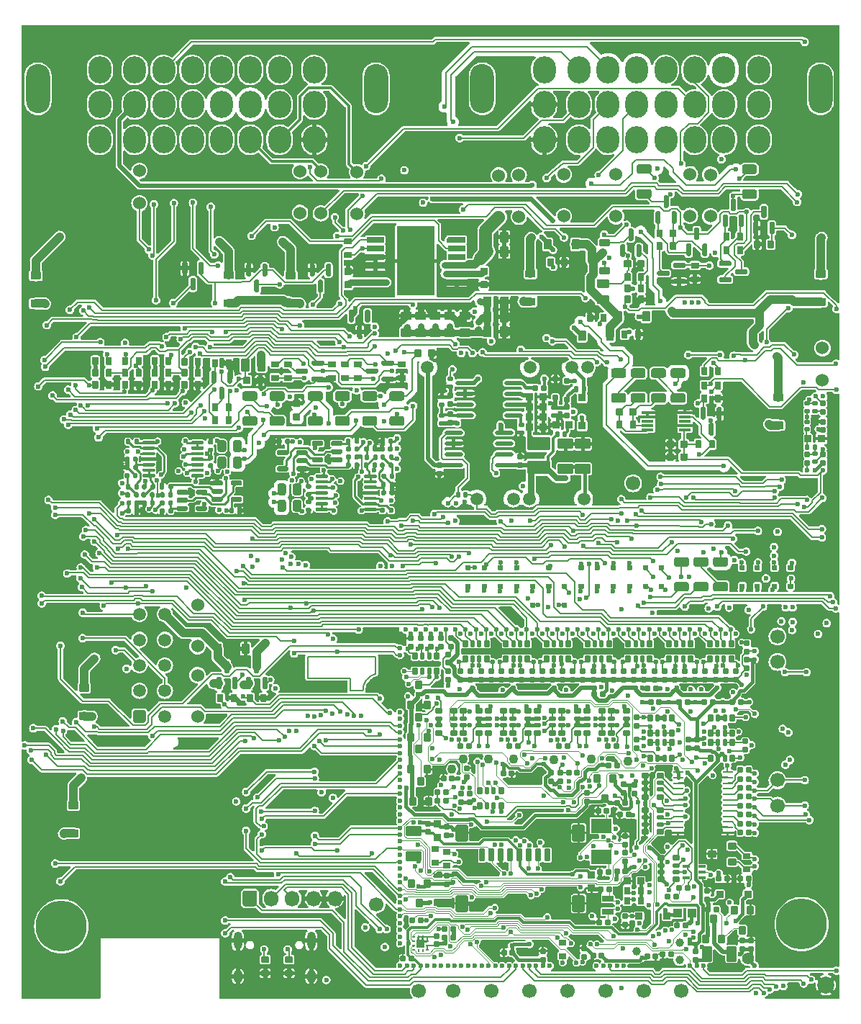
<source format=gbl>
G75*
G70*
%OFA0B0*%
%FSLAX25Y25*%
%IPPOS*%
%LPD*%
%AMOC8*
5,1,8,0,0,1.08239X$1,22.5*
%
%AMM135*
21,1,0.035430,0.030320,-0.000000,-0.000000,270.000000*
21,1,0.028350,0.037400,-0.000000,-0.000000,270.000000*
1,1,0.007090,-0.015160,-0.014170*
1,1,0.007090,-0.015160,0.014170*
1,1,0.007090,0.015160,0.014170*
1,1,0.007090,0.015160,-0.014170*
%
%AMM137*
21,1,0.035830,0.026770,-0.000000,-0.000000,180.000000*
21,1,0.029130,0.033470,-0.000000,-0.000000,180.000000*
1,1,0.006690,-0.014570,0.013390*
1,1,0.006690,0.014570,0.013390*
1,1,0.006690,0.014570,-0.013390*
1,1,0.006690,-0.014570,-0.013390*
%
%AMM138*
21,1,0.070870,0.036220,-0.000000,-0.000000,270.000000*
21,1,0.061810,0.045280,-0.000000,-0.000000,270.000000*
1,1,0.009060,-0.018110,-0.030910*
1,1,0.009060,-0.018110,0.030910*
1,1,0.009060,0.018110,0.030910*
1,1,0.009060,0.018110,-0.030910*
%
%AMM158*
21,1,0.033470,0.026770,-0.000000,-0.000000,90.000000*
21,1,0.026770,0.033470,-0.000000,-0.000000,90.000000*
1,1,0.006690,0.013390,0.013390*
1,1,0.006690,0.013390,-0.013390*
1,1,0.006690,-0.013390,-0.013390*
1,1,0.006690,-0.013390,0.013390*
%
%AMM173*
21,1,0.035830,0.026770,0.000000,-0.000000,270.000000*
21,1,0.029130,0.033470,0.000000,-0.000000,270.000000*
1,1,0.006690,-0.013390,-0.014570*
1,1,0.006690,-0.013390,0.014570*
1,1,0.006690,0.013390,0.014570*
1,1,0.006690,0.013390,-0.014570*
%
%AMM174*
21,1,0.070870,0.036220,0.000000,-0.000000,0.000000*
21,1,0.061810,0.045280,0.000000,-0.000000,0.000000*
1,1,0.009060,0.030910,-0.018110*
1,1,0.009060,-0.030910,-0.018110*
1,1,0.009060,-0.030910,0.018110*
1,1,0.009060,0.030910,0.018110*
%
%AMM177*
21,1,0.023620,0.018900,0.000000,-0.000000,0.000000*
21,1,0.018900,0.023620,0.000000,-0.000000,0.000000*
1,1,0.004720,0.009450,-0.009450*
1,1,0.004720,-0.009450,-0.009450*
1,1,0.004720,-0.009450,0.009450*
1,1,0.004720,0.009450,0.009450*
%
%AMM178*
21,1,0.019680,0.019680,0.000000,-0.000000,270.000000*
21,1,0.015750,0.023620,0.000000,-0.000000,270.000000*
1,1,0.003940,-0.009840,-0.007870*
1,1,0.003940,-0.009840,0.007870*
1,1,0.003940,0.009840,0.007870*
1,1,0.003940,0.009840,-0.007870*
%
%AMM179*
21,1,0.019680,0.019680,0.000000,-0.000000,180.000000*
21,1,0.015750,0.023620,0.000000,-0.000000,180.000000*
1,1,0.003940,-0.007870,0.009840*
1,1,0.003940,0.007870,0.009840*
1,1,0.003940,0.007870,-0.009840*
1,1,0.003940,-0.007870,-0.009840*
%
%AMM193*
21,1,0.106300,0.050390,0.000000,-0.000000,0.000000*
21,1,0.093700,0.062990,0.000000,-0.000000,0.000000*
1,1,0.012600,0.046850,-0.025200*
1,1,0.012600,-0.046850,-0.025200*
1,1,0.012600,-0.046850,0.025200*
1,1,0.012600,0.046850,0.025200*
%
%AMM194*
21,1,0.033470,0.026770,0.000000,-0.000000,180.000000*
21,1,0.026770,0.033470,0.000000,-0.000000,180.000000*
1,1,0.006690,-0.013390,0.013390*
1,1,0.006690,0.013390,0.013390*
1,1,0.006690,0.013390,-0.013390*
1,1,0.006690,-0.013390,-0.013390*
%
%AMM195*
21,1,0.023620,0.018900,0.000000,-0.000000,90.000000*
21,1,0.018900,0.023620,0.000000,-0.000000,90.000000*
1,1,0.004720,0.009450,0.009450*
1,1,0.004720,0.009450,-0.009450*
1,1,0.004720,-0.009450,-0.009450*
1,1,0.004720,-0.009450,0.009450*
%
%AMM196*
21,1,0.122050,0.075590,0.000000,-0.000000,90.000000*
21,1,0.103150,0.094490,0.000000,-0.000000,90.000000*
1,1,0.018900,0.037800,0.051580*
1,1,0.018900,0.037800,-0.051580*
1,1,0.018900,-0.037800,-0.051580*
1,1,0.018900,-0.037800,0.051580*
%
%AMM197*
21,1,0.118110,0.083460,0.000000,-0.000000,270.000000*
21,1,0.097240,0.104330,0.000000,-0.000000,270.000000*
1,1,0.020870,-0.041730,-0.048620*
1,1,0.020870,-0.041730,0.048620*
1,1,0.020870,0.041730,0.048620*
1,1,0.020870,0.041730,-0.048620*
%
%AMM208*
21,1,0.027560,0.030710,-0.000000,-0.000000,180.000000*
21,1,0.022050,0.036220,-0.000000,-0.000000,180.000000*
1,1,0.005510,-0.011020,0.015350*
1,1,0.005510,0.011020,0.015350*
1,1,0.005510,0.011020,-0.015350*
1,1,0.005510,-0.011020,-0.015350*
%
%AMM271*
21,1,0.027560,0.018900,-0.000000,-0.000000,0.000000*
21,1,0.022840,0.023620,-0.000000,-0.000000,0.000000*
1,1,0.004720,0.011420,-0.009450*
1,1,0.004720,-0.011420,-0.009450*
1,1,0.004720,-0.011420,0.009450*
1,1,0.004720,0.011420,0.009450*
%
%AMM274*
21,1,0.025590,0.026380,-0.000000,-0.000000,270.000000*
21,1,0.020470,0.031500,-0.000000,-0.000000,270.000000*
1,1,0.005120,-0.013190,-0.010240*
1,1,0.005120,-0.013190,0.010240*
1,1,0.005120,0.013190,0.010240*
1,1,0.005120,0.013190,-0.010240*
%
%AMM275*
21,1,0.017720,0.027950,-0.000000,-0.000000,270.000000*
21,1,0.014170,0.031500,-0.000000,-0.000000,270.000000*
1,1,0.003540,-0.013980,-0.007090*
1,1,0.003540,-0.013980,0.007090*
1,1,0.003540,0.013980,0.007090*
1,1,0.003540,0.013980,-0.007090*
%
%AMM277*
21,1,0.012600,0.028980,-0.000000,-0.000000,270.000000*
21,1,0.010080,0.031500,-0.000000,-0.000000,270.000000*
1,1,0.002520,-0.014490,-0.005040*
1,1,0.002520,-0.014490,0.005040*
1,1,0.002520,0.014490,0.005040*
1,1,0.002520,0.014490,-0.005040*
%
%AMM280*
21,1,0.027560,0.018900,-0.000000,-0.000000,270.000000*
21,1,0.022840,0.023620,-0.000000,-0.000000,270.000000*
1,1,0.004720,-0.009450,-0.011420*
1,1,0.004720,-0.009450,0.011420*
1,1,0.004720,0.009450,0.011420*
1,1,0.004720,0.009450,-0.011420*
%
%AMM297*
21,1,0.033470,0.026770,-0.000000,-0.000000,0.000000*
21,1,0.026770,0.033470,-0.000000,-0.000000,0.000000*
1,1,0.006690,0.013390,-0.013390*
1,1,0.006690,-0.013390,-0.013390*
1,1,0.006690,-0.013390,0.013390*
1,1,0.006690,0.013390,0.013390*
%
%AMM298*
21,1,0.035430,0.030320,-0.000000,-0.000000,0.000000*
21,1,0.028350,0.037400,-0.000000,-0.000000,0.000000*
1,1,0.007090,0.014170,-0.015160*
1,1,0.007090,-0.014170,-0.015160*
1,1,0.007090,-0.014170,0.015160*
1,1,0.007090,0.014170,0.015160*
%
%AMM299*
21,1,0.070870,0.036220,-0.000000,-0.000000,180.000000*
21,1,0.061810,0.045280,-0.000000,-0.000000,180.000000*
1,1,0.009060,-0.030910,0.018110*
1,1,0.009060,0.030910,0.018110*
1,1,0.009060,0.030910,-0.018110*
1,1,0.009060,-0.030910,-0.018110*
%
%AMM300*
21,1,0.059060,0.020470,-0.000000,-0.000000,270.000000*
21,1,0.053940,0.025590,-0.000000,-0.000000,270.000000*
1,1,0.005120,-0.010240,-0.026970*
1,1,0.005120,-0.010240,0.026970*
1,1,0.005120,0.010240,0.026970*
1,1,0.005120,0.010240,-0.026970*
%
%AMM301*
21,1,0.078740,0.045670,-0.000000,-0.000000,270.000000*
21,1,0.067320,0.057090,-0.000000,-0.000000,270.000000*
1,1,0.011420,-0.022840,-0.033660*
1,1,0.011420,-0.022840,0.033660*
1,1,0.011420,0.022840,0.033660*
1,1,0.011420,0.022840,-0.033660*
%
%AMM302*
21,1,0.025590,0.026380,-0.000000,-0.000000,180.000000*
21,1,0.020470,0.031500,-0.000000,-0.000000,180.000000*
1,1,0.005120,-0.010240,0.013190*
1,1,0.005120,0.010240,0.013190*
1,1,0.005120,0.010240,-0.013190*
1,1,0.005120,-0.010240,-0.013190*
%
%AMM303*
21,1,0.017720,0.027950,-0.000000,-0.000000,180.000000*
21,1,0.014170,0.031500,-0.000000,-0.000000,180.000000*
1,1,0.003540,-0.007090,0.013980*
1,1,0.003540,0.007090,0.013980*
1,1,0.003540,0.007090,-0.013980*
1,1,0.003540,-0.007090,-0.013980*
%
%AMM304*
21,1,0.027560,0.030710,-0.000000,-0.000000,270.000000*
21,1,0.022050,0.036220,-0.000000,-0.000000,270.000000*
1,1,0.005510,-0.015350,-0.011020*
1,1,0.005510,-0.015350,0.011020*
1,1,0.005510,0.015350,0.011020*
1,1,0.005510,0.015350,-0.011020*
%
%AMM305*
21,1,0.027560,0.049610,-0.000000,-0.000000,90.000000*
21,1,0.022050,0.055120,-0.000000,-0.000000,90.000000*
1,1,0.005510,0.024800,0.011020*
1,1,0.005510,0.024800,-0.011020*
1,1,0.005510,-0.024800,-0.011020*
1,1,0.005510,-0.024800,0.011020*
%
%ADD10C,0.06693*%
%ADD106C,0.02756*%
%ADD11C,0.06000*%
%ADD12C,0.23622*%
%ADD136O,0.04961X0.00984*%
%ADD14O,0.06693X0.07283*%
%ADD15O,0.11024X0.22835*%
%ADD16O,0.10630X0.12598*%
%ADD171C,0.00492*%
%ADD172C,0.03900*%
%ADD173C,0.04331*%
%ADD174C,0.05512*%
%ADD18O,0.03937X0.08268*%
%ADD19O,0.03937X0.06299*%
%ADD20C,0.05906*%
%ADD205R,0.03937X0.04331*%
%ADD209R,0.01968X0.01968*%
%ADD21C,0.02362*%
%ADD210R,0.09449X0.06693*%
%ADD215R,0.00984X0.01378*%
%ADD216R,0.01378X0.00984*%
%ADD217R,0.01968X0.01176*%
%ADD22O,0.12992X0.00787*%
%ADD23O,0.40157X0.00787*%
%ADD24O,0.01181X0.00787*%
%ADD25O,0.00787X0.66929*%
%ADD252O,0.40158X0.00787*%
%ADD26O,0.00787X0.60630*%
%ADD269O,0.08661X0.01968*%
%ADD27O,0.18898X0.00787*%
%ADD28O,0.10236X0.00787*%
%ADD282M135*%
%ADD284M137*%
%ADD285M138*%
%ADD29O,0.03937X0.00787*%
%ADD30O,0.05906X0.00787*%
%ADD305M158*%
%ADD31R,0.00984X0.24350*%
%ADD32R,0.00984X0.04390*%
%ADD320M173*%
%ADD321M174*%
%ADD324M177*%
%ADD325M178*%
%ADD326M179*%
%ADD33R,0.56201X0.00984*%
%ADD34R,0.59449X0.00984*%
%ADD340M193*%
%ADD341M194*%
%ADD342M195*%
%ADD343M196*%
%ADD344M197*%
%ADD35R,0.00984X0.20374*%
%ADD36R,0.00787X0.09055*%
%ADD361M208*%
%ADD37R,0.00787X0.42126*%
%ADD38R,0.00787X0.08268*%
%ADD39R,0.00787X0.23622*%
%ADD40R,0.00787X0.21260*%
%ADD41R,0.05512X0.00787*%
%ADD42R,0.19685X0.00787*%
%ADD43R,0.26772X0.00787*%
%ADD44R,0.17717X0.00787*%
%ADD449M271*%
%ADD45R,0.00787X0.06299*%
%ADD452M274*%
%ADD453M275*%
%ADD455M277*%
%ADD458M280*%
%ADD46R,0.00787X0.22441*%
%ADD47R,0.00787X0.07874*%
%ADD475M297*%
%ADD476M298*%
%ADD477M299*%
%ADD478M300*%
%ADD479M301*%
%ADD480M302*%
%ADD481M303*%
%ADD482M304*%
%ADD483M305*%
%ADD49C,0.07874*%
%ADD50O,0.04823X0.00787*%
%ADD51O,0.00787X0.36614*%
%ADD56C,0.05118*%
%ADD57C,0.01575*%
%ADD58C,0.00787*%
%ADD59C,0.03937*%
%ADD60C,0.02000*%
%ADD61C,0.01181*%
%ADD62C,0.00800*%
%ADD64C,0.03150*%
%ADD71C,0.00984*%
%ADD77R,0.07874X0.02559*%
%ADD78R,0.17717X0.31890*%
%ADD79R,0.05512X0.01181*%
%ADD83C,0.01968*%
X0000000Y0000000D02*
%LPD*%
G01*
D58*
X0152756Y0142913D02*
X0158661Y0142913D01*
X0152756Y0142913D02*
X0152756Y0148819D01*
X0133071Y0148819D02*
X0133071Y0158661D01*
X0152756Y0148819D02*
X0133071Y0148819D01*
X0133071Y0158661D02*
X0164567Y0158661D01*
X0164567Y0158661D02*
X0164567Y0150787D01*
X0164567Y0150787D02*
G75*
G03*
X0158661Y0142913I0001885J-007565D01*
G01*
D10*
X0350787Y0156299D03*
D11*
X0082047Y0130906D03*
X0082047Y0150197D03*
D10*
X0235827Y0003937D03*
D12*
X0018909Y0033933D03*
G36*
G01*
X0102953Y0044193D02*
X0102953Y0049508D01*
G75*
G02*
X0103937Y0050492I0000984J0000000D01*
G01*
X0108661Y0050492D01*
G75*
G02*
X0109646Y0049508I0000000J-000984D01*
G01*
X0109646Y0044193D01*
G75*
G02*
X0108661Y0043209I-000984J0000000D01*
G01*
X0103937Y0043209D01*
G75*
G02*
X0102953Y0044193I0000000J0000984D01*
G01*
G37*
D14*
X0116142Y0046850D03*
X0125984Y0046850D03*
X0135827Y0046850D03*
X0145669Y0046850D03*
D11*
X0251772Y0381890D03*
X0251772Y0362598D03*
X0371654Y0286594D03*
X0371654Y0301594D03*
D15*
X0008071Y0421654D03*
X0164764Y0421654D03*
D16*
X0036811Y0398031D03*
X0052953Y0398031D03*
X0066339Y0398031D03*
X0079724Y0398031D03*
X0093110Y0398031D03*
X0106496Y0398031D03*
X0120079Y0398031D03*
X0136220Y0398031D03*
X0036811Y0414370D03*
X0052953Y0414370D03*
X0066339Y0414370D03*
X0079724Y0414370D03*
X0093110Y0414370D03*
X0106496Y0414370D03*
X0120079Y0414370D03*
X0136220Y0414370D03*
X0036811Y0430315D03*
X0052953Y0430315D03*
X0066339Y0430315D03*
X0079724Y0430315D03*
X0093110Y0430315D03*
X0106496Y0430315D03*
X0120079Y0430315D03*
X0136220Y0430315D03*
D10*
X0164961Y0044094D03*
X0253543Y0003937D03*
D18*
X0100709Y0027244D03*
D19*
X0100709Y0010787D03*
D18*
X0134724Y0027244D03*
D19*
X0134724Y0010787D03*
D10*
X0350787Y0089764D03*
X0200394Y0003937D03*
X0184646Y0003937D03*
X0306299Y0003937D03*
G36*
G01*
X0057087Y0128150D02*
X0053150Y0128150D01*
G75*
G02*
X0052165Y0129134I0000000J0000984D01*
G01*
X0052165Y0133071D01*
G75*
G02*
X0053150Y0134055I0000984J0000000D01*
G01*
X0057087Y0134055D01*
G75*
G02*
X0058071Y0133071I0000000J-000984D01*
G01*
X0058071Y0129134D01*
G75*
G02*
X0057087Y0128150I-000984J0000000D01*
G01*
G37*
D20*
X0055118Y0142913D03*
X0055118Y0154724D03*
X0055118Y0166535D03*
X0055118Y0178346D03*
X0066929Y0131102D03*
X0066929Y0142913D03*
X0066929Y0154724D03*
X0066929Y0166535D03*
X0066929Y0178346D03*
D10*
X0288976Y0003937D03*
D20*
X0261024Y0231595D03*
X0235827Y0231595D03*
X0228346Y0231595D03*
X0211417Y0231595D03*
D21*
X0201969Y0229823D03*
X0198032Y0229823D03*
D22*
X0245866Y0295177D03*
D23*
X0212402Y0295177D03*
D24*
X0184449Y0295177D03*
D25*
X0184252Y0262106D03*
D26*
X0265354Y0258957D03*
D20*
X0186811Y0231595D03*
D24*
X0265157Y0229035D03*
D27*
X0248622Y0229035D03*
D28*
X0219685Y0229035D03*
D29*
X0205906Y0229035D03*
D30*
X0192913Y0229035D03*
D20*
X0262795Y0292618D03*
X0255512Y0292618D03*
X0236024Y0292618D03*
X0188583Y0292618D03*
D21*
X0047146Y0234449D03*
X0047146Y0239173D03*
X0047146Y0229724D03*
X0047146Y0225000D03*
D31*
X0104823Y0235502D03*
D32*
X0104823Y0259321D03*
D33*
X0077215Y0223819D03*
D34*
X0075591Y0261024D03*
D35*
X0046358Y0251329D03*
D21*
X0103937Y0250433D03*
X0103937Y0254370D03*
D11*
X0129528Y0383464D03*
X0129528Y0364173D03*
X0055118Y0368681D03*
X0055118Y0383681D03*
D21*
X0175984Y0025984D03*
X0175984Y0029134D03*
X0175984Y0032283D03*
X0175984Y0035433D03*
X0175984Y0038583D03*
X0175984Y0041732D03*
X0175984Y0044882D03*
X0175984Y0048032D03*
X0175984Y0051181D03*
X0175984Y0054331D03*
X0175984Y0057480D03*
X0175984Y0060630D03*
X0175984Y0063780D03*
X0175984Y0066929D03*
X0175984Y0070079D03*
X0175984Y0073228D03*
X0175984Y0076378D03*
X0175984Y0079528D03*
X0175984Y0082677D03*
X0175984Y0085827D03*
X0175984Y0088976D03*
X0175984Y0092126D03*
X0175984Y0095276D03*
X0175984Y0098425D03*
X0175984Y0101575D03*
X0175984Y0104724D03*
X0175984Y0107874D03*
X0175984Y0111024D03*
X0175984Y0114173D03*
X0175984Y0117323D03*
X0175984Y0120472D03*
X0175984Y0123622D03*
X0175984Y0126772D03*
X0175984Y0129921D03*
X0175984Y0133071D03*
X0175984Y0159449D03*
X0175984Y0162598D03*
D36*
X0340945Y0167913D03*
D37*
X0340945Y0038780D03*
D38*
X0340945Y0071063D03*
D39*
X0340945Y0118504D03*
D40*
X0340945Y0144882D03*
D41*
X0333858Y0172047D03*
D42*
X0328346Y0014961D03*
D43*
X0294882Y0014961D03*
D44*
X0256102Y0014961D03*
D45*
X0175197Y0020866D03*
D46*
X0175197Y0146260D03*
D47*
X0175197Y0168504D03*
D21*
X0175984Y0015748D03*
X0179134Y0015748D03*
X0182283Y0015748D03*
X0185433Y0015748D03*
X0188583Y0015748D03*
X0191732Y0015748D03*
X0194882Y0015748D03*
X0198031Y0015748D03*
X0201181Y0015748D03*
X0204331Y0015748D03*
X0207480Y0015748D03*
X0210630Y0015748D03*
X0213780Y0015748D03*
X0216929Y0015748D03*
X0220079Y0015748D03*
X0223228Y0015748D03*
X0226378Y0015748D03*
X0229528Y0015748D03*
X0232677Y0015748D03*
X0235827Y0015748D03*
X0238976Y0015748D03*
X0242126Y0015748D03*
X0245276Y0015748D03*
X0266929Y0015748D03*
X0270079Y0015748D03*
X0273228Y0015748D03*
X0276378Y0015748D03*
X0279528Y0015748D03*
X0310236Y0015748D03*
X0313386Y0015748D03*
X0316535Y0015748D03*
X0340157Y0015748D03*
X0178346Y0171260D03*
X0183071Y0171260D03*
X0187795Y0171260D03*
X0192520Y0171260D03*
X0197244Y0171260D03*
X0201575Y0171260D03*
X0206299Y0171260D03*
X0211024Y0171260D03*
X0215748Y0171260D03*
X0220472Y0171260D03*
X0225197Y0171260D03*
X0229921Y0171260D03*
X0234646Y0171260D03*
X0239370Y0171260D03*
X0244094Y0171260D03*
X0248819Y0171260D03*
X0253543Y0171260D03*
X0258268Y0171260D03*
X0262992Y0171260D03*
X0267717Y0171260D03*
X0272441Y0171260D03*
X0277165Y0171260D03*
X0281890Y0171260D03*
X0286614Y0171260D03*
X0291339Y0171260D03*
X0296063Y0171260D03*
X0300787Y0171260D03*
X0305512Y0171260D03*
X0310236Y0171260D03*
X0314961Y0171260D03*
X0319685Y0171260D03*
X0324409Y0171260D03*
X0329134Y0171260D03*
X0338583Y0171260D03*
X0340157Y0161417D03*
X0340157Y0157480D03*
X0340157Y0132283D03*
X0340157Y0104724D03*
X0340157Y0100787D03*
X0340157Y0096850D03*
X0340157Y0092913D03*
X0340157Y0088976D03*
X0340157Y0085039D03*
X0340157Y0081102D03*
X0340157Y0077165D03*
X0340157Y0064961D03*
X0340157Y0061811D03*
D11*
X0319669Y0381870D03*
X0319669Y0362579D03*
X0275984Y0381890D03*
X0275984Y0362598D03*
D10*
X0218110Y0003937D03*
D12*
X0362000Y0034933D03*
D10*
X0350787Y0168110D03*
D11*
X0155906Y0383071D03*
X0155906Y0363779D03*
D10*
X0271260Y0003937D03*
D21*
X0371949Y0244980D03*
D50*
X0364173Y0280020D03*
D51*
X0374311Y0262106D03*
X0362106Y0262106D03*
D21*
X0368209Y0244980D03*
X0364469Y0244980D03*
X0368406Y0279232D03*
X0371949Y0279232D03*
D21*
X0146791Y0076378D03*
X0139567Y0078051D03*
X0147638Y0080217D03*
X0146791Y0083661D03*
X0146496Y0087008D03*
X0139567Y0088287D03*
X0144724Y0093405D03*
X0139567Y0095965D03*
X0162894Y0067717D03*
X0146850Y0068898D03*
D21*
X0174409Y0250344D03*
X0174409Y0245620D03*
X0174409Y0255069D03*
X0174409Y0259793D03*
D31*
X0116732Y0249291D03*
D32*
X0116732Y0225472D03*
D33*
X0144341Y0260974D03*
D34*
X0145965Y0223770D03*
D35*
X0175197Y0233465D03*
D21*
X0117618Y0234360D03*
X0117618Y0230423D03*
D11*
X0139173Y0383268D03*
X0139173Y0363976D03*
D10*
X0350787Y0101575D03*
D15*
X0213976Y0421654D03*
X0370669Y0421654D03*
D16*
X0242717Y0398031D03*
X0258858Y0398031D03*
X0272244Y0398031D03*
X0285630Y0398031D03*
X0299016Y0398031D03*
X0312402Y0398031D03*
X0325984Y0398031D03*
X0342126Y0398031D03*
X0242717Y0414370D03*
X0258858Y0414370D03*
X0272244Y0414370D03*
X0285630Y0414370D03*
X0299016Y0414370D03*
X0312402Y0414370D03*
X0325984Y0414370D03*
X0342126Y0414370D03*
X0242717Y0430315D03*
X0258858Y0430315D03*
X0272244Y0430315D03*
X0285630Y0430315D03*
X0299016Y0430315D03*
X0312402Y0430315D03*
X0325984Y0430315D03*
X0342126Y0430315D03*
D11*
X0221654Y0381496D03*
X0221654Y0362205D03*
D21*
X0111831Y0076523D03*
X0104607Y0078196D03*
X0112678Y0080362D03*
X0111831Y0083806D03*
X0111536Y0087153D03*
X0104607Y0088433D03*
X0109764Y0093551D03*
X0104607Y0096110D03*
X0127934Y0067862D03*
X0111890Y0069043D03*
D10*
X0283858Y0238976D03*
D11*
X0230906Y0381673D03*
X0230906Y0362382D03*
X0082047Y0163583D03*
X0082047Y0182874D03*
X0310236Y0382067D03*
X0310236Y0362776D03*
G36*
G01*
X0303543Y0359154D02*
X0302362Y0359154D01*
G75*
G02*
X0301772Y0359744I0000000J0000591D01*
G01*
X0301772Y0364370D01*
G75*
G02*
X0302362Y0364961I0000591J0000000D01*
G01*
X0303543Y0364961D01*
G75*
G02*
X0304134Y0364370I0000000J-000591D01*
G01*
X0304134Y0359744D01*
G75*
G02*
X0303543Y0359154I-000591J0000000D01*
G01*
G37*
G36*
G01*
X0299803Y0366535D02*
X0298622Y0366535D01*
G75*
G02*
X0298031Y0367126I0000000J0000591D01*
G01*
X0298031Y0371752D01*
G75*
G02*
X0298622Y0372343I0000591J0000000D01*
G01*
X0299803Y0372343D01*
G75*
G02*
X0300394Y0371752I0000000J-000591D01*
G01*
X0300394Y0367126D01*
G75*
G02*
X0299803Y0366535I-000591J0000000D01*
G01*
G37*
G36*
G01*
X0296063Y0359154D02*
X0294882Y0359154D01*
G75*
G02*
X0294291Y0359744I0000000J0000591D01*
G01*
X0294291Y0364370D01*
G75*
G02*
X0294882Y0364961I0000591J0000000D01*
G01*
X0296063Y0364961D01*
G75*
G02*
X0296654Y0364370I0000000J-000591D01*
G01*
X0296654Y0359744D01*
G75*
G02*
X0296063Y0359154I-000591J0000000D01*
G01*
G37*
G36*
G01*
X0285236Y0267677D02*
X0285236Y0264606D01*
G75*
G02*
X0284961Y0264331I-000276J0000000D01*
G01*
X0282756Y0264331D01*
G75*
G02*
X0282480Y0264606I0000000J0000276D01*
G01*
X0282480Y0267677D01*
G75*
G02*
X0282756Y0267953I0000276J0000000D01*
G01*
X0284961Y0267953D01*
G75*
G02*
X0285236Y0267677I0000000J-000276D01*
G01*
G37*
G36*
G01*
X0278937Y0267677D02*
X0278937Y0264606D01*
G75*
G02*
X0278661Y0264331I-000276J0000000D01*
G01*
X0276457Y0264331D01*
G75*
G02*
X0276181Y0264606I0000000J0000276D01*
G01*
X0276181Y0267677D01*
G75*
G02*
X0276457Y0267953I0000276J0000000D01*
G01*
X0278661Y0267953D01*
G75*
G02*
X0278937Y0267677I0000000J-000276D01*
G01*
G37*
G36*
G01*
X0088780Y0293100D02*
X0088780Y0296171D01*
G75*
G02*
X0089055Y0296447I0000276J0000000D01*
G01*
X0091260Y0296447D01*
G75*
G02*
X0091535Y0296171I0000000J-000276D01*
G01*
X0091535Y0293100D01*
G75*
G02*
X0091260Y0292825I-000276J0000000D01*
G01*
X0089055Y0292825D01*
G75*
G02*
X0088780Y0293100I0000000J0000276D01*
G01*
G37*
G36*
G01*
X0095079Y0293100D02*
X0095079Y0296171D01*
G75*
G02*
X0095354Y0296447I0000276J0000000D01*
G01*
X0097559Y0296447D01*
G75*
G02*
X0097835Y0296171I0000000J-000276D01*
G01*
X0097835Y0293100D01*
G75*
G02*
X0097559Y0292825I-000276J0000000D01*
G01*
X0095354Y0292825D01*
G75*
G02*
X0095079Y0293100I0000000J0000276D01*
G01*
G37*
G36*
G01*
X0153289Y0343268D02*
X0150218Y0343268D01*
G75*
G02*
X0149942Y0343543I0000000J0000276D01*
G01*
X0149942Y0345748D01*
G75*
G02*
X0150218Y0346024I0000276J0000000D01*
G01*
X0153289Y0346024D01*
G75*
G02*
X0153564Y0345748I0000000J-000276D01*
G01*
X0153564Y0343543D01*
G75*
G02*
X0153289Y0343268I-000276J0000000D01*
G01*
G37*
G36*
G01*
X0153289Y0349567D02*
X0150218Y0349567D01*
G75*
G02*
X0149942Y0349843I0000000J0000276D01*
G01*
X0149942Y0352047D01*
G75*
G02*
X0150218Y0352323I0000276J0000000D01*
G01*
X0153289Y0352323D01*
G75*
G02*
X0153564Y0352047I0000000J-000276D01*
G01*
X0153564Y0349843D01*
G75*
G02*
X0153289Y0349567I-000276J0000000D01*
G01*
G37*
G36*
G01*
X0112697Y0287953D02*
X0112697Y0285276D01*
G75*
G02*
X0112362Y0284941I-000335J0000000D01*
G01*
X0109685Y0284941D01*
G75*
G02*
X0109350Y0285276I0000000J0000335D01*
G01*
X0109350Y0287953D01*
G75*
G02*
X0109685Y0288287I0000335J0000000D01*
G01*
X0112362Y0288287D01*
G75*
G02*
X0112697Y0287953I0000000J-000335D01*
G01*
G37*
G36*
G01*
X0106476Y0287953D02*
X0106476Y0285276D01*
G75*
G02*
X0106142Y0284941I-000335J0000000D01*
G01*
X0103465Y0284941D01*
G75*
G02*
X0103130Y0285276I0000000J0000335D01*
G01*
X0103130Y0287953D01*
G75*
G02*
X0103465Y0288287I0000335J0000000D01*
G01*
X0106142Y0288287D01*
G75*
G02*
X0106476Y0287953I0000000J-000335D01*
G01*
G37*
G36*
G01*
X0226163Y0317972D02*
X0226163Y0313839D01*
G75*
G02*
X0225769Y0313445I-000394J0000000D01*
G01*
X0222619Y0313445D01*
G75*
G02*
X0222226Y0313839I0000000J0000394D01*
G01*
X0222226Y0317972D01*
G75*
G02*
X0222619Y0318366I0000394J0000000D01*
G01*
X0225769Y0318366D01*
G75*
G02*
X0226163Y0317972I0000000J-000394D01*
G01*
G37*
G36*
G01*
X0218289Y0317972D02*
X0218289Y0313839D01*
G75*
G02*
X0217895Y0313445I-000394J0000000D01*
G01*
X0214745Y0313445D01*
G75*
G02*
X0214352Y0313839I0000000J0000394D01*
G01*
X0214352Y0317972D01*
G75*
G02*
X0214745Y0318366I0000394J0000000D01*
G01*
X0217895Y0318366D01*
G75*
G02*
X0218289Y0317972I0000000J-000394D01*
G01*
G37*
G36*
G01*
X0315551Y0276811D02*
X0315551Y0279882D01*
G75*
G02*
X0315827Y0280157I0000276J0000000D01*
G01*
X0318031Y0280157D01*
G75*
G02*
X0318307Y0279882I0000000J-000276D01*
G01*
X0318307Y0276811D01*
G75*
G02*
X0318031Y0276535I-000276J0000000D01*
G01*
X0315827Y0276535D01*
G75*
G02*
X0315551Y0276811I0000000J0000276D01*
G01*
G37*
G36*
G01*
X0321850Y0276811D02*
X0321850Y0279882D01*
G75*
G02*
X0322126Y0280157I0000276J0000000D01*
G01*
X0324331Y0280157D01*
G75*
G02*
X0324606Y0279882I0000000J-000276D01*
G01*
X0324606Y0276811D01*
G75*
G02*
X0324331Y0276535I-000276J0000000D01*
G01*
X0322126Y0276535D01*
G75*
G02*
X0321850Y0276811I0000000J0000276D01*
G01*
G37*
G36*
G01*
X0150415Y0338799D02*
X0153092Y0338799D01*
G75*
G02*
X0153426Y0338465I0000000J-000335D01*
G01*
X0153426Y0335787D01*
G75*
G02*
X0153092Y0335453I-000335J0000000D01*
G01*
X0150415Y0335453D01*
G75*
G02*
X0150080Y0335787I0000000J0000335D01*
G01*
X0150080Y0338465D01*
G75*
G02*
X0150415Y0338799I0000335J0000000D01*
G01*
G37*
G36*
G01*
X0150415Y0332579D02*
X0153092Y0332579D01*
G75*
G02*
X0153426Y0332244I0000000J-000335D01*
G01*
X0153426Y0329567D01*
G75*
G02*
X0153092Y0329232I-000335J0000000D01*
G01*
X0150415Y0329232D01*
G75*
G02*
X0150080Y0329567I0000000J0000335D01*
G01*
X0150080Y0332244D01*
G75*
G02*
X0150415Y0332579I0000335J0000000D01*
G01*
G37*
G36*
G01*
X0223622Y0192283D02*
X0223622Y0190394D01*
G75*
G02*
X0223386Y0190157I-000236J0000000D01*
G01*
X0221496Y0190157D01*
G75*
G02*
X0221260Y0190394I0000000J0000236D01*
G01*
X0221260Y0192283D01*
G75*
G02*
X0221496Y0192520I0000236J0000000D01*
G01*
X0223386Y0192520D01*
G75*
G02*
X0223622Y0192283I0000000J-000236D01*
G01*
G37*
G36*
G01*
X0223622Y0200945D02*
X0223622Y0199055D01*
G75*
G02*
X0223386Y0198819I-000236J0000000D01*
G01*
X0221496Y0198819D01*
G75*
G02*
X0221260Y0199055I0000000J0000236D01*
G01*
X0221260Y0200945D01*
G75*
G02*
X0221496Y0201181I0000236J0000000D01*
G01*
X0223386Y0201181D01*
G75*
G02*
X0223622Y0200945I0000000J-000236D01*
G01*
G37*
G36*
G01*
X0047047Y0283110D02*
X0047047Y0286181D01*
G75*
G02*
X0047323Y0286457I0000276J0000000D01*
G01*
X0049528Y0286457D01*
G75*
G02*
X0049803Y0286181I0000000J-000276D01*
G01*
X0049803Y0283110D01*
G75*
G02*
X0049528Y0282835I-000276J0000000D01*
G01*
X0047323Y0282835D01*
G75*
G02*
X0047047Y0283110I0000000J0000276D01*
G01*
G37*
G36*
G01*
X0053346Y0283110D02*
X0053346Y0286181D01*
G75*
G02*
X0053622Y0286457I0000276J0000000D01*
G01*
X0055827Y0286457D01*
G75*
G02*
X0056102Y0286181I0000000J-000276D01*
G01*
X0056102Y0283110D01*
G75*
G02*
X0055827Y0282835I-000276J0000000D01*
G01*
X0053622Y0282835D01*
G75*
G02*
X0053346Y0283110I0000000J0000276D01*
G01*
G37*
G36*
G01*
X0047047Y0294134D02*
X0047047Y0297205D01*
G75*
G02*
X0047323Y0297480I0000276J0000000D01*
G01*
X0049528Y0297480D01*
G75*
G02*
X0049803Y0297205I0000000J-000276D01*
G01*
X0049803Y0294134D01*
G75*
G02*
X0049528Y0293858I-000276J0000000D01*
G01*
X0047323Y0293858D01*
G75*
G02*
X0047047Y0294134I0000000J0000276D01*
G01*
G37*
G36*
G01*
X0053346Y0294134D02*
X0053346Y0297205D01*
G75*
G02*
X0053622Y0297480I0000276J0000000D01*
G01*
X0055827Y0297480D01*
G75*
G02*
X0056102Y0297205I0000000J-000276D01*
G01*
X0056102Y0294134D01*
G75*
G02*
X0055827Y0293858I-000276J0000000D01*
G01*
X0053622Y0293858D01*
G75*
G02*
X0053346Y0294134I0000000J0000276D01*
G01*
G37*
G36*
G01*
X0299547Y0249843D02*
X0299547Y0252520D01*
G75*
G02*
X0299882Y0252854I0000335J0000000D01*
G01*
X0302559Y0252854D01*
G75*
G02*
X0302894Y0252520I0000000J-000335D01*
G01*
X0302894Y0249843D01*
G75*
G02*
X0302559Y0249508I-000335J0000000D01*
G01*
X0299882Y0249508D01*
G75*
G02*
X0299547Y0249843I0000000J0000335D01*
G01*
G37*
G36*
G01*
X0305768Y0249843D02*
X0305768Y0252520D01*
G75*
G02*
X0306102Y0252854I0000335J0000000D01*
G01*
X0308780Y0252854D01*
G75*
G02*
X0309114Y0252520I0000000J-000335D01*
G01*
X0309114Y0249843D01*
G75*
G02*
X0308780Y0249508I-000335J0000000D01*
G01*
X0306102Y0249508D01*
G75*
G02*
X0305768Y0249843I0000000J0000335D01*
G01*
G37*
G36*
G01*
X0275197Y0314232D02*
X0275197Y0318248D01*
G75*
G02*
X0275551Y0318602I0000354J0000000D01*
G01*
X0278386Y0318602D01*
G75*
G02*
X0278740Y0318248I0000000J-000354D01*
G01*
X0278740Y0314232D01*
G75*
G02*
X0278386Y0313878I-000354J0000000D01*
G01*
X0275551Y0313878D01*
G75*
G02*
X0275197Y0314232I0000000J0000354D01*
G01*
G37*
G36*
G01*
X0288189Y0314232D02*
X0288189Y0318248D01*
G75*
G02*
X0288543Y0318602I0000354J0000000D01*
G01*
X0291378Y0318602D01*
G75*
G02*
X0291732Y0318248I0000000J-000354D01*
G01*
X0291732Y0314232D01*
G75*
G02*
X0291378Y0313878I-000354J0000000D01*
G01*
X0288543Y0313878D01*
G75*
G02*
X0288189Y0314232I0000000J0000354D01*
G01*
G37*
G36*
G01*
X0192185Y0300551D02*
X0192185Y0297874D01*
G75*
G02*
X0191850Y0297539I-000335J0000000D01*
G01*
X0189173Y0297539D01*
G75*
G02*
X0188839Y0297874I0000000J0000335D01*
G01*
X0188839Y0300551D01*
G75*
G02*
X0189173Y0300886I0000335J0000000D01*
G01*
X0191850Y0300886D01*
G75*
G02*
X0192185Y0300551I0000000J-000335D01*
G01*
G37*
G36*
G01*
X0185965Y0300551D02*
X0185965Y0297874D01*
G75*
G02*
X0185630Y0297539I-000335J0000000D01*
G01*
X0182953Y0297539D01*
G75*
G02*
X0182618Y0297874I0000000J0000335D01*
G01*
X0182618Y0300551D01*
G75*
G02*
X0182953Y0300886I0000335J0000000D01*
G01*
X0185630Y0300886D01*
G75*
G02*
X0185965Y0300551I0000000J-000335D01*
G01*
G37*
G36*
G01*
X0236220Y0190394D02*
X0236220Y0192283D01*
G75*
G02*
X0236457Y0192520I0000236J0000000D01*
G01*
X0238346Y0192520D01*
G75*
G02*
X0238583Y0192283I0000000J-000236D01*
G01*
X0238583Y0190394D01*
G75*
G02*
X0238346Y0190157I-000236J0000000D01*
G01*
X0236457Y0190157D01*
G75*
G02*
X0236220Y0190394I0000000J0000236D01*
G01*
G37*
G36*
G01*
X0236220Y0181732D02*
X0236220Y0183622D01*
G75*
G02*
X0236457Y0183858I0000236J0000000D01*
G01*
X0238346Y0183858D01*
G75*
G02*
X0238583Y0183622I0000000J-000236D01*
G01*
X0238583Y0181732D01*
G75*
G02*
X0238346Y0181496I-000236J0000000D01*
G01*
X0236457Y0181496D01*
G75*
G02*
X0236220Y0181732I0000000J0000236D01*
G01*
G37*
G36*
G01*
X0326870Y0188878D02*
X0321949Y0188878D01*
G75*
G02*
X0320965Y0189862I0000000J0000984D01*
G01*
X0320965Y0192323D01*
G75*
G02*
X0321949Y0193307I0000984J0000000D01*
G01*
X0326870Y0193307D01*
G75*
G02*
X0327854Y0192323I0000000J-000984D01*
G01*
X0327854Y0189862D01*
G75*
G02*
X0326870Y0188878I-000984J0000000D01*
G01*
G37*
G36*
G01*
X0326870Y0200394D02*
X0321949Y0200394D01*
G75*
G02*
X0320965Y0201378I0000000J0000984D01*
G01*
X0320965Y0203839D01*
G75*
G02*
X0321949Y0204823I0000984J0000000D01*
G01*
X0326870Y0204823D01*
G75*
G02*
X0327854Y0203839I0000000J-000984D01*
G01*
X0327854Y0201378D01*
G75*
G02*
X0326870Y0200394I-000984J0000000D01*
G01*
G37*
G36*
G01*
X0216084Y0329232D02*
X0213407Y0329232D01*
G75*
G02*
X0213072Y0329567I0000000J0000335D01*
G01*
X0213072Y0332244D01*
G75*
G02*
X0213407Y0332579I0000335J0000000D01*
G01*
X0216084Y0332579D01*
G75*
G02*
X0216418Y0332244I0000000J-000335D01*
G01*
X0216418Y0329567D01*
G75*
G02*
X0216084Y0329232I-000335J0000000D01*
G01*
G37*
G36*
G01*
X0216084Y0335453D02*
X0213407Y0335453D01*
G75*
G02*
X0213072Y0335787I0000000J0000335D01*
G01*
X0213072Y0338465D01*
G75*
G02*
X0213407Y0338799I0000335J0000000D01*
G01*
X0216084Y0338799D01*
G75*
G02*
X0216418Y0338465I0000000J-000335D01*
G01*
X0216418Y0335787D01*
G75*
G02*
X0216084Y0335453I-000335J0000000D01*
G01*
G37*
G36*
G01*
X0075591Y0341486D02*
X0076772Y0341486D01*
G75*
G02*
X0077362Y0340896I0000000J-000591D01*
G01*
X0077362Y0336270D01*
G75*
G02*
X0076772Y0335679I-000591J0000000D01*
G01*
X0075591Y0335679D01*
G75*
G02*
X0075000Y0336270I0000000J0000591D01*
G01*
X0075000Y0340896D01*
G75*
G02*
X0075591Y0341486I0000591J0000000D01*
G01*
G37*
G36*
G01*
X0083071Y0341486D02*
X0084252Y0341486D01*
G75*
G02*
X0084843Y0340896I0000000J-000591D01*
G01*
X0084843Y0336270D01*
G75*
G02*
X0084252Y0335679I-000591J0000000D01*
G01*
X0083071Y0335679D01*
G75*
G02*
X0082480Y0336270I0000000J0000591D01*
G01*
X0082480Y0340896D01*
G75*
G02*
X0083071Y0341486I0000591J0000000D01*
G01*
G37*
G36*
G01*
X0079331Y0334104D02*
X0080512Y0334104D01*
G75*
G02*
X0081102Y0333514I0000000J-000591D01*
G01*
X0081102Y0328888D01*
G75*
G02*
X0080512Y0328297I-000591J0000000D01*
G01*
X0079331Y0328297D01*
G75*
G02*
X0078740Y0328888I0000000J0000591D01*
G01*
X0078740Y0333514D01*
G75*
G02*
X0079331Y0334104I0000591J0000000D01*
G01*
G37*
G36*
G01*
X0339961Y0348071D02*
X0339961Y0351142D01*
G75*
G02*
X0340236Y0351417I0000276J0000000D01*
G01*
X0342441Y0351417D01*
G75*
G02*
X0342717Y0351142I0000000J-000276D01*
G01*
X0342717Y0348071D01*
G75*
G02*
X0342441Y0347795I-000276J0000000D01*
G01*
X0340236Y0347795D01*
G75*
G02*
X0339961Y0348071I0000000J0000276D01*
G01*
G37*
G36*
G01*
X0346260Y0348071D02*
X0346260Y0351142D01*
G75*
G02*
X0346535Y0351417I0000276J0000000D01*
G01*
X0348740Y0351417D01*
G75*
G02*
X0349016Y0351142I0000000J-000276D01*
G01*
X0349016Y0348071D01*
G75*
G02*
X0348740Y0347795I-000276J0000000D01*
G01*
X0346535Y0347795D01*
G75*
G02*
X0346260Y0348071I0000000J0000276D01*
G01*
G37*
G36*
G01*
X0288681Y0276280D02*
X0283760Y0276280D01*
G75*
G02*
X0282776Y0277264I0000000J0000984D01*
G01*
X0282776Y0279724D01*
G75*
G02*
X0283760Y0280709I0000984J0000000D01*
G01*
X0288681Y0280709D01*
G75*
G02*
X0289665Y0279724I0000000J-000984D01*
G01*
X0289665Y0277264D01*
G75*
G02*
X0288681Y0276280I-000984J0000000D01*
G01*
G37*
G36*
G01*
X0288681Y0287795D02*
X0283760Y0287795D01*
G75*
G02*
X0282776Y0288780I0000000J0000984D01*
G01*
X0282776Y0291240D01*
G75*
G02*
X0283760Y0292224I0000984J0000000D01*
G01*
X0288681Y0292224D01*
G75*
G02*
X0289665Y0291240I0000000J-000984D01*
G01*
X0289665Y0288780D01*
G75*
G02*
X0288681Y0287795I-000984J0000000D01*
G01*
G37*
G36*
G01*
X0342667Y0192289D02*
X0342667Y0190400D01*
G75*
G02*
X0342431Y0190163I-000236J0000000D01*
G01*
X0340541Y0190163D01*
G75*
G02*
X0340305Y0190400I0000000J0000236D01*
G01*
X0340305Y0192289D01*
G75*
G02*
X0340541Y0192526I0000236J0000000D01*
G01*
X0342431Y0192526D01*
G75*
G02*
X0342667Y0192289I0000000J-000236D01*
G01*
G37*
G36*
G01*
X0342667Y0200951D02*
X0342667Y0199061D01*
G75*
G02*
X0342431Y0198825I-000236J0000000D01*
G01*
X0340541Y0198825D01*
G75*
G02*
X0340305Y0199061I0000000J0000236D01*
G01*
X0340305Y0200951D01*
G75*
G02*
X0340541Y0201187I0000236J0000000D01*
G01*
X0342431Y0201187D01*
G75*
G02*
X0342667Y0200951I0000000J-000236D01*
G01*
G37*
G36*
G01*
X0173130Y0295276D02*
X0173130Y0294094D01*
G75*
G02*
X0172539Y0293504I-000591J0000000D01*
G01*
X0167913Y0293504D01*
G75*
G02*
X0167323Y0294094I0000000J0000591D01*
G01*
X0167323Y0295276D01*
G75*
G02*
X0167913Y0295866I0000591J0000000D01*
G01*
X0172539Y0295866D01*
G75*
G02*
X0173130Y0295276I0000000J-000591D01*
G01*
G37*
G36*
G01*
X0165748Y0291535D02*
X0165748Y0290354D01*
G75*
G02*
X0165157Y0289764I-000591J0000000D01*
G01*
X0160531Y0289764D01*
G75*
G02*
X0159941Y0290354I0000000J0000591D01*
G01*
X0159941Y0291535D01*
G75*
G02*
X0160531Y0292126I0000591J0000000D01*
G01*
X0165157Y0292126D01*
G75*
G02*
X0165748Y0291535I0000000J-000591D01*
G01*
G37*
G36*
G01*
X0173130Y0287795D02*
X0173130Y0286614D01*
G75*
G02*
X0172539Y0286024I-000591J0000000D01*
G01*
X0167913Y0286024D01*
G75*
G02*
X0167323Y0286614I0000000J0000591D01*
G01*
X0167323Y0287795D01*
G75*
G02*
X0167913Y0288386I0000591J0000000D01*
G01*
X0172539Y0288386D01*
G75*
G02*
X0173130Y0287795I0000000J-000591D01*
G01*
G37*
G36*
G01*
X0151673Y0265650D02*
X0146752Y0265650D01*
G75*
G02*
X0145768Y0266634I0000000J0000984D01*
G01*
X0145768Y0269094D01*
G75*
G02*
X0146752Y0270079I0000984J0000000D01*
G01*
X0151673Y0270079D01*
G75*
G02*
X0152657Y0269094I0000000J-000984D01*
G01*
X0152657Y0266634D01*
G75*
G02*
X0151673Y0265650I-000984J0000000D01*
G01*
G37*
G36*
G01*
X0151673Y0277165D02*
X0146752Y0277165D01*
G75*
G02*
X0145768Y0278150I0000000J0000984D01*
G01*
X0145768Y0280610D01*
G75*
G02*
X0146752Y0281594I0000984J0000000D01*
G01*
X0151673Y0281594D01*
G75*
G02*
X0152657Y0280610I0000000J-000984D01*
G01*
X0152657Y0278150D01*
G75*
G02*
X0151673Y0277165I-000984J0000000D01*
G01*
G37*
G36*
G01*
X0334646Y0357579D02*
X0333465Y0357579D01*
G75*
G02*
X0332874Y0358169I0000000J0000591D01*
G01*
X0332874Y0362795D01*
G75*
G02*
X0333465Y0363386I0000591J0000000D01*
G01*
X0334646Y0363386D01*
G75*
G02*
X0335236Y0362795I0000000J-000591D01*
G01*
X0335236Y0358169D01*
G75*
G02*
X0334646Y0357579I-000591J0000000D01*
G01*
G37*
G36*
G01*
X0330906Y0364961D02*
X0329724Y0364961D01*
G75*
G02*
X0329134Y0365551I0000000J0000591D01*
G01*
X0329134Y0370177D01*
G75*
G02*
X0329724Y0370768I0000591J0000000D01*
G01*
X0330906Y0370768D01*
G75*
G02*
X0331496Y0370177I0000000J-000591D01*
G01*
X0331496Y0365551D01*
G75*
G02*
X0330906Y0364961I-000591J0000000D01*
G01*
G37*
G36*
G01*
X0327165Y0357579D02*
X0325984Y0357579D01*
G75*
G02*
X0325394Y0358169I0000000J0000591D01*
G01*
X0325394Y0362795D01*
G75*
G02*
X0325984Y0363386I0000591J0000000D01*
G01*
X0327165Y0363386D01*
G75*
G02*
X0327756Y0362795I0000000J-000591D01*
G01*
X0327756Y0358169D01*
G75*
G02*
X0327165Y0357579I-000591J0000000D01*
G01*
G37*
G36*
G01*
X0091142Y0138061D02*
X0091142Y0141132D01*
G75*
G02*
X0091417Y0141408I0000276J0000000D01*
G01*
X0093622Y0141408D01*
G75*
G02*
X0093898Y0141132I0000000J-000276D01*
G01*
X0093898Y0138061D01*
G75*
G02*
X0093622Y0137786I-000276J0000000D01*
G01*
X0091417Y0137786D01*
G75*
G02*
X0091142Y0138061I0000000J0000276D01*
G01*
G37*
G36*
G01*
X0097441Y0138061D02*
X0097441Y0141132D01*
G75*
G02*
X0097717Y0141408I0000276J0000000D01*
G01*
X0099921Y0141408D01*
G75*
G02*
X0100197Y0141132I0000000J-000276D01*
G01*
X0100197Y0138061D01*
G75*
G02*
X0099921Y0137786I-000276J0000000D01*
G01*
X0097717Y0137786D01*
G75*
G02*
X0097441Y0138061I0000000J0000276D01*
G01*
G37*
G36*
G01*
X0026496Y0075197D02*
X0022480Y0075197D01*
G75*
G02*
X0022126Y0075551I0000000J0000354D01*
G01*
X0022126Y0078386D01*
G75*
G02*
X0022480Y0078740I0000354J0000000D01*
G01*
X0026496Y0078740D01*
G75*
G02*
X0026850Y0078386I0000000J-000354D01*
G01*
X0026850Y0075551D01*
G75*
G02*
X0026496Y0075197I-000354J0000000D01*
G01*
G37*
G36*
G01*
X0026496Y0088189D02*
X0022480Y0088189D01*
G75*
G02*
X0022126Y0088543I0000000J0000354D01*
G01*
X0022126Y0091378D01*
G75*
G02*
X0022480Y0091732I0000354J0000000D01*
G01*
X0026496Y0091732D01*
G75*
G02*
X0026850Y0091378I0000000J-000354D01*
G01*
X0026850Y0088543D01*
G75*
G02*
X0026496Y0088189I-000354J0000000D01*
G01*
G37*
G36*
G01*
X0231053Y0192289D02*
X0231053Y0190400D01*
G75*
G02*
X0230817Y0190163I-000236J0000000D01*
G01*
X0228927Y0190163D01*
G75*
G02*
X0228691Y0190400I0000000J0000236D01*
G01*
X0228691Y0192289D01*
G75*
G02*
X0228927Y0192526I0000236J0000000D01*
G01*
X0230817Y0192526D01*
G75*
G02*
X0231053Y0192289I0000000J-000236D01*
G01*
G37*
G36*
G01*
X0231053Y0200951D02*
X0231053Y0199061D01*
G75*
G02*
X0230817Y0198825I-000236J0000000D01*
G01*
X0228927Y0198825D01*
G75*
G02*
X0228691Y0199061I0000000J0000236D01*
G01*
X0228691Y0200951D01*
G75*
G02*
X0228927Y0201187I0000236J0000000D01*
G01*
X0230817Y0201187D01*
G75*
G02*
X0231053Y0200951I0000000J-000236D01*
G01*
G37*
G36*
G01*
X0278543Y0306437D02*
X0278543Y0309508D01*
G75*
G02*
X0278819Y0309783I0000276J0000000D01*
G01*
X0281024Y0309783D01*
G75*
G02*
X0281299Y0309508I0000000J-000276D01*
G01*
X0281299Y0306437D01*
G75*
G02*
X0281024Y0306161I-000276J0000000D01*
G01*
X0278819Y0306161D01*
G75*
G02*
X0278543Y0306437I0000000J0000276D01*
G01*
G37*
G36*
G01*
X0284843Y0306437D02*
X0284843Y0309508D01*
G75*
G02*
X0285118Y0309783I0000276J0000000D01*
G01*
X0287323Y0309783D01*
G75*
G02*
X0287598Y0309508I0000000J-000276D01*
G01*
X0287598Y0306437D01*
G75*
G02*
X0287323Y0306161I-000276J0000000D01*
G01*
X0285118Y0306161D01*
G75*
G02*
X0284843Y0306437I0000000J0000276D01*
G01*
G37*
G36*
G01*
X0324606Y0285787D02*
X0324606Y0282717D01*
G75*
G02*
X0324331Y0282441I-000276J0000000D01*
G01*
X0322126Y0282441D01*
G75*
G02*
X0321850Y0282717I0000000J0000276D01*
G01*
X0321850Y0285787D01*
G75*
G02*
X0322126Y0286063I0000276J0000000D01*
G01*
X0324331Y0286063D01*
G75*
G02*
X0324606Y0285787I0000000J-000276D01*
G01*
G37*
G36*
G01*
X0318307Y0285787D02*
X0318307Y0282717D01*
G75*
G02*
X0318031Y0282441I-000276J0000000D01*
G01*
X0315827Y0282441D01*
G75*
G02*
X0315551Y0282717I0000000J0000276D01*
G01*
X0315551Y0285787D01*
G75*
G02*
X0315827Y0286063I0000276J0000000D01*
G01*
X0318031Y0286063D01*
G75*
G02*
X0318307Y0285787I0000000J-000276D01*
G01*
G37*
G36*
G01*
X0299547Y0255748D02*
X0299547Y0258425D01*
G75*
G02*
X0299882Y0258760I0000335J0000000D01*
G01*
X0302559Y0258760D01*
G75*
G02*
X0302894Y0258425I0000000J-000335D01*
G01*
X0302894Y0255748D01*
G75*
G02*
X0302559Y0255413I-000335J0000000D01*
G01*
X0299882Y0255413D01*
G75*
G02*
X0299547Y0255748I0000000J0000335D01*
G01*
G37*
G36*
G01*
X0305768Y0255748D02*
X0305768Y0258425D01*
G75*
G02*
X0306102Y0258760I0000335J0000000D01*
G01*
X0308780Y0258760D01*
G75*
G02*
X0309114Y0258425I0000000J-000335D01*
G01*
X0309114Y0255748D01*
G75*
G02*
X0308780Y0255413I-000335J0000000D01*
G01*
X0306102Y0255413D01*
G75*
G02*
X0305768Y0255748I0000000J0000335D01*
G01*
G37*
G36*
G01*
X0353209Y0264075D02*
X0349193Y0264075D01*
G75*
G02*
X0348839Y0264429I0000000J0000354D01*
G01*
X0348839Y0267264D01*
G75*
G02*
X0349193Y0267618I0000354J0000000D01*
G01*
X0353209Y0267618D01*
G75*
G02*
X0353563Y0267264I0000000J-000354D01*
G01*
X0353563Y0264429D01*
G75*
G02*
X0353209Y0264075I-000354J0000000D01*
G01*
G37*
G36*
G01*
X0353209Y0277067D02*
X0349193Y0277067D01*
G75*
G02*
X0348839Y0277421I0000000J0000354D01*
G01*
X0348839Y0280256D01*
G75*
G02*
X0349193Y0280610I0000354J0000000D01*
G01*
X0353209Y0280610D01*
G75*
G02*
X0353563Y0280256I0000000J-000354D01*
G01*
X0353563Y0277421D01*
G75*
G02*
X0353209Y0277067I-000354J0000000D01*
G01*
G37*
G36*
G01*
X0283465Y0192283D02*
X0283465Y0190394D01*
G75*
G02*
X0283228Y0190157I-000236J0000000D01*
G01*
X0281339Y0190157D01*
G75*
G02*
X0281102Y0190394I0000000J0000236D01*
G01*
X0281102Y0192283D01*
G75*
G02*
X0281339Y0192520I0000236J0000000D01*
G01*
X0283228Y0192520D01*
G75*
G02*
X0283465Y0192283I0000000J-000236D01*
G01*
G37*
G36*
G01*
X0283465Y0200945D02*
X0283465Y0199055D01*
G75*
G02*
X0283228Y0198819I-000236J0000000D01*
G01*
X0281339Y0198819D01*
G75*
G02*
X0281102Y0199055I0000000J0000236D01*
G01*
X0281102Y0200945D01*
G75*
G02*
X0281339Y0201181I0000236J0000000D01*
G01*
X0283228Y0201181D01*
G75*
G02*
X0283465Y0200945I0000000J-000236D01*
G01*
G37*
G36*
G01*
X0285492Y0273386D02*
X0285492Y0270709D01*
G75*
G02*
X0285157Y0270374I-000335J0000000D01*
G01*
X0282480Y0270374D01*
G75*
G02*
X0282146Y0270709I0000000J0000335D01*
G01*
X0282146Y0273386D01*
G75*
G02*
X0282480Y0273720I0000335J0000000D01*
G01*
X0285157Y0273720D01*
G75*
G02*
X0285492Y0273386I0000000J-000335D01*
G01*
G37*
G36*
G01*
X0279272Y0273386D02*
X0279272Y0270709D01*
G75*
G02*
X0278937Y0270374I-000335J0000000D01*
G01*
X0276260Y0270374D01*
G75*
G02*
X0275925Y0270709I0000000J0000335D01*
G01*
X0275925Y0273386D01*
G75*
G02*
X0276260Y0273720I0000335J0000000D01*
G01*
X0278937Y0273720D01*
G75*
G02*
X0279272Y0273386I0000000J-000335D01*
G01*
G37*
G36*
G01*
X0060827Y0283110D02*
X0060827Y0286181D01*
G75*
G02*
X0061102Y0286457I0000276J0000000D01*
G01*
X0063307Y0286457D01*
G75*
G02*
X0063583Y0286181I0000000J-000276D01*
G01*
X0063583Y0283110D01*
G75*
G02*
X0063307Y0282835I-000276J0000000D01*
G01*
X0061102Y0282835D01*
G75*
G02*
X0060827Y0283110I0000000J0000276D01*
G01*
G37*
G36*
G01*
X0067126Y0283110D02*
X0067126Y0286181D01*
G75*
G02*
X0067402Y0286457I0000276J0000000D01*
G01*
X0069606Y0286457D01*
G75*
G02*
X0069882Y0286181I0000000J-000276D01*
G01*
X0069882Y0283110D01*
G75*
G02*
X0069606Y0282835I-000276J0000000D01*
G01*
X0067402Y0282835D01*
G75*
G02*
X0067126Y0283110I0000000J0000276D01*
G01*
G37*
G36*
G01*
X0140699Y0295276D02*
X0140699Y0294094D01*
G75*
G02*
X0140108Y0293504I-000591J0000000D01*
G01*
X0135482Y0293504D01*
G75*
G02*
X0134892Y0294094I0000000J0000591D01*
G01*
X0134892Y0295276D01*
G75*
G02*
X0135482Y0295866I0000591J0000000D01*
G01*
X0140108Y0295866D01*
G75*
G02*
X0140699Y0295276I0000000J-000591D01*
G01*
G37*
G36*
G01*
X0133317Y0291535D02*
X0133317Y0290354D01*
G75*
G02*
X0132726Y0289764I-000591J0000000D01*
G01*
X0128100Y0289764D01*
G75*
G02*
X0127510Y0290354I0000000J0000591D01*
G01*
X0127510Y0291535D01*
G75*
G02*
X0128100Y0292126I0000591J0000000D01*
G01*
X0132726Y0292126D01*
G75*
G02*
X0133317Y0291535I0000000J-000591D01*
G01*
G37*
G36*
G01*
X0140699Y0287795D02*
X0140699Y0286614D01*
G75*
G02*
X0140108Y0286024I-000591J0000000D01*
G01*
X0135482Y0286024D01*
G75*
G02*
X0134892Y0286614I0000000J0000591D01*
G01*
X0134892Y0287795D01*
G75*
G02*
X0135482Y0288386I0000591J0000000D01*
G01*
X0140108Y0288386D01*
G75*
G02*
X0140699Y0287795I0000000J-000591D01*
G01*
G37*
G36*
G01*
X0151929Y0286417D02*
X0148858Y0286417D01*
G75*
G02*
X0148583Y0286693I0000000J0000276D01*
G01*
X0148583Y0288898D01*
G75*
G02*
X0148858Y0289173I0000276J0000000D01*
G01*
X0151929Y0289173D01*
G75*
G02*
X0152205Y0288898I0000000J-000276D01*
G01*
X0152205Y0286693D01*
G75*
G02*
X0151929Y0286417I-000276J0000000D01*
G01*
G37*
G36*
G01*
X0151929Y0292717D02*
X0148858Y0292717D01*
G75*
G02*
X0148583Y0292992I0000000J0000276D01*
G01*
X0148583Y0295197D01*
G75*
G02*
X0148858Y0295472I0000276J0000000D01*
G01*
X0151929Y0295472D01*
G75*
G02*
X0152205Y0295197I0000000J-000276D01*
G01*
X0152205Y0292992D01*
G75*
G02*
X0151929Y0292717I-000276J0000000D01*
G01*
G37*
G36*
G01*
X0291437Y0370768D02*
X0286516Y0370768D01*
G75*
G02*
X0285531Y0371752I0000000J0000984D01*
G01*
X0285531Y0374213D01*
G75*
G02*
X0286516Y0375197I0000984J0000000D01*
G01*
X0291437Y0375197D01*
G75*
G02*
X0292421Y0374213I0000000J-000984D01*
G01*
X0292421Y0371752D01*
G75*
G02*
X0291437Y0370768I-000984J0000000D01*
G01*
G37*
G36*
G01*
X0291437Y0382283D02*
X0286516Y0382283D01*
G75*
G02*
X0285531Y0383268I0000000J0000984D01*
G01*
X0285531Y0385728D01*
G75*
G02*
X0286516Y0386713I0000984J0000000D01*
G01*
X0291437Y0386713D01*
G75*
G02*
X0292421Y0385728I0000000J-000984D01*
G01*
X0292421Y0383268D01*
G75*
G02*
X0291437Y0382283I-000984J0000000D01*
G01*
G37*
G36*
G01*
X0178307Y0286417D02*
X0175236Y0286417D01*
G75*
G02*
X0174961Y0286693I0000000J0000276D01*
G01*
X0174961Y0288898D01*
G75*
G02*
X0175236Y0289173I0000276J0000000D01*
G01*
X0178307Y0289173D01*
G75*
G02*
X0178583Y0288898I0000000J-000276D01*
G01*
X0178583Y0286693D01*
G75*
G02*
X0178307Y0286417I-000276J0000000D01*
G01*
G37*
G36*
G01*
X0178307Y0292717D02*
X0175236Y0292717D01*
G75*
G02*
X0174961Y0292992I0000000J0000276D01*
G01*
X0174961Y0295197D01*
G75*
G02*
X0175236Y0295472I0000276J0000000D01*
G01*
X0178307Y0295472D01*
G75*
G02*
X0178583Y0295197I0000000J-000276D01*
G01*
X0178583Y0292992D01*
G75*
G02*
X0178307Y0292717I-000276J0000000D01*
G01*
G37*
G36*
G01*
X0348819Y0354281D02*
X0347638Y0354281D01*
G75*
G02*
X0347047Y0354872I0000000J0000591D01*
G01*
X0347047Y0359498D01*
G75*
G02*
X0347638Y0360089I0000591J0000000D01*
G01*
X0348819Y0360089D01*
G75*
G02*
X0349409Y0359498I0000000J-000591D01*
G01*
X0349409Y0354872D01*
G75*
G02*
X0348819Y0354281I-000591J0000000D01*
G01*
G37*
G36*
G01*
X0345079Y0361663D02*
X0343898Y0361663D01*
G75*
G02*
X0343307Y0362254I0000000J0000591D01*
G01*
X0343307Y0366880D01*
G75*
G02*
X0343898Y0367470I0000591J0000000D01*
G01*
X0345079Y0367470D01*
G75*
G02*
X0345669Y0366880I0000000J-000591D01*
G01*
X0345669Y0362254D01*
G75*
G02*
X0345079Y0361663I-000591J0000000D01*
G01*
G37*
G36*
G01*
X0341339Y0354281D02*
X0340157Y0354281D01*
G75*
G02*
X0339567Y0354872I0000000J0000591D01*
G01*
X0339567Y0359498D01*
G75*
G02*
X0340157Y0360089I0000591J0000000D01*
G01*
X0341339Y0360089D01*
G75*
G02*
X0341929Y0359498I0000000J-000591D01*
G01*
X0341929Y0354872D01*
G75*
G02*
X0341339Y0354281I-000591J0000000D01*
G01*
G37*
G36*
G01*
X0083661Y0291693D02*
X0083661Y0288622D01*
G75*
G02*
X0083386Y0288346I-000276J0000000D01*
G01*
X0081181Y0288346D01*
G75*
G02*
X0080906Y0288622I0000000J0000276D01*
G01*
X0080906Y0291693D01*
G75*
G02*
X0081181Y0291969I0000276J0000000D01*
G01*
X0083386Y0291969D01*
G75*
G02*
X0083661Y0291693I0000000J-000276D01*
G01*
G37*
G36*
G01*
X0077362Y0291693D02*
X0077362Y0288622D01*
G75*
G02*
X0077087Y0288346I-000276J0000000D01*
G01*
X0074882Y0288346D01*
G75*
G02*
X0074606Y0288622I0000000J0000276D01*
G01*
X0074606Y0291693D01*
G75*
G02*
X0074882Y0291969I0000276J0000000D01*
G01*
X0077087Y0291969D01*
G75*
G02*
X0077362Y0291693I0000000J-000276D01*
G01*
G37*
G36*
G01*
X0226163Y0354980D02*
X0226163Y0350846D01*
G75*
G02*
X0225769Y0350453I-000394J0000000D01*
G01*
X0222619Y0350453D01*
G75*
G02*
X0222226Y0350846I0000000J0000394D01*
G01*
X0222226Y0354980D01*
G75*
G02*
X0222619Y0355374I0000394J0000000D01*
G01*
X0225769Y0355374D01*
G75*
G02*
X0226163Y0354980I0000000J-000394D01*
G01*
G37*
G36*
G01*
X0218289Y0354980D02*
X0218289Y0350846D01*
G75*
G02*
X0217895Y0350453I-000394J0000000D01*
G01*
X0214745Y0350453D01*
G75*
G02*
X0214352Y0350846I0000000J0000394D01*
G01*
X0214352Y0354980D01*
G75*
G02*
X0214745Y0355374I0000394J0000000D01*
G01*
X0217895Y0355374D01*
G75*
G02*
X0218289Y0354980I0000000J-000394D01*
G01*
G37*
G36*
G01*
X0267421Y0333415D02*
X0272343Y0333415D01*
G75*
G02*
X0272736Y0333022I0000000J-000394D01*
G01*
X0272736Y0329872D01*
G75*
G02*
X0272343Y0329478I-000394J0000000D01*
G01*
X0267421Y0329478D01*
G75*
G02*
X0267028Y0329872I0000000J0000394D01*
G01*
X0267028Y0333022D01*
G75*
G02*
X0267421Y0333415I0000394J0000000D01*
G01*
G37*
G36*
G01*
X0267421Y0325935D02*
X0272343Y0325935D01*
G75*
G02*
X0272736Y0325541I0000000J-000394D01*
G01*
X0272736Y0322392D01*
G75*
G02*
X0272343Y0321998I-000394J0000000D01*
G01*
X0267421Y0321998D01*
G75*
G02*
X0267028Y0322392I0000000J0000394D01*
G01*
X0267028Y0325541D01*
G75*
G02*
X0267421Y0325935I0000394J0000000D01*
G01*
G37*
G36*
G01*
X0069882Y0297205D02*
X0069882Y0294134D01*
G75*
G02*
X0069606Y0293858I-000276J0000000D01*
G01*
X0067402Y0293858D01*
G75*
G02*
X0067126Y0294134I0000000J0000276D01*
G01*
X0067126Y0297205D01*
G75*
G02*
X0067402Y0297480I0000276J0000000D01*
G01*
X0069606Y0297480D01*
G75*
G02*
X0069882Y0297205I0000000J-000276D01*
G01*
G37*
G36*
G01*
X0063583Y0297205D02*
X0063583Y0294134D01*
G75*
G02*
X0063307Y0293858I-000276J0000000D01*
G01*
X0061102Y0293858D01*
G75*
G02*
X0060827Y0294134I0000000J0000276D01*
G01*
X0060827Y0297205D01*
G75*
G02*
X0061102Y0297480I0000276J0000000D01*
G01*
X0063307Y0297480D01*
G75*
G02*
X0063583Y0297205I0000000J-000276D01*
G01*
G37*
G36*
G01*
X0154764Y0295472D02*
X0157835Y0295472D01*
G75*
G02*
X0158110Y0295197I0000000J-000276D01*
G01*
X0158110Y0292992D01*
G75*
G02*
X0157835Y0292717I-000276J0000000D01*
G01*
X0154764Y0292717D01*
G75*
G02*
X0154488Y0292992I0000000J0000276D01*
G01*
X0154488Y0295197D01*
G75*
G02*
X0154764Y0295472I0000276J0000000D01*
G01*
G37*
G36*
G01*
X0154764Y0289173D02*
X0157835Y0289173D01*
G75*
G02*
X0158110Y0288898I0000000J-000276D01*
G01*
X0158110Y0286693D01*
G75*
G02*
X0157835Y0286417I-000276J0000000D01*
G01*
X0154764Y0286417D01*
G75*
G02*
X0154488Y0286693I0000000J0000276D01*
G01*
X0154488Y0288898D01*
G75*
G02*
X0154764Y0289173I0000276J0000000D01*
G01*
G37*
G36*
G01*
X0134646Y0340600D02*
X0135827Y0340600D01*
G75*
G02*
X0136417Y0340010I0000000J-000591D01*
G01*
X0136417Y0335384D01*
G75*
G02*
X0135827Y0334793I-000591J0000000D01*
G01*
X0134646Y0334793D01*
G75*
G02*
X0134055Y0335384I0000000J0000591D01*
G01*
X0134055Y0340010D01*
G75*
G02*
X0134646Y0340600I0000591J0000000D01*
G01*
G37*
G36*
G01*
X0142126Y0340600D02*
X0143307Y0340600D01*
G75*
G02*
X0143898Y0340010I0000000J-000591D01*
G01*
X0143898Y0335384D01*
G75*
G02*
X0143307Y0334793I-000591J0000000D01*
G01*
X0142126Y0334793D01*
G75*
G02*
X0141535Y0335384I0000000J0000591D01*
G01*
X0141535Y0340010D01*
G75*
G02*
X0142126Y0340600I0000591J0000000D01*
G01*
G37*
G36*
G01*
X0138386Y0333219D02*
X0139567Y0333219D01*
G75*
G02*
X0140157Y0332628I0000000J-000591D01*
G01*
X0140157Y0328002D01*
G75*
G02*
X0139567Y0327411I-000591J0000000D01*
G01*
X0138386Y0327411D01*
G75*
G02*
X0137795Y0328002I0000000J0000591D01*
G01*
X0137795Y0332628D01*
G75*
G02*
X0138386Y0333219I0000591J0000000D01*
G01*
G37*
D77*
X0202147Y0351732D03*
X0202147Y0347795D03*
X0202147Y0343858D03*
X0202147Y0339921D03*
X0202147Y0335984D03*
X0202147Y0332047D03*
X0164352Y0332047D03*
X0164352Y0335984D03*
X0164352Y0339921D03*
X0164352Y0343858D03*
X0164352Y0347795D03*
X0164352Y0351732D03*
D78*
X0183249Y0341890D03*
G36*
G01*
X0097835Y0269793D02*
X0097835Y0266722D01*
G75*
G02*
X0097559Y0266447I-000276J0000000D01*
G01*
X0095354Y0266447D01*
G75*
G02*
X0095079Y0266722I0000000J0000276D01*
G01*
X0095079Y0269793D01*
G75*
G02*
X0095354Y0270069I0000276J0000000D01*
G01*
X0097559Y0270069D01*
G75*
G02*
X0097835Y0269793I0000000J-000276D01*
G01*
G37*
G36*
G01*
X0091535Y0269793D02*
X0091535Y0266722D01*
G75*
G02*
X0091260Y0266447I-000276J0000000D01*
G01*
X0089055Y0266447D01*
G75*
G02*
X0088780Y0266722I0000000J0000276D01*
G01*
X0088780Y0269793D01*
G75*
G02*
X0089055Y0270069I0000276J0000000D01*
G01*
X0091260Y0270069D01*
G75*
G02*
X0091535Y0269793I0000000J-000276D01*
G01*
G37*
G36*
G01*
X0176870Y0265650D02*
X0171949Y0265650D01*
G75*
G02*
X0170965Y0266634I0000000J0000984D01*
G01*
X0170965Y0269094D01*
G75*
G02*
X0171949Y0270079I0000984J0000000D01*
G01*
X0176870Y0270079D01*
G75*
G02*
X0177854Y0269094I0000000J-000984D01*
G01*
X0177854Y0266634D01*
G75*
G02*
X0176870Y0265650I-000984J0000000D01*
G01*
G37*
G36*
G01*
X0176870Y0277165D02*
X0171949Y0277165D01*
G75*
G02*
X0170965Y0278150I0000000J0000984D01*
G01*
X0170965Y0280610D01*
G75*
G02*
X0171949Y0281594I0000984J0000000D01*
G01*
X0176870Y0281594D01*
G75*
G02*
X0177854Y0280610I0000000J-000984D01*
G01*
X0177854Y0278150D01*
G75*
G02*
X0176870Y0277165I-000984J0000000D01*
G01*
G37*
G36*
G01*
X0272677Y0335581D02*
X0268661Y0335581D01*
G75*
G02*
X0268307Y0335935I0000000J0000354D01*
G01*
X0268307Y0338770D01*
G75*
G02*
X0268661Y0339124I0000354J0000000D01*
G01*
X0272677Y0339124D01*
G75*
G02*
X0273031Y0338770I0000000J-000354D01*
G01*
X0273031Y0335935D01*
G75*
G02*
X0272677Y0335581I-000354J0000000D01*
G01*
G37*
G36*
G01*
X0272677Y0348573D02*
X0268661Y0348573D01*
G75*
G02*
X0268307Y0348927I0000000J0000354D01*
G01*
X0268307Y0351762D01*
G75*
G02*
X0268661Y0352116I0000354J0000000D01*
G01*
X0272677Y0352116D01*
G75*
G02*
X0273031Y0351762I0000000J-000354D01*
G01*
X0273031Y0348927D01*
G75*
G02*
X0272677Y0348573I-000354J0000000D01*
G01*
G37*
G36*
G01*
X0334843Y0348386D02*
X0334843Y0345315D01*
G75*
G02*
X0334567Y0345039I-000276J0000000D01*
G01*
X0332362Y0345039D01*
G75*
G02*
X0332087Y0345315I0000000J0000276D01*
G01*
X0332087Y0348386D01*
G75*
G02*
X0332362Y0348661I0000276J0000000D01*
G01*
X0334567Y0348661D01*
G75*
G02*
X0334843Y0348386I0000000J-000276D01*
G01*
G37*
G36*
G01*
X0328543Y0348386D02*
X0328543Y0345315D01*
G75*
G02*
X0328268Y0345039I-000276J0000000D01*
G01*
X0326063Y0345039D01*
G75*
G02*
X0325787Y0345315I0000000J0000276D01*
G01*
X0325787Y0348386D01*
G75*
G02*
X0326063Y0348661I0000276J0000000D01*
G01*
X0328268Y0348661D01*
G75*
G02*
X0328543Y0348386I0000000J-000276D01*
G01*
G37*
G36*
G01*
X0340256Y0370620D02*
X0335335Y0370620D01*
G75*
G02*
X0334350Y0371604I0000000J0000984D01*
G01*
X0334350Y0374065D01*
G75*
G02*
X0335335Y0375049I0000984J0000000D01*
G01*
X0340256Y0375049D01*
G75*
G02*
X0341240Y0374065I0000000J-000984D01*
G01*
X0341240Y0371604D01*
G75*
G02*
X0340256Y0370620I-000984J0000000D01*
G01*
G37*
G36*
G01*
X0340256Y0382136D02*
X0335335Y0382136D01*
G75*
G02*
X0334350Y0383120I0000000J0000984D01*
G01*
X0334350Y0385581D01*
G75*
G02*
X0335335Y0386565I0000984J0000000D01*
G01*
X0340256Y0386565D01*
G75*
G02*
X0341240Y0385581I0000000J-000984D01*
G01*
X0341240Y0383120D01*
G75*
G02*
X0340256Y0382136I-000984J0000000D01*
G01*
G37*
G36*
G01*
X0145876Y0286417D02*
X0142805Y0286417D01*
G75*
G02*
X0142530Y0286693I0000000J0000276D01*
G01*
X0142530Y0288898D01*
G75*
G02*
X0142805Y0289173I0000276J0000000D01*
G01*
X0145876Y0289173D01*
G75*
G02*
X0146152Y0288898I0000000J-000276D01*
G01*
X0146152Y0286693D01*
G75*
G02*
X0145876Y0286417I-000276J0000000D01*
G01*
G37*
G36*
G01*
X0145876Y0292717D02*
X0142805Y0292717D01*
G75*
G02*
X0142530Y0292992I0000000J0000276D01*
G01*
X0142530Y0295197D01*
G75*
G02*
X0142805Y0295472I0000276J0000000D01*
G01*
X0145876Y0295472D01*
G75*
G02*
X0146152Y0295197I0000000J-000276D01*
G01*
X0146152Y0292992D01*
G75*
G02*
X0145876Y0292717I-000276J0000000D01*
G01*
G37*
G36*
G01*
X0268504Y0192283D02*
X0268504Y0190394D01*
G75*
G02*
X0268268Y0190157I-000236J0000000D01*
G01*
X0266378Y0190157D01*
G75*
G02*
X0266142Y0190394I0000000J0000236D01*
G01*
X0266142Y0192283D01*
G75*
G02*
X0266378Y0192520I0000236J0000000D01*
G01*
X0268268Y0192520D01*
G75*
G02*
X0268504Y0192283I0000000J-000236D01*
G01*
G37*
G36*
G01*
X0268504Y0200945D02*
X0268504Y0199055D01*
G75*
G02*
X0268268Y0198819I-000236J0000000D01*
G01*
X0266378Y0198819D01*
G75*
G02*
X0266142Y0199055I0000000J0000236D01*
G01*
X0266142Y0200945D01*
G75*
G02*
X0266378Y0201181I0000236J0000000D01*
G01*
X0268268Y0201181D01*
G75*
G02*
X0268504Y0200945I0000000J-000236D01*
G01*
G37*
G36*
G01*
X0104921Y0138061D02*
X0104921Y0141132D01*
G75*
G02*
X0105197Y0141408I0000276J0000000D01*
G01*
X0107402Y0141408D01*
G75*
G02*
X0107677Y0141132I0000000J-000276D01*
G01*
X0107677Y0138061D01*
G75*
G02*
X0107402Y0137786I-000276J0000000D01*
G01*
X0105197Y0137786D01*
G75*
G02*
X0104921Y0138061I0000000J0000276D01*
G01*
G37*
G36*
G01*
X0111220Y0138061D02*
X0111220Y0141132D01*
G75*
G02*
X0111496Y0141408I0000276J0000000D01*
G01*
X0113701Y0141408D01*
G75*
G02*
X0113976Y0141132I0000000J-000276D01*
G01*
X0113976Y0138061D01*
G75*
G02*
X0113701Y0137786I-000276J0000000D01*
G01*
X0111496Y0137786D01*
G75*
G02*
X0111220Y0138061I0000000J0000276D01*
G01*
G37*
G36*
G01*
X0279626Y0276280D02*
X0274705Y0276280D01*
G75*
G02*
X0273720Y0277264I0000000J0000984D01*
G01*
X0273720Y0279724D01*
G75*
G02*
X0274705Y0280709I0000984J0000000D01*
G01*
X0279626Y0280709D01*
G75*
G02*
X0280610Y0279724I0000000J-000984D01*
G01*
X0280610Y0277264D01*
G75*
G02*
X0279626Y0276280I-000984J0000000D01*
G01*
G37*
G36*
G01*
X0279626Y0287795D02*
X0274705Y0287795D01*
G75*
G02*
X0273720Y0288780I0000000J0000984D01*
G01*
X0273720Y0291240D01*
G75*
G02*
X0274705Y0292224I0000984J0000000D01*
G01*
X0279626Y0292224D01*
G75*
G02*
X0280610Y0291240I0000000J-000984D01*
G01*
X0280610Y0288780D01*
G75*
G02*
X0279626Y0287795I-000984J0000000D01*
G01*
G37*
G36*
G01*
X0290945Y0192283D02*
X0290945Y0190394D01*
G75*
G02*
X0290709Y0190157I-000236J0000000D01*
G01*
X0288819Y0190157D01*
G75*
G02*
X0288583Y0190394I0000000J0000236D01*
G01*
X0288583Y0192283D01*
G75*
G02*
X0288819Y0192520I0000236J0000000D01*
G01*
X0290709Y0192520D01*
G75*
G02*
X0290945Y0192283I0000000J-000236D01*
G01*
G37*
G36*
G01*
X0290945Y0200945D02*
X0290945Y0199055D01*
G75*
G02*
X0290709Y0198819I-000236J0000000D01*
G01*
X0288819Y0198819D01*
G75*
G02*
X0288583Y0199055I0000000J0000236D01*
G01*
X0288583Y0200945D01*
G75*
G02*
X0288819Y0201181I0000236J0000000D01*
G01*
X0290709Y0201181D01*
G75*
G02*
X0290945Y0200945I0000000J-000236D01*
G01*
G37*
G36*
G01*
X0303740Y0356260D02*
X0303740Y0353189D01*
G75*
G02*
X0303465Y0352913I-000276J0000000D01*
G01*
X0301260Y0352913D01*
G75*
G02*
X0300984Y0353189I0000000J0000276D01*
G01*
X0300984Y0356260D01*
G75*
G02*
X0301260Y0356535I0000276J0000000D01*
G01*
X0303465Y0356535D01*
G75*
G02*
X0303740Y0356260I0000000J-000276D01*
G01*
G37*
G36*
G01*
X0297441Y0356260D02*
X0297441Y0353189D01*
G75*
G02*
X0297165Y0352913I-000276J0000000D01*
G01*
X0294961Y0352913D01*
G75*
G02*
X0294685Y0353189I0000000J0000276D01*
G01*
X0294685Y0356260D01*
G75*
G02*
X0294961Y0356535I0000276J0000000D01*
G01*
X0297165Y0356535D01*
G75*
G02*
X0297441Y0356260I0000000J-000276D01*
G01*
G37*
G36*
G01*
X0259055Y0351614D02*
X0259055Y0347598D01*
G75*
G02*
X0258701Y0347244I-000354J0000000D01*
G01*
X0255866Y0347244D01*
G75*
G02*
X0255512Y0347598I0000000J0000354D01*
G01*
X0255512Y0351614D01*
G75*
G02*
X0255866Y0351969I0000354J0000000D01*
G01*
X0258701Y0351969D01*
G75*
G02*
X0259055Y0351614I0000000J-000354D01*
G01*
G37*
G36*
G01*
X0246063Y0351614D02*
X0246063Y0347598D01*
G75*
G02*
X0245709Y0347244I-000354J0000000D01*
G01*
X0242874Y0347244D01*
G75*
G02*
X0242520Y0347598I0000000J0000354D01*
G01*
X0242520Y0351614D01*
G75*
G02*
X0242874Y0351969I0000354J0000000D01*
G01*
X0245709Y0351969D01*
G75*
G02*
X0246063Y0351614I0000000J-000354D01*
G01*
G37*
G36*
G01*
X0334843Y0354685D02*
X0334843Y0351614D01*
G75*
G02*
X0334567Y0351339I-000276J0000000D01*
G01*
X0332362Y0351339D01*
G75*
G02*
X0332087Y0351614I0000000J0000276D01*
G01*
X0332087Y0354685D01*
G75*
G02*
X0332362Y0354961I0000276J0000000D01*
G01*
X0334567Y0354961D01*
G75*
G02*
X0334843Y0354685I0000000J-000276D01*
G01*
G37*
G36*
G01*
X0328543Y0354685D02*
X0328543Y0351614D01*
G75*
G02*
X0328268Y0351339I-000276J0000000D01*
G01*
X0326063Y0351339D01*
G75*
G02*
X0325787Y0351614I0000000J0000276D01*
G01*
X0325787Y0354685D01*
G75*
G02*
X0326063Y0354961I0000276J0000000D01*
G01*
X0328268Y0354961D01*
G75*
G02*
X0328543Y0354685I0000000J-000276D01*
G01*
G37*
D79*
X0290551Y0263780D03*
X0290551Y0265748D03*
X0290551Y0267717D03*
X0290551Y0269685D03*
X0290551Y0271654D03*
X0307874Y0271654D03*
X0307874Y0269685D03*
X0307874Y0267717D03*
X0307874Y0265748D03*
X0307874Y0263780D03*
G36*
G01*
X0139075Y0265650D02*
X0134154Y0265650D01*
G75*
G02*
X0133169Y0266634I0000000J0000984D01*
G01*
X0133169Y0269094D01*
G75*
G02*
X0134154Y0270079I0000984J0000000D01*
G01*
X0139075Y0270079D01*
G75*
G02*
X0140059Y0269094I0000000J-000984D01*
G01*
X0140059Y0266634D01*
G75*
G02*
X0139075Y0265650I-000984J0000000D01*
G01*
G37*
G36*
G01*
X0139075Y0277165D02*
X0134154Y0277165D01*
G75*
G02*
X0133169Y0278150I0000000J0000984D01*
G01*
X0133169Y0280610D01*
G75*
G02*
X0134154Y0281594I0000984J0000000D01*
G01*
X0139075Y0281594D01*
G75*
G02*
X0140059Y0280610I0000000J-000984D01*
G01*
X0140059Y0278150D01*
G75*
G02*
X0139075Y0277165I-000984J0000000D01*
G01*
G37*
G36*
G01*
X0122333Y0295472D02*
X0125404Y0295472D01*
G75*
G02*
X0125679Y0295197I0000000J-000276D01*
G01*
X0125679Y0292992D01*
G75*
G02*
X0125404Y0292717I-000276J0000000D01*
G01*
X0122333Y0292717D01*
G75*
G02*
X0122057Y0292992I0000000J0000276D01*
G01*
X0122057Y0295197D01*
G75*
G02*
X0122333Y0295472I0000276J0000000D01*
G01*
G37*
G36*
G01*
X0122333Y0289173D02*
X0125404Y0289173D01*
G75*
G02*
X0125679Y0288898I0000000J-000276D01*
G01*
X0125679Y0286693D01*
G75*
G02*
X0125404Y0286417I-000276J0000000D01*
G01*
X0122333Y0286417D01*
G75*
G02*
X0122057Y0286693I0000000J0000276D01*
G01*
X0122057Y0288898D01*
G75*
G02*
X0122333Y0289173I0000276J0000000D01*
G01*
G37*
G36*
G01*
X0152756Y0319341D02*
X0153937Y0319341D01*
G75*
G02*
X0154528Y0318750I0000000J-000591D01*
G01*
X0154528Y0314124D01*
G75*
G02*
X0153937Y0313533I-000591J0000000D01*
G01*
X0152756Y0313533D01*
G75*
G02*
X0152165Y0314124I0000000J0000591D01*
G01*
X0152165Y0318750D01*
G75*
G02*
X0152756Y0319341I0000591J0000000D01*
G01*
G37*
G36*
G01*
X0156496Y0311959D02*
X0157677Y0311959D01*
G75*
G02*
X0158268Y0311368I0000000J-000591D01*
G01*
X0158268Y0306742D01*
G75*
G02*
X0157677Y0306152I-000591J0000000D01*
G01*
X0156496Y0306152D01*
G75*
G02*
X0155906Y0306742I0000000J0000591D01*
G01*
X0155906Y0311368D01*
G75*
G02*
X0156496Y0311959I0000591J0000000D01*
G01*
G37*
G36*
G01*
X0160236Y0319341D02*
X0161417Y0319341D01*
G75*
G02*
X0162008Y0318750I0000000J-000591D01*
G01*
X0162008Y0314124D01*
G75*
G02*
X0161417Y0313533I-000591J0000000D01*
G01*
X0160236Y0313533D01*
G75*
G02*
X0159646Y0314124I0000000J0000591D01*
G01*
X0159646Y0318750D01*
G75*
G02*
X0160236Y0319341I0000591J0000000D01*
G01*
G37*
G36*
G01*
X0238307Y0321260D02*
X0234291Y0321260D01*
G75*
G02*
X0233937Y0321614I0000000J0000354D01*
G01*
X0233937Y0324449D01*
G75*
G02*
X0234291Y0324803I0000354J0000000D01*
G01*
X0238307Y0324803D01*
G75*
G02*
X0238661Y0324449I0000000J-000354D01*
G01*
X0238661Y0321614D01*
G75*
G02*
X0238307Y0321260I-000354J0000000D01*
G01*
G37*
G36*
G01*
X0238307Y0334252D02*
X0234291Y0334252D01*
G75*
G02*
X0233937Y0334606I0000000J0000354D01*
G01*
X0233937Y0337441D01*
G75*
G02*
X0234291Y0337795I0000354J0000000D01*
G01*
X0238307Y0337795D01*
G75*
G02*
X0238661Y0337441I0000000J-000354D01*
G01*
X0238661Y0334606D01*
G75*
G02*
X0238307Y0334252I-000354J0000000D01*
G01*
G37*
G36*
G01*
X0289232Y0341890D02*
X0289232Y0339213D01*
G75*
G02*
X0288898Y0338878I-000335J0000000D01*
G01*
X0286220Y0338878D01*
G75*
G02*
X0285886Y0339213I0000000J0000335D01*
G01*
X0285886Y0341890D01*
G75*
G02*
X0286220Y0342224I0000335J0000000D01*
G01*
X0288898Y0342224D01*
G75*
G02*
X0289232Y0341890I0000000J-000335D01*
G01*
G37*
G36*
G01*
X0283012Y0341890D02*
X0283012Y0339213D01*
G75*
G02*
X0282677Y0338878I-000335J0000000D01*
G01*
X0280000Y0338878D01*
G75*
G02*
X0279665Y0339213I0000000J0000335D01*
G01*
X0279665Y0341890D01*
G75*
G02*
X0280000Y0342224I0000335J0000000D01*
G01*
X0282677Y0342224D01*
G75*
G02*
X0283012Y0341890I0000000J-000335D01*
G01*
G37*
G36*
G01*
X0114921Y0010827D02*
X0111850Y0010827D01*
G75*
G02*
X0111575Y0011102I0000000J0000276D01*
G01*
X0111575Y0013307D01*
G75*
G02*
X0111850Y0013583I0000276J0000000D01*
G01*
X0114921Y0013583D01*
G75*
G02*
X0115197Y0013307I0000000J-000276D01*
G01*
X0115197Y0011102D01*
G75*
G02*
X0114921Y0010827I-000276J0000000D01*
G01*
G37*
G36*
G01*
X0114921Y0017126D02*
X0111850Y0017126D01*
G75*
G02*
X0111575Y0017402I0000000J0000276D01*
G01*
X0111575Y0019606D01*
G75*
G02*
X0111850Y0019882I0000276J0000000D01*
G01*
X0114921Y0019882D01*
G75*
G02*
X0115197Y0019606I0000000J-000276D01*
G01*
X0115197Y0017402D01*
G75*
G02*
X0114921Y0017126I-000276J0000000D01*
G01*
G37*
G36*
G01*
X0311063Y0341142D02*
X0314134Y0341142D01*
G75*
G02*
X0314409Y0340866I0000000J-000276D01*
G01*
X0314409Y0338661D01*
G75*
G02*
X0314134Y0338386I-000276J0000000D01*
G01*
X0311063Y0338386D01*
G75*
G02*
X0310787Y0338661I0000000J0000276D01*
G01*
X0310787Y0340866D01*
G75*
G02*
X0311063Y0341142I0000276J0000000D01*
G01*
G37*
G36*
G01*
X0311063Y0334843D02*
X0314134Y0334843D01*
G75*
G02*
X0314409Y0334567I0000000J-000276D01*
G01*
X0314409Y0332362D01*
G75*
G02*
X0314134Y0332087I-000276J0000000D01*
G01*
X0311063Y0332087D01*
G75*
G02*
X0310787Y0332362I0000000J0000276D01*
G01*
X0310787Y0334567D01*
G75*
G02*
X0311063Y0334843I0000276J0000000D01*
G01*
G37*
G36*
G01*
X0183366Y0318504D02*
X0187500Y0318504D01*
G75*
G02*
X0187894Y0318110I0000000J-000394D01*
G01*
X0187894Y0314961D01*
G75*
G02*
X0187500Y0314567I-000394J0000000D01*
G01*
X0183366Y0314567D01*
G75*
G02*
X0182972Y0314961I0000000J0000394D01*
G01*
X0182972Y0318110D01*
G75*
G02*
X0183366Y0318504I0000394J0000000D01*
G01*
G37*
G36*
G01*
X0183366Y0310630D02*
X0187500Y0310630D01*
G75*
G02*
X0187894Y0310236I0000000J-000394D01*
G01*
X0187894Y0307087D01*
G75*
G02*
X0187500Y0306693I-000394J0000000D01*
G01*
X0183366Y0306693D01*
G75*
G02*
X0182972Y0307087I0000000J0000394D01*
G01*
X0182972Y0310236D01*
G75*
G02*
X0183366Y0310630I0000394J0000000D01*
G01*
G37*
G36*
G01*
X0176673Y0318504D02*
X0180807Y0318504D01*
G75*
G02*
X0181201Y0318110I0000000J-000394D01*
G01*
X0181201Y0314961D01*
G75*
G02*
X0180807Y0314567I-000394J0000000D01*
G01*
X0176673Y0314567D01*
G75*
G02*
X0176280Y0314961I0000000J0000394D01*
G01*
X0176280Y0318110D01*
G75*
G02*
X0176673Y0318504I0000394J0000000D01*
G01*
G37*
G36*
G01*
X0176673Y0310630D02*
X0180807Y0310630D01*
G75*
G02*
X0181201Y0310236I0000000J-000394D01*
G01*
X0181201Y0307087D01*
G75*
G02*
X0180807Y0306693I-000394J0000000D01*
G01*
X0176673Y0306693D01*
G75*
G02*
X0176280Y0307087I0000000J0000394D01*
G01*
X0176280Y0310236D01*
G75*
G02*
X0176673Y0310630I0000394J0000000D01*
G01*
G37*
G36*
G01*
X0216093Y0192289D02*
X0216093Y0190400D01*
G75*
G02*
X0215856Y0190163I-000236J0000000D01*
G01*
X0213967Y0190163D01*
G75*
G02*
X0213730Y0190400I0000000J0000236D01*
G01*
X0213730Y0192289D01*
G75*
G02*
X0213967Y0192526I0000236J0000000D01*
G01*
X0215856Y0192526D01*
G75*
G02*
X0216093Y0192289I0000000J-000236D01*
G01*
G37*
G36*
G01*
X0216093Y0200951D02*
X0216093Y0199061D01*
G75*
G02*
X0215856Y0198825I-000236J0000000D01*
G01*
X0213967Y0198825D01*
G75*
G02*
X0213730Y0199061I0000000J0000236D01*
G01*
X0213730Y0200951D01*
G75*
G02*
X0213967Y0201187I0000236J0000000D01*
G01*
X0215856Y0201187D01*
G75*
G02*
X0216093Y0200951I0000000J-000236D01*
G01*
G37*
G36*
G01*
X0121358Y0265650D02*
X0116437Y0265650D01*
G75*
G02*
X0115453Y0266634I0000000J0000984D01*
G01*
X0115453Y0269094D01*
G75*
G02*
X0116437Y0270079I0000984J0000000D01*
G01*
X0121358Y0270079D01*
G75*
G02*
X0122343Y0269094I0000000J-000984D01*
G01*
X0122343Y0266634D01*
G75*
G02*
X0121358Y0265650I-000984J0000000D01*
G01*
G37*
G36*
G01*
X0121358Y0277165D02*
X0116437Y0277165D01*
G75*
G02*
X0115453Y0278150I0000000J0000984D01*
G01*
X0115453Y0280610D01*
G75*
G02*
X0116437Y0281594I0000984J0000000D01*
G01*
X0121358Y0281594D01*
G75*
G02*
X0122343Y0280610I0000000J-000984D01*
G01*
X0122343Y0278150D01*
G75*
G02*
X0121358Y0277165I-000984J0000000D01*
G01*
G37*
G36*
G01*
X0307185Y0276280D02*
X0302264Y0276280D01*
G75*
G02*
X0301280Y0277264I0000000J0000984D01*
G01*
X0301280Y0279724D01*
G75*
G02*
X0302264Y0280709I0000984J0000000D01*
G01*
X0307185Y0280709D01*
G75*
G02*
X0308169Y0279724I0000000J-000984D01*
G01*
X0308169Y0277264D01*
G75*
G02*
X0307185Y0276280I-000984J0000000D01*
G01*
G37*
G36*
G01*
X0307185Y0287795D02*
X0302264Y0287795D01*
G75*
G02*
X0301280Y0288780I0000000J0000984D01*
G01*
X0301280Y0291240D01*
G75*
G02*
X0302264Y0292224I0000984J0000000D01*
G01*
X0307185Y0292224D01*
G75*
G02*
X0308169Y0291240I0000000J-000984D01*
G01*
X0308169Y0288780D01*
G75*
G02*
X0307185Y0287795I-000984J0000000D01*
G01*
G37*
G36*
G01*
X0275984Y0192283D02*
X0275984Y0190394D01*
G75*
G02*
X0275748Y0190157I-000236J0000000D01*
G01*
X0273858Y0190157D01*
G75*
G02*
X0273622Y0190394I0000000J0000236D01*
G01*
X0273622Y0192283D01*
G75*
G02*
X0273858Y0192520I0000236J0000000D01*
G01*
X0275748Y0192520D01*
G75*
G02*
X0275984Y0192283I0000000J-000236D01*
G01*
G37*
G36*
G01*
X0275984Y0200945D02*
X0275984Y0199055D01*
G75*
G02*
X0275748Y0198819I-000236J0000000D01*
G01*
X0273858Y0198819D01*
G75*
G02*
X0273622Y0199055I0000000J0000236D01*
G01*
X0273622Y0200945D01*
G75*
G02*
X0273858Y0201181I0000236J0000000D01*
G01*
X0275748Y0201181D01*
G75*
G02*
X0275984Y0200945I0000000J-000236D01*
G01*
G37*
G36*
G01*
X0324606Y0292480D02*
X0324606Y0289409D01*
G75*
G02*
X0324331Y0289134I-000276J0000000D01*
G01*
X0322126Y0289134D01*
G75*
G02*
X0321850Y0289409I0000000J0000276D01*
G01*
X0321850Y0292480D01*
G75*
G02*
X0322126Y0292756I0000276J0000000D01*
G01*
X0324331Y0292756D01*
G75*
G02*
X0324606Y0292480I0000000J-000276D01*
G01*
G37*
G36*
G01*
X0318307Y0292480D02*
X0318307Y0289409D01*
G75*
G02*
X0318031Y0289134I-000276J0000000D01*
G01*
X0315827Y0289134D01*
G75*
G02*
X0315551Y0289409I0000000J0000276D01*
G01*
X0315551Y0292480D01*
G75*
G02*
X0315827Y0292756I0000276J0000000D01*
G01*
X0318031Y0292756D01*
G75*
G02*
X0318307Y0292480I0000000J-000276D01*
G01*
G37*
G36*
G01*
X0321850Y0258622D02*
X0321850Y0255551D01*
G75*
G02*
X0321575Y0255276I-000276J0000000D01*
G01*
X0319370Y0255276D01*
G75*
G02*
X0319094Y0255551I0000000J0000276D01*
G01*
X0319094Y0258622D01*
G75*
G02*
X0319370Y0258898I0000276J0000000D01*
G01*
X0321575Y0258898D01*
G75*
G02*
X0321850Y0258622I0000000J-000276D01*
G01*
G37*
G36*
G01*
X0315551Y0258622D02*
X0315551Y0255551D01*
G75*
G02*
X0315276Y0255276I-000276J0000000D01*
G01*
X0313071Y0255276D01*
G75*
G02*
X0312795Y0255551I0000000J0000276D01*
G01*
X0312795Y0258622D01*
G75*
G02*
X0313071Y0258898I0000276J0000000D01*
G01*
X0315276Y0258898D01*
G75*
G02*
X0315551Y0258622I0000000J-000276D01*
G01*
G37*
G36*
G01*
X0350591Y0192283D02*
X0350591Y0190394D01*
G75*
G02*
X0350354Y0190157I-000236J0000000D01*
G01*
X0348465Y0190157D01*
G75*
G02*
X0348228Y0190394I0000000J0000236D01*
G01*
X0348228Y0192283D01*
G75*
G02*
X0348465Y0192520I0000236J0000000D01*
G01*
X0350354Y0192520D01*
G75*
G02*
X0350591Y0192283I0000000J-000236D01*
G01*
G37*
G36*
G01*
X0350591Y0200945D02*
X0350591Y0199055D01*
G75*
G02*
X0350354Y0198819I-000236J0000000D01*
G01*
X0348465Y0198819D01*
G75*
G02*
X0348228Y0199055I0000000J0000236D01*
G01*
X0348228Y0200945D01*
G75*
G02*
X0348465Y0201181I0000236J0000000D01*
G01*
X0350354Y0201181D01*
G75*
G02*
X0350591Y0200945I0000000J-000236D01*
G01*
G37*
G36*
G01*
X0279921Y0327746D02*
X0279921Y0330817D01*
G75*
G02*
X0280197Y0331093I0000276J0000000D01*
G01*
X0282402Y0331093D01*
G75*
G02*
X0282677Y0330817I0000000J-000276D01*
G01*
X0282677Y0327746D01*
G75*
G02*
X0282402Y0327470I-000276J0000000D01*
G01*
X0280197Y0327470D01*
G75*
G02*
X0279921Y0327746I0000000J0000276D01*
G01*
G37*
G36*
G01*
X0286220Y0327746D02*
X0286220Y0330817D01*
G75*
G02*
X0286496Y0331093I0000276J0000000D01*
G01*
X0288701Y0331093D01*
G75*
G02*
X0288976Y0330817I0000000J-000276D01*
G01*
X0288976Y0327746D01*
G75*
G02*
X0288701Y0327470I-000276J0000000D01*
G01*
X0286496Y0327470D01*
G75*
G02*
X0286220Y0327746I0000000J0000276D01*
G01*
G37*
G36*
G01*
X0119498Y0286417D02*
X0116427Y0286417D01*
G75*
G02*
X0116152Y0286693I0000000J0000276D01*
G01*
X0116152Y0288898D01*
G75*
G02*
X0116427Y0289173I0000276J0000000D01*
G01*
X0119498Y0289173D01*
G75*
G02*
X0119774Y0288898I0000000J-000276D01*
G01*
X0119774Y0286693D01*
G75*
G02*
X0119498Y0286417I-000276J0000000D01*
G01*
G37*
G36*
G01*
X0119498Y0292717D02*
X0116427Y0292717D01*
G75*
G02*
X0116152Y0292992I0000000J0000276D01*
G01*
X0116152Y0295197D01*
G75*
G02*
X0116427Y0295472I0000276J0000000D01*
G01*
X0119498Y0295472D01*
G75*
G02*
X0119774Y0295197I0000000J-000276D01*
G01*
X0119774Y0292992D01*
G75*
G02*
X0119498Y0292717I-000276J0000000D01*
G01*
G37*
G36*
G01*
X0315748Y0274311D02*
X0316929Y0274311D01*
G75*
G02*
X0317520Y0273720I0000000J-000591D01*
G01*
X0317520Y0269094D01*
G75*
G02*
X0316929Y0268504I-000591J0000000D01*
G01*
X0315748Y0268504D01*
G75*
G02*
X0315157Y0269094I0000000J0000591D01*
G01*
X0315157Y0273720D01*
G75*
G02*
X0315748Y0274311I0000591J0000000D01*
G01*
G37*
G36*
G01*
X0319488Y0266929D02*
X0320669Y0266929D01*
G75*
G02*
X0321260Y0266339I0000000J-000591D01*
G01*
X0321260Y0261713D01*
G75*
G02*
X0320669Y0261122I-000591J0000000D01*
G01*
X0319488Y0261122D01*
G75*
G02*
X0318898Y0261713I0000000J0000591D01*
G01*
X0318898Y0266339D01*
G75*
G02*
X0319488Y0266929I0000591J0000000D01*
G01*
G37*
G36*
G01*
X0323228Y0274311D02*
X0324409Y0274311D01*
G75*
G02*
X0325000Y0273720I0000000J-000591D01*
G01*
X0325000Y0269094D01*
G75*
G02*
X0324409Y0268504I-000591J0000000D01*
G01*
X0323228Y0268504D01*
G75*
G02*
X0322638Y0269094I0000000J0000591D01*
G01*
X0322638Y0273720D01*
G75*
G02*
X0323228Y0274311I0000591J0000000D01*
G01*
G37*
G36*
G01*
X0125945Y0010827D02*
X0122874Y0010827D01*
G75*
G02*
X0122598Y0011102I0000000J0000276D01*
G01*
X0122598Y0013307D01*
G75*
G02*
X0122874Y0013583I0000276J0000000D01*
G01*
X0125945Y0013583D01*
G75*
G02*
X0126220Y0013307I0000000J-000276D01*
G01*
X0126220Y0011102D01*
G75*
G02*
X0125945Y0010827I-000276J0000000D01*
G01*
G37*
G36*
G01*
X0125945Y0017126D02*
X0122874Y0017126D01*
G75*
G02*
X0122598Y0017402I0000000J0000276D01*
G01*
X0122598Y0019606D01*
G75*
G02*
X0122874Y0019882I0000276J0000000D01*
G01*
X0125945Y0019882D01*
G75*
G02*
X0126220Y0019606I0000000J-000276D01*
G01*
X0126220Y0017402D01*
G75*
G02*
X0125945Y0017126I-000276J0000000D01*
G01*
G37*
G36*
G01*
X0113780Y0143632D02*
X0112598Y0143632D01*
G75*
G02*
X0112008Y0144223I0000000J0000591D01*
G01*
X0112008Y0148849D01*
G75*
G02*
X0112598Y0149439I0000591J0000000D01*
G01*
X0113780Y0149439D01*
G75*
G02*
X0114370Y0148849I0000000J-000591D01*
G01*
X0114370Y0144223D01*
G75*
G02*
X0113780Y0143632I-000591J0000000D01*
G01*
G37*
G36*
G01*
X0106299Y0143632D02*
X0105118Y0143632D01*
G75*
G02*
X0104528Y0144223I0000000J0000591D01*
G01*
X0104528Y0148849D01*
G75*
G02*
X0105118Y0149439I0000591J0000000D01*
G01*
X0106299Y0149439D01*
G75*
G02*
X0106890Y0148849I0000000J-000591D01*
G01*
X0106890Y0144223D01*
G75*
G02*
X0106299Y0143632I-000591J0000000D01*
G01*
G37*
G36*
G01*
X0110039Y0151014D02*
X0108858Y0151014D01*
G75*
G02*
X0108268Y0151605I0000000J0000591D01*
G01*
X0108268Y0156231D01*
G75*
G02*
X0108858Y0156821I0000591J0000000D01*
G01*
X0110039Y0156821D01*
G75*
G02*
X0110630Y0156231I0000000J-000591D01*
G01*
X0110630Y0151605D01*
G75*
G02*
X0110039Y0151014I-000591J0000000D01*
G01*
G37*
G36*
G01*
X0250837Y0190388D02*
X0250837Y0192278D01*
G75*
G02*
X0251073Y0192514I0000236J0000000D01*
G01*
X0252963Y0192514D01*
G75*
G02*
X0253199Y0192278I0000000J-000236D01*
G01*
X0253199Y0190388D01*
G75*
G02*
X0252963Y0190152I-000236J0000000D01*
G01*
X0251073Y0190152D01*
G75*
G02*
X0250837Y0190388I0000000J0000236D01*
G01*
G37*
G36*
G01*
X0250837Y0181726D02*
X0250837Y0183616D01*
G75*
G02*
X0251073Y0183852I0000236J0000000D01*
G01*
X0252963Y0183852D01*
G75*
G02*
X0253199Y0183616I0000000J-000236D01*
G01*
X0253199Y0181726D01*
G75*
G02*
X0252963Y0181490I-000236J0000000D01*
G01*
X0251073Y0181490D01*
G75*
G02*
X0250837Y0181726I0000000J0000236D01*
G01*
G37*
G36*
G01*
X0358022Y0192289D02*
X0358022Y0190400D01*
G75*
G02*
X0357785Y0190163I-000236J0000000D01*
G01*
X0355896Y0190163D01*
G75*
G02*
X0355659Y0190400I0000000J0000236D01*
G01*
X0355659Y0192289D01*
G75*
G02*
X0355896Y0192526I0000236J0000000D01*
G01*
X0357785Y0192526D01*
G75*
G02*
X0358022Y0192289I0000000J-000236D01*
G01*
G37*
G36*
G01*
X0358022Y0200951D02*
X0358022Y0199061D01*
G75*
G02*
X0357785Y0198825I-000236J0000000D01*
G01*
X0355896Y0198825D01*
G75*
G02*
X0355659Y0199061I0000000J0000236D01*
G01*
X0355659Y0200951D01*
G75*
G02*
X0355896Y0201187I0000236J0000000D01*
G01*
X0357785Y0201187D01*
G75*
G02*
X0358022Y0200951I0000000J-000236D01*
G01*
G37*
G36*
G01*
X0372894Y0321161D02*
X0368878Y0321161D01*
G75*
G02*
X0368524Y0321516I0000000J0000354D01*
G01*
X0368524Y0324350D01*
G75*
G02*
X0368878Y0324705I0000354J0000000D01*
G01*
X0372894Y0324705D01*
G75*
G02*
X0373248Y0324350I0000000J-000354D01*
G01*
X0373248Y0321516D01*
G75*
G02*
X0372894Y0321161I-000354J0000000D01*
G01*
G37*
G36*
G01*
X0372894Y0334154D02*
X0368878Y0334154D01*
G75*
G02*
X0368524Y0334508I0000000J0000354D01*
G01*
X0368524Y0337343D01*
G75*
G02*
X0368878Y0337697I0000354J0000000D01*
G01*
X0372894Y0337697D01*
G75*
G02*
X0373248Y0337343I0000000J-000354D01*
G01*
X0373248Y0334508D01*
G75*
G02*
X0372894Y0334154I-000354J0000000D01*
G01*
G37*
G36*
G01*
X0100000Y0143632D02*
X0098819Y0143632D01*
G75*
G02*
X0098228Y0144223I0000000J0000591D01*
G01*
X0098228Y0148849D01*
G75*
G02*
X0098819Y0149439I0000591J0000000D01*
G01*
X0100000Y0149439D01*
G75*
G02*
X0100591Y0148849I0000000J-000591D01*
G01*
X0100591Y0144223D01*
G75*
G02*
X0100000Y0143632I-000591J0000000D01*
G01*
G37*
G36*
G01*
X0092520Y0143632D02*
X0091339Y0143632D01*
G75*
G02*
X0090748Y0144223I0000000J0000591D01*
G01*
X0090748Y0148849D01*
G75*
G02*
X0091339Y0149439I0000591J0000000D01*
G01*
X0092520Y0149439D01*
G75*
G02*
X0093110Y0148849I0000000J-000591D01*
G01*
X0093110Y0144223D01*
G75*
G02*
X0092520Y0143632I-000591J0000000D01*
G01*
G37*
G36*
G01*
X0096260Y0151014D02*
X0095079Y0151014D01*
G75*
G02*
X0094488Y0151605I0000000J0000591D01*
G01*
X0094488Y0156231D01*
G75*
G02*
X0095079Y0156821I0000591J0000000D01*
G01*
X0096260Y0156821D01*
G75*
G02*
X0096850Y0156231I0000000J-000591D01*
G01*
X0096850Y0151605D01*
G75*
G02*
X0096260Y0151014I-000591J0000000D01*
G01*
G37*
G36*
G01*
X0089567Y0160424D02*
X0089567Y0164439D01*
G75*
G02*
X0089921Y0164794I0000354J0000000D01*
G01*
X0092756Y0164794D01*
G75*
G02*
X0093110Y0164439I0000000J-000354D01*
G01*
X0093110Y0160424D01*
G75*
G02*
X0092756Y0160069I-000354J0000000D01*
G01*
X0089921Y0160069D01*
G75*
G02*
X0089567Y0160424I0000000J0000354D01*
G01*
G37*
G36*
G01*
X0102559Y0160424D02*
X0102559Y0164439D01*
G75*
G02*
X0102913Y0164794I0000354J0000000D01*
G01*
X0105748Y0164794D01*
G75*
G02*
X0106102Y0164439I0000000J-000354D01*
G01*
X0106102Y0160424D01*
G75*
G02*
X0105748Y0160069I-000354J0000000D01*
G01*
X0102913Y0160069D01*
G75*
G02*
X0102559Y0160424I0000000J0000354D01*
G01*
G37*
G36*
G01*
X0335630Y0192283D02*
X0335630Y0190394D01*
G75*
G02*
X0335394Y0190157I-000236J0000000D01*
G01*
X0333504Y0190157D01*
G75*
G02*
X0333268Y0190394I0000000J0000236D01*
G01*
X0333268Y0192283D01*
G75*
G02*
X0333504Y0192520I0000236J0000000D01*
G01*
X0335394Y0192520D01*
G75*
G02*
X0335630Y0192283I0000000J-000236D01*
G01*
G37*
G36*
G01*
X0335630Y0200945D02*
X0335630Y0199055D01*
G75*
G02*
X0335394Y0198819I-000236J0000000D01*
G01*
X0333504Y0198819D01*
G75*
G02*
X0333268Y0199055I0000000J0000236D01*
G01*
X0333268Y0200945D01*
G75*
G02*
X0333504Y0201181I0000236J0000000D01*
G01*
X0335394Y0201181D01*
G75*
G02*
X0335630Y0200945I0000000J-000236D01*
G01*
G37*
G36*
G01*
X0287205Y0343799D02*
X0286024Y0343799D01*
G75*
G02*
X0285433Y0344390I0000000J0000591D01*
G01*
X0285433Y0349016D01*
G75*
G02*
X0286024Y0349606I0000591J0000000D01*
G01*
X0287205Y0349606D01*
G75*
G02*
X0287795Y0349016I0000000J-000591D01*
G01*
X0287795Y0344390D01*
G75*
G02*
X0287205Y0343799I-000591J0000000D01*
G01*
G37*
G36*
G01*
X0283465Y0351181D02*
X0282283Y0351181D01*
G75*
G02*
X0281693Y0351772I0000000J0000591D01*
G01*
X0281693Y0356398D01*
G75*
G02*
X0282283Y0356988I0000591J0000000D01*
G01*
X0283465Y0356988D01*
G75*
G02*
X0284055Y0356398I0000000J-000591D01*
G01*
X0284055Y0351772D01*
G75*
G02*
X0283465Y0351181I-000591J0000000D01*
G01*
G37*
G36*
G01*
X0279724Y0343799D02*
X0278543Y0343799D01*
G75*
G02*
X0277953Y0344390I0000000J0000591D01*
G01*
X0277953Y0349016D01*
G75*
G02*
X0278543Y0349606I0000591J0000000D01*
G01*
X0279724Y0349606D01*
G75*
G02*
X0280315Y0349016I0000000J-000591D01*
G01*
X0280315Y0344390D01*
G75*
G02*
X0279724Y0343799I-000591J0000000D01*
G01*
G37*
G36*
G01*
X0298130Y0276280D02*
X0293209Y0276280D01*
G75*
G02*
X0292224Y0277264I0000000J0000984D01*
G01*
X0292224Y0279724D01*
G75*
G02*
X0293209Y0280709I0000984J0000000D01*
G01*
X0298130Y0280709D01*
G75*
G02*
X0299114Y0279724I0000000J-000984D01*
G01*
X0299114Y0277264D01*
G75*
G02*
X0298130Y0276280I-000984J0000000D01*
G01*
G37*
G36*
G01*
X0298130Y0287795D02*
X0293209Y0287795D01*
G75*
G02*
X0292224Y0288780I0000000J0000984D01*
G01*
X0292224Y0291240D01*
G75*
G02*
X0293209Y0292224I0000984J0000000D01*
G01*
X0298130Y0292224D01*
G75*
G02*
X0299114Y0291240I0000000J-000984D01*
G01*
X0299114Y0288780D01*
G75*
G02*
X0298130Y0287795I-000984J0000000D01*
G01*
G37*
G36*
G01*
X0226163Y0311280D02*
X0226163Y0307146D01*
G75*
G02*
X0225769Y0306752I-000394J0000000D01*
G01*
X0222619Y0306752D01*
G75*
G02*
X0222226Y0307146I0000000J0000394D01*
G01*
X0222226Y0311280D01*
G75*
G02*
X0222619Y0311673I0000394J0000000D01*
G01*
X0225769Y0311673D01*
G75*
G02*
X0226163Y0311280I0000000J-000394D01*
G01*
G37*
G36*
G01*
X0218289Y0311280D02*
X0218289Y0307146D01*
G75*
G02*
X0217895Y0306752I-000394J0000000D01*
G01*
X0214745Y0306752D01*
G75*
G02*
X0214352Y0307146I0000000J0000394D01*
G01*
X0214352Y0311280D01*
G75*
G02*
X0214745Y0311673I0000394J0000000D01*
G01*
X0217895Y0311673D01*
G75*
G02*
X0218289Y0311280I0000000J-000394D01*
G01*
G37*
G36*
G01*
X0105118Y0340600D02*
X0106299Y0340600D01*
G75*
G02*
X0106890Y0340010I0000000J-000591D01*
G01*
X0106890Y0335384D01*
G75*
G02*
X0106299Y0334793I-000591J0000000D01*
G01*
X0105118Y0334793D01*
G75*
G02*
X0104528Y0335384I0000000J0000591D01*
G01*
X0104528Y0340010D01*
G75*
G02*
X0105118Y0340600I0000591J0000000D01*
G01*
G37*
G36*
G01*
X0112598Y0340600D02*
X0113780Y0340600D01*
G75*
G02*
X0114370Y0340010I0000000J-000591D01*
G01*
X0114370Y0335384D01*
G75*
G02*
X0113780Y0334793I-000591J0000000D01*
G01*
X0112598Y0334793D01*
G75*
G02*
X0112008Y0335384I0000000J0000591D01*
G01*
X0112008Y0340010D01*
G75*
G02*
X0112598Y0340600I0000591J0000000D01*
G01*
G37*
G36*
G01*
X0108858Y0333219D02*
X0110039Y0333219D01*
G75*
G02*
X0110630Y0332628I0000000J-000591D01*
G01*
X0110630Y0328002D01*
G75*
G02*
X0110039Y0327411I-000591J0000000D01*
G01*
X0108858Y0327411D01*
G75*
G02*
X0108268Y0328002I0000000J0000591D01*
G01*
X0108268Y0332628D01*
G75*
G02*
X0108858Y0333219I0000591J0000000D01*
G01*
G37*
G36*
G01*
X0203839Y0318504D02*
X0207972Y0318504D01*
G75*
G02*
X0208366Y0318110I0000000J-000394D01*
G01*
X0208366Y0314961D01*
G75*
G02*
X0207972Y0314567I-000394J0000000D01*
G01*
X0203839Y0314567D01*
G75*
G02*
X0203445Y0314961I0000000J0000394D01*
G01*
X0203445Y0318110D01*
G75*
G02*
X0203839Y0318504I0000394J0000000D01*
G01*
G37*
G36*
G01*
X0203839Y0310630D02*
X0207972Y0310630D01*
G75*
G02*
X0208366Y0310236I0000000J-000394D01*
G01*
X0208366Y0307087D01*
G75*
G02*
X0207972Y0306693I-000394J0000000D01*
G01*
X0203839Y0306693D01*
G75*
G02*
X0203445Y0307087I0000000J0000394D01*
G01*
X0203445Y0310236D01*
G75*
G02*
X0203839Y0310630I0000394J0000000D01*
G01*
G37*
G36*
G01*
X0271654Y0317136D02*
X0271654Y0314065D01*
G75*
G02*
X0271378Y0313789I-000276J0000000D01*
G01*
X0269173Y0313789D01*
G75*
G02*
X0268898Y0314065I0000000J0000276D01*
G01*
X0268898Y0317136D01*
G75*
G02*
X0269173Y0317411I0000276J0000000D01*
G01*
X0271378Y0317411D01*
G75*
G02*
X0271654Y0317136I0000000J-000276D01*
G01*
G37*
G36*
G01*
X0265354Y0317136D02*
X0265354Y0314065D01*
G75*
G02*
X0265079Y0313789I-000276J0000000D01*
G01*
X0262874Y0313789D01*
G75*
G02*
X0262598Y0314065I0000000J0000276D01*
G01*
X0262598Y0317136D01*
G75*
G02*
X0262874Y0317411I0000276J0000000D01*
G01*
X0265079Y0317411D01*
G75*
G02*
X0265354Y0317136I0000000J-000276D01*
G01*
G37*
G36*
G01*
X0196752Y0318504D02*
X0200886Y0318504D01*
G75*
G02*
X0201280Y0318110I0000000J-000394D01*
G01*
X0201280Y0314961D01*
G75*
G02*
X0200886Y0314567I-000394J0000000D01*
G01*
X0196752Y0314567D01*
G75*
G02*
X0196358Y0314961I0000000J0000394D01*
G01*
X0196358Y0318110D01*
G75*
G02*
X0196752Y0318504I0000394J0000000D01*
G01*
G37*
G36*
G01*
X0196752Y0310630D02*
X0200886Y0310630D01*
G75*
G02*
X0201280Y0310236I0000000J-000394D01*
G01*
X0201280Y0307087D01*
G75*
G02*
X0200886Y0306693I-000394J0000000D01*
G01*
X0196752Y0306693D01*
G75*
G02*
X0196358Y0307087I0000000J0000394D01*
G01*
X0196358Y0310236D01*
G75*
G02*
X0196752Y0310630I0000394J0000000D01*
G01*
G37*
G36*
G01*
X0060827Y0288622D02*
X0060827Y0291693D01*
G75*
G02*
X0061102Y0291969I0000276J0000000D01*
G01*
X0063307Y0291969D01*
G75*
G02*
X0063583Y0291693I0000000J-000276D01*
G01*
X0063583Y0288622D01*
G75*
G02*
X0063307Y0288346I-000276J0000000D01*
G01*
X0061102Y0288346D01*
G75*
G02*
X0060827Y0288622I0000000J0000276D01*
G01*
G37*
G36*
G01*
X0067126Y0288622D02*
X0067126Y0291693D01*
G75*
G02*
X0067402Y0291969I0000276J0000000D01*
G01*
X0069606Y0291969D01*
G75*
G02*
X0069882Y0291693I0000000J-000276D01*
G01*
X0069882Y0288622D01*
G75*
G02*
X0069606Y0288346I-000276J0000000D01*
G01*
X0067402Y0288346D01*
G75*
G02*
X0067126Y0288622I0000000J0000276D01*
G01*
G37*
G36*
G01*
X0102205Y0291240D02*
X0102205Y0296161D01*
G75*
G02*
X0102598Y0296555I0000394J0000000D01*
G01*
X0105748Y0296555D01*
G75*
G02*
X0106142Y0296161I0000000J-000394D01*
G01*
X0106142Y0291240D01*
G75*
G02*
X0105748Y0290846I-000394J0000000D01*
G01*
X0102598Y0290846D01*
G75*
G02*
X0102205Y0291240I0000000J0000394D01*
G01*
G37*
G36*
G01*
X0109685Y0291240D02*
X0109685Y0296161D01*
G75*
G02*
X0110079Y0296555I0000394J0000000D01*
G01*
X0113228Y0296555D01*
G75*
G02*
X0113622Y0296161I0000000J-000394D01*
G01*
X0113622Y0291240D01*
G75*
G02*
X0113228Y0290846I-000394J0000000D01*
G01*
X0110079Y0290846D01*
G75*
G02*
X0109685Y0291240I0000000J0000394D01*
G01*
G37*
G36*
G01*
X0164272Y0265650D02*
X0159350Y0265650D01*
G75*
G02*
X0158366Y0266634I0000000J0000984D01*
G01*
X0158366Y0269094D01*
G75*
G02*
X0159350Y0270079I0000984J0000000D01*
G01*
X0164272Y0270079D01*
G75*
G02*
X0165256Y0269094I0000000J-000984D01*
G01*
X0165256Y0266634D01*
G75*
G02*
X0164272Y0265650I-000984J0000000D01*
G01*
G37*
G36*
G01*
X0164272Y0277165D02*
X0159350Y0277165D01*
G75*
G02*
X0158366Y0278150I0000000J0000984D01*
G01*
X0158366Y0280610D01*
G75*
G02*
X0159350Y0281594I0000984J0000000D01*
G01*
X0164272Y0281594D01*
G75*
G02*
X0165256Y0280610I0000000J-000984D01*
G01*
X0165256Y0278150D01*
G75*
G02*
X0164272Y0277165I-000984J0000000D01*
G01*
G37*
G36*
G01*
X0317815Y0188878D02*
X0312894Y0188878D01*
G75*
G02*
X0311909Y0189862I0000000J0000984D01*
G01*
X0311909Y0192323D01*
G75*
G02*
X0312894Y0193307I0000984J0000000D01*
G01*
X0317815Y0193307D01*
G75*
G02*
X0318799Y0192323I0000000J-000984D01*
G01*
X0318799Y0189862D01*
G75*
G02*
X0317815Y0188878I-000984J0000000D01*
G01*
G37*
G36*
G01*
X0317815Y0200394D02*
X0312894Y0200394D01*
G75*
G02*
X0311909Y0201378I0000000J0000984D01*
G01*
X0311909Y0203839D01*
G75*
G02*
X0312894Y0204823I0000984J0000000D01*
G01*
X0317815Y0204823D01*
G75*
G02*
X0318799Y0203839I0000000J-000984D01*
G01*
X0318799Y0201378D01*
G75*
G02*
X0317815Y0200394I-000984J0000000D01*
G01*
G37*
G36*
G01*
X0033268Y0283110D02*
X0033268Y0286181D01*
G75*
G02*
X0033543Y0286457I0000276J0000000D01*
G01*
X0035748Y0286457D01*
G75*
G02*
X0036024Y0286181I0000000J-000276D01*
G01*
X0036024Y0283110D01*
G75*
G02*
X0035748Y0282835I-000276J0000000D01*
G01*
X0033543Y0282835D01*
G75*
G02*
X0033268Y0283110I0000000J0000276D01*
G01*
G37*
G36*
G01*
X0039567Y0283110D02*
X0039567Y0286181D01*
G75*
G02*
X0039843Y0286457I0000276J0000000D01*
G01*
X0042047Y0286457D01*
G75*
G02*
X0042323Y0286181I0000000J-000276D01*
G01*
X0042323Y0283110D01*
G75*
G02*
X0042047Y0282835I-000276J0000000D01*
G01*
X0039843Y0282835D01*
G75*
G02*
X0039567Y0283110I0000000J0000276D01*
G01*
G37*
D49*
X0373228Y0006693D03*
G36*
G01*
X0042323Y0297205D02*
X0042323Y0294134D01*
G75*
G02*
X0042047Y0293858I-000276J0000000D01*
G01*
X0039843Y0293858D01*
G75*
G02*
X0039567Y0294134I0000000J0000276D01*
G01*
X0039567Y0297205D01*
G75*
G02*
X0039843Y0297480I0000276J0000000D01*
G01*
X0042047Y0297480D01*
G75*
G02*
X0042323Y0297205I0000000J-000276D01*
G01*
G37*
G36*
G01*
X0036024Y0297205D02*
X0036024Y0294134D01*
G75*
G02*
X0035748Y0293858I-000276J0000000D01*
G01*
X0033543Y0293858D01*
G75*
G02*
X0033268Y0294134I0000000J0000276D01*
G01*
X0033268Y0297205D01*
G75*
G02*
X0033543Y0297480I0000276J0000000D01*
G01*
X0035748Y0297480D01*
G75*
G02*
X0036024Y0297205I0000000J-000276D01*
G01*
G37*
G36*
G01*
X0244291Y0339803D02*
X0244291Y0342874D01*
G75*
G02*
X0244567Y0343150I0000276J0000000D01*
G01*
X0246772Y0343150D01*
G75*
G02*
X0247047Y0342874I0000000J-000276D01*
G01*
X0247047Y0339803D01*
G75*
G02*
X0246772Y0339528I-000276J0000000D01*
G01*
X0244567Y0339528D01*
G75*
G02*
X0244291Y0339803I0000000J0000276D01*
G01*
G37*
G36*
G01*
X0250591Y0339803D02*
X0250591Y0342874D01*
G75*
G02*
X0250866Y0343150I0000276J0000000D01*
G01*
X0253071Y0343150D01*
G75*
G02*
X0253346Y0342874I0000000J-000276D01*
G01*
X0253346Y0339803D01*
G75*
G02*
X0253071Y0339528I-000276J0000000D01*
G01*
X0250866Y0339528D01*
G75*
G02*
X0250591Y0339803I0000000J0000276D01*
G01*
G37*
G36*
G01*
X0226163Y0325059D02*
X0226163Y0320925D01*
G75*
G02*
X0225769Y0320531I-000394J0000000D01*
G01*
X0222619Y0320531D01*
G75*
G02*
X0222226Y0320925I0000000J0000394D01*
G01*
X0222226Y0325059D01*
G75*
G02*
X0222619Y0325453I0000394J0000000D01*
G01*
X0225769Y0325453D01*
G75*
G02*
X0226163Y0325059I0000000J-000394D01*
G01*
G37*
G36*
G01*
X0218289Y0325059D02*
X0218289Y0320925D01*
G75*
G02*
X0217895Y0320531I-000394J0000000D01*
G01*
X0214745Y0320531D01*
G75*
G02*
X0214352Y0320925I0000000J0000394D01*
G01*
X0214352Y0325059D01*
G75*
G02*
X0214745Y0325453I0000394J0000000D01*
G01*
X0217895Y0325453D01*
G75*
G02*
X0218289Y0325059I0000000J-000394D01*
G01*
G37*
G36*
G01*
X0098445Y0320571D02*
X0094429Y0320571D01*
G75*
G02*
X0094075Y0320925I0000000J0000354D01*
G01*
X0094075Y0323760D01*
G75*
G02*
X0094429Y0324114I0000354J0000000D01*
G01*
X0098445Y0324114D01*
G75*
G02*
X0098799Y0323760I0000000J-000354D01*
G01*
X0098799Y0320925D01*
G75*
G02*
X0098445Y0320571I-000354J0000000D01*
G01*
G37*
G36*
G01*
X0098445Y0333563D02*
X0094429Y0333563D01*
G75*
G02*
X0094075Y0333917I0000000J0000354D01*
G01*
X0094075Y0336752D01*
G75*
G02*
X0094429Y0337106I0000354J0000000D01*
G01*
X0098445Y0337106D01*
G75*
G02*
X0098799Y0336752I0000000J-000354D01*
G01*
X0098799Y0333917D01*
G75*
G02*
X0098445Y0333563I-000354J0000000D01*
G01*
G37*
G36*
G01*
X0074606Y0293740D02*
X0074606Y0296811D01*
G75*
G02*
X0074882Y0297087I0000276J0000000D01*
G01*
X0077087Y0297087D01*
G75*
G02*
X0077362Y0296811I0000000J-000276D01*
G01*
X0077362Y0293740D01*
G75*
G02*
X0077087Y0293465I-000276J0000000D01*
G01*
X0074882Y0293465D01*
G75*
G02*
X0074606Y0293740I0000000J0000276D01*
G01*
G37*
G36*
G01*
X0080906Y0293740D02*
X0080906Y0296811D01*
G75*
G02*
X0081181Y0297087I0000276J0000000D01*
G01*
X0083386Y0297087D01*
G75*
G02*
X0083661Y0296811I0000000J-000276D01*
G01*
X0083661Y0293740D01*
G75*
G02*
X0083386Y0293465I-000276J0000000D01*
G01*
X0081181Y0293465D01*
G75*
G02*
X0080906Y0293740I0000000J0000276D01*
G01*
G37*
G36*
G01*
X0308169Y0340551D02*
X0308169Y0339370D01*
G75*
G02*
X0307579Y0338780I-000591J0000000D01*
G01*
X0302953Y0338780D01*
G75*
G02*
X0302362Y0339370I0000000J0000591D01*
G01*
X0302362Y0340551D01*
G75*
G02*
X0302953Y0341142I0000591J0000000D01*
G01*
X0307579Y0341142D01*
G75*
G02*
X0308169Y0340551I0000000J-000591D01*
G01*
G37*
G36*
G01*
X0300787Y0336811D02*
X0300787Y0335630D01*
G75*
G02*
X0300197Y0335039I-000591J0000000D01*
G01*
X0295571Y0335039D01*
G75*
G02*
X0294980Y0335630I0000000J0000591D01*
G01*
X0294980Y0336811D01*
G75*
G02*
X0295571Y0337402I0000591J0000000D01*
G01*
X0300197Y0337402D01*
G75*
G02*
X0300787Y0336811I0000000J-000591D01*
G01*
G37*
G36*
G01*
X0308169Y0333071D02*
X0308169Y0331890D01*
G75*
G02*
X0307579Y0331299I-000591J0000000D01*
G01*
X0302953Y0331299D01*
G75*
G02*
X0302362Y0331890I0000000J0000591D01*
G01*
X0302362Y0333071D01*
G75*
G02*
X0302953Y0333661I0000591J0000000D01*
G01*
X0307579Y0333661D01*
G75*
G02*
X0308169Y0333071I0000000J-000591D01*
G01*
G37*
G36*
G01*
X0323720Y0332677D02*
X0323720Y0333858D01*
G75*
G02*
X0324311Y0334449I0000591J0000000D01*
G01*
X0328937Y0334449D01*
G75*
G02*
X0329528Y0333858I0000000J-000591D01*
G01*
X0329528Y0332677D01*
G75*
G02*
X0328937Y0332087I-000591J0000000D01*
G01*
X0324311Y0332087D01*
G75*
G02*
X0323720Y0332677I0000000J0000591D01*
G01*
G37*
G36*
G01*
X0331102Y0336417D02*
X0331102Y0337598D01*
G75*
G02*
X0331693Y0338189I0000591J0000000D01*
G01*
X0336319Y0338189D01*
G75*
G02*
X0336909Y0337598I0000000J-000591D01*
G01*
X0336909Y0336417D01*
G75*
G02*
X0336319Y0335827I-000591J0000000D01*
G01*
X0331693Y0335827D01*
G75*
G02*
X0331102Y0336417I0000000J0000591D01*
G01*
G37*
G36*
G01*
X0323720Y0340157D02*
X0323720Y0341339D01*
G75*
G02*
X0324311Y0341929I0000591J0000000D01*
G01*
X0328937Y0341929D01*
G75*
G02*
X0329528Y0341339I0000000J-000591D01*
G01*
X0329528Y0340157D01*
G75*
G02*
X0328937Y0339567I-000591J0000000D01*
G01*
X0324311Y0339567D01*
G75*
G02*
X0323720Y0340157I0000000J0000591D01*
G01*
G37*
G36*
G01*
X0033268Y0288622D02*
X0033268Y0291693D01*
G75*
G02*
X0033543Y0291969I0000276J0000000D01*
G01*
X0035748Y0291969D01*
G75*
G02*
X0036024Y0291693I0000000J-000276D01*
G01*
X0036024Y0288622D01*
G75*
G02*
X0035748Y0288346I-000276J0000000D01*
G01*
X0033543Y0288346D01*
G75*
G02*
X0033268Y0288622I0000000J0000276D01*
G01*
G37*
G36*
G01*
X0039567Y0288622D02*
X0039567Y0291693D01*
G75*
G02*
X0039843Y0291969I0000276J0000000D01*
G01*
X0042047Y0291969D01*
G75*
G02*
X0042323Y0291693I0000000J-000276D01*
G01*
X0042323Y0288622D01*
G75*
G02*
X0042047Y0288346I-000276J0000000D01*
G01*
X0039843Y0288346D01*
G75*
G02*
X0039567Y0288622I0000000J0000276D01*
G01*
G37*
G36*
G01*
X0108760Y0265650D02*
X0103839Y0265650D01*
G75*
G02*
X0102854Y0266634I0000000J0000984D01*
G01*
X0102854Y0269094D01*
G75*
G02*
X0103839Y0270079I0000984J0000000D01*
G01*
X0108760Y0270079D01*
G75*
G02*
X0109744Y0269094I0000000J-000984D01*
G01*
X0109744Y0266634D01*
G75*
G02*
X0108760Y0265650I-000984J0000000D01*
G01*
G37*
G36*
G01*
X0108760Y0277165D02*
X0103839Y0277165D01*
G75*
G02*
X0102854Y0278150I0000000J0000984D01*
G01*
X0102854Y0280610D01*
G75*
G02*
X0103839Y0281594I0000984J0000000D01*
G01*
X0108760Y0281594D01*
G75*
G02*
X0109744Y0280610I0000000J-000984D01*
G01*
X0109744Y0278150D01*
G75*
G02*
X0108760Y0277165I-000984J0000000D01*
G01*
G37*
G36*
G01*
X0208661Y0192283D02*
X0208661Y0190394D01*
G75*
G02*
X0208425Y0190157I-000236J0000000D01*
G01*
X0206535Y0190157D01*
G75*
G02*
X0206299Y0190394I0000000J0000236D01*
G01*
X0206299Y0192283D01*
G75*
G02*
X0206535Y0192520I0000236J0000000D01*
G01*
X0208425Y0192520D01*
G75*
G02*
X0208661Y0192283I0000000J-000236D01*
G01*
G37*
G36*
G01*
X0208661Y0200945D02*
X0208661Y0199055D01*
G75*
G02*
X0208425Y0198819I-000236J0000000D01*
G01*
X0206535Y0198819D01*
G75*
G02*
X0206299Y0199055I0000000J0000236D01*
G01*
X0206299Y0200945D01*
G75*
G02*
X0206535Y0201181I0000236J0000000D01*
G01*
X0208425Y0201181D01*
G75*
G02*
X0208661Y0200945I0000000J-000236D01*
G01*
G37*
G36*
G01*
X0288976Y0335935D02*
X0288976Y0332864D01*
G75*
G02*
X0288701Y0332589I-000276J0000000D01*
G01*
X0286496Y0332589D01*
G75*
G02*
X0286220Y0332864I0000000J0000276D01*
G01*
X0286220Y0335935D01*
G75*
G02*
X0286496Y0336211I0000276J0000000D01*
G01*
X0288701Y0336211D01*
G75*
G02*
X0288976Y0335935I0000000J-000276D01*
G01*
G37*
G36*
G01*
X0282677Y0335935D02*
X0282677Y0332864D01*
G75*
G02*
X0282402Y0332589I-000276J0000000D01*
G01*
X0280197Y0332589D01*
G75*
G02*
X0279921Y0332864I0000000J0000276D01*
G01*
X0279921Y0335935D01*
G75*
G02*
X0280197Y0336211I0000276J0000000D01*
G01*
X0282402Y0336211D01*
G75*
G02*
X0282677Y0335935I0000000J-000276D01*
G01*
G37*
G36*
G01*
X0261024Y0192283D02*
X0261024Y0190394D01*
G75*
G02*
X0260787Y0190157I-000236J0000000D01*
G01*
X0258898Y0190157D01*
G75*
G02*
X0258661Y0190394I0000000J0000236D01*
G01*
X0258661Y0192283D01*
G75*
G02*
X0258898Y0192520I0000236J0000000D01*
G01*
X0260787Y0192520D01*
G75*
G02*
X0261024Y0192283I0000000J-000236D01*
G01*
G37*
G36*
G01*
X0261024Y0200945D02*
X0261024Y0199055D01*
G75*
G02*
X0260787Y0198819I-000236J0000000D01*
G01*
X0258898Y0198819D01*
G75*
G02*
X0258661Y0199055I0000000J0000236D01*
G01*
X0258661Y0200945D01*
G75*
G02*
X0258898Y0201181I0000236J0000000D01*
G01*
X0260787Y0201181D01*
G75*
G02*
X0261024Y0200945I0000000J-000236D01*
G01*
G37*
G36*
G01*
X0127205Y0320472D02*
X0123189Y0320472D01*
G75*
G02*
X0122835Y0320827I0000000J0000354D01*
G01*
X0122835Y0323661D01*
G75*
G02*
X0123189Y0324016I0000354J0000000D01*
G01*
X0127205Y0324016D01*
G75*
G02*
X0127559Y0323661I0000000J-000354D01*
G01*
X0127559Y0320827D01*
G75*
G02*
X0127205Y0320472I-000354J0000000D01*
G01*
G37*
G36*
G01*
X0127205Y0333465D02*
X0123189Y0333465D01*
G75*
G02*
X0122835Y0333819I0000000J0000354D01*
G01*
X0122835Y0336654D01*
G75*
G02*
X0123189Y0337008I0000354J0000000D01*
G01*
X0127205Y0337008D01*
G75*
G02*
X0127559Y0336654I0000000J-000354D01*
G01*
X0127559Y0333819D01*
G75*
G02*
X0127205Y0333465I-000354J0000000D01*
G01*
G37*
G36*
G01*
X0074606Y0283110D02*
X0074606Y0286181D01*
G75*
G02*
X0074882Y0286457I0000276J0000000D01*
G01*
X0077087Y0286457D01*
G75*
G02*
X0077362Y0286181I0000000J-000276D01*
G01*
X0077362Y0283110D01*
G75*
G02*
X0077087Y0282835I-000276J0000000D01*
G01*
X0074882Y0282835D01*
G75*
G02*
X0074606Y0283110I0000000J0000276D01*
G01*
G37*
G36*
G01*
X0080906Y0283110D02*
X0080906Y0286181D01*
G75*
G02*
X0081181Y0286457I0000276J0000000D01*
G01*
X0083386Y0286457D01*
G75*
G02*
X0083661Y0286181I0000000J-000276D01*
G01*
X0083661Y0283110D01*
G75*
G02*
X0083386Y0282835I-000276J0000000D01*
G01*
X0081181Y0282835D01*
G75*
G02*
X0080906Y0283110I0000000J0000276D01*
G01*
G37*
G36*
G01*
X0294685Y0347283D02*
X0294685Y0350354D01*
G75*
G02*
X0294961Y0350630I0000276J0000000D01*
G01*
X0297165Y0350630D01*
G75*
G02*
X0297441Y0350354I0000000J-000276D01*
G01*
X0297441Y0347283D01*
G75*
G02*
X0297165Y0347008I-000276J0000000D01*
G01*
X0294961Y0347008D01*
G75*
G02*
X0294685Y0347283I0000000J0000276D01*
G01*
G37*
G36*
G01*
X0300984Y0347283D02*
X0300984Y0350354D01*
G75*
G02*
X0301260Y0350630I0000276J0000000D01*
G01*
X0303465Y0350630D01*
G75*
G02*
X0303740Y0350354I0000000J-000276D01*
G01*
X0303740Y0347283D01*
G75*
G02*
X0303465Y0347008I-000276J0000000D01*
G01*
X0301260Y0347008D01*
G75*
G02*
X0300984Y0347283I0000000J0000276D01*
G01*
G37*
G36*
G01*
X0126614Y0277618D02*
X0129291Y0277618D01*
G75*
G02*
X0129626Y0277283I0000000J-000335D01*
G01*
X0129626Y0274606D01*
G75*
G02*
X0129291Y0274272I-000335J0000000D01*
G01*
X0126614Y0274272D01*
G75*
G02*
X0126280Y0274606I0000000J0000335D01*
G01*
X0126280Y0277283D01*
G75*
G02*
X0126614Y0277618I0000335J0000000D01*
G01*
G37*
G36*
G01*
X0126614Y0271398D02*
X0129291Y0271398D01*
G75*
G02*
X0129626Y0271063I0000000J-000335D01*
G01*
X0129626Y0268386D01*
G75*
G02*
X0129291Y0268051I-000335J0000000D01*
G01*
X0126614Y0268051D01*
G75*
G02*
X0126280Y0268386I0000000J0000335D01*
G01*
X0126280Y0271063D01*
G75*
G02*
X0126614Y0271398I0000335J0000000D01*
G01*
G37*
G36*
G01*
X0275000Y0309341D02*
X0275000Y0305325D01*
G75*
G02*
X0274646Y0304970I-000354J0000000D01*
G01*
X0271811Y0304970D01*
G75*
G02*
X0271457Y0305325I0000000J0000354D01*
G01*
X0271457Y0309341D01*
G75*
G02*
X0271811Y0309695I0000354J0000000D01*
G01*
X0274646Y0309695D01*
G75*
G02*
X0275000Y0309341I0000000J-000354D01*
G01*
G37*
G36*
G01*
X0262008Y0309341D02*
X0262008Y0305325D01*
G75*
G02*
X0261654Y0304970I-000354J0000000D01*
G01*
X0258819Y0304970D01*
G75*
G02*
X0258465Y0305325I0000000J0000354D01*
G01*
X0258465Y0309341D01*
G75*
G02*
X0258819Y0309695I0000354J0000000D01*
G01*
X0261654Y0309695D01*
G75*
G02*
X0262008Y0309341I0000000J-000354D01*
G01*
G37*
G36*
G01*
X0009094Y0320472D02*
X0005079Y0320472D01*
G75*
G02*
X0004724Y0320827I0000000J0000354D01*
G01*
X0004724Y0323661D01*
G75*
G02*
X0005079Y0324016I0000354J0000000D01*
G01*
X0009094Y0324016D01*
G75*
G02*
X0009449Y0323661I0000000J-000354D01*
G01*
X0009449Y0320827D01*
G75*
G02*
X0009094Y0320472I-000354J0000000D01*
G01*
G37*
G36*
G01*
X0009094Y0333465D02*
X0005079Y0333465D01*
G75*
G02*
X0004724Y0333819I0000000J0000354D01*
G01*
X0004724Y0336654D01*
G75*
G02*
X0005079Y0337008I0000354J0000000D01*
G01*
X0009094Y0337008D01*
G75*
G02*
X0009449Y0336654I0000000J-000354D01*
G01*
X0009449Y0333819D01*
G75*
G02*
X0009094Y0333465I-000354J0000000D01*
G01*
G37*
G36*
G01*
X0190059Y0318504D02*
X0194193Y0318504D01*
G75*
G02*
X0194587Y0318110I0000000J-000394D01*
G01*
X0194587Y0314961D01*
G75*
G02*
X0194193Y0314567I-000394J0000000D01*
G01*
X0190059Y0314567D01*
G75*
G02*
X0189665Y0314961I0000000J0000394D01*
G01*
X0189665Y0318110D01*
G75*
G02*
X0190059Y0318504I0000394J0000000D01*
G01*
G37*
G36*
G01*
X0190059Y0310630D02*
X0194193Y0310630D01*
G75*
G02*
X0194587Y0310236I0000000J-000394D01*
G01*
X0194587Y0307087D01*
G75*
G02*
X0194193Y0306693I-000394J0000000D01*
G01*
X0190059Y0306693D01*
G75*
G02*
X0189665Y0307087I0000000J0000394D01*
G01*
X0189665Y0310236D01*
G75*
G02*
X0190059Y0310630I0000394J0000000D01*
G01*
G37*
G36*
G01*
X0288976Y0325699D02*
X0288976Y0322628D01*
G75*
G02*
X0288701Y0322352I-000276J0000000D01*
G01*
X0286496Y0322352D01*
G75*
G02*
X0286220Y0322628I0000000J0000276D01*
G01*
X0286220Y0325699D01*
G75*
G02*
X0286496Y0325974I0000276J0000000D01*
G01*
X0288701Y0325974D01*
G75*
G02*
X0288976Y0325699I0000000J-000276D01*
G01*
G37*
G36*
G01*
X0282677Y0325699D02*
X0282677Y0322628D01*
G75*
G02*
X0282402Y0322352I-000276J0000000D01*
G01*
X0280197Y0322352D01*
G75*
G02*
X0279921Y0322628I0000000J0000276D01*
G01*
X0279921Y0325699D01*
G75*
G02*
X0280197Y0325974I0000276J0000000D01*
G01*
X0282402Y0325974D01*
G75*
G02*
X0282677Y0325699I0000000J-000276D01*
G01*
G37*
G36*
G01*
X0246014Y0192289D02*
X0246014Y0190400D01*
G75*
G02*
X0245778Y0190163I-000236J0000000D01*
G01*
X0243888Y0190163D01*
G75*
G02*
X0243652Y0190400I0000000J0000236D01*
G01*
X0243652Y0192289D01*
G75*
G02*
X0243888Y0192526I0000236J0000000D01*
G01*
X0245778Y0192526D01*
G75*
G02*
X0246014Y0192289I0000000J-000236D01*
G01*
G37*
G36*
G01*
X0246014Y0200951D02*
X0246014Y0199061D01*
G75*
G02*
X0245778Y0198825I-000236J0000000D01*
G01*
X0243888Y0198825D01*
G75*
G02*
X0243652Y0199061I0000000J0000236D01*
G01*
X0243652Y0200951D01*
G75*
G02*
X0243888Y0201187I0000236J0000000D01*
G01*
X0245778Y0201187D01*
G75*
G02*
X0246014Y0200951I0000000J-000236D01*
G01*
G37*
G36*
G01*
X0056102Y0291693D02*
X0056102Y0288622D01*
G75*
G02*
X0055827Y0288346I-000276J0000000D01*
G01*
X0053622Y0288346D01*
G75*
G02*
X0053346Y0288622I0000000J0000276D01*
G01*
X0053346Y0291693D01*
G75*
G02*
X0053622Y0291969I0000276J0000000D01*
G01*
X0055827Y0291969D01*
G75*
G02*
X0056102Y0291693I0000000J-000276D01*
G01*
G37*
G36*
G01*
X0049803Y0291693D02*
X0049803Y0288622D01*
G75*
G02*
X0049528Y0288346I-000276J0000000D01*
G01*
X0047323Y0288346D01*
G75*
G02*
X0047047Y0288622I0000000J0000276D01*
G01*
X0047047Y0291693D01*
G75*
G02*
X0047323Y0291969I0000276J0000000D01*
G01*
X0049528Y0291969D01*
G75*
G02*
X0049803Y0291693I0000000J-000276D01*
G01*
G37*
G36*
G01*
X0317717Y0344193D02*
X0316535Y0344193D01*
G75*
G02*
X0315945Y0344783I0000000J0000591D01*
G01*
X0315945Y0349409D01*
G75*
G02*
X0316535Y0350000I0000591J0000000D01*
G01*
X0317717Y0350000D01*
G75*
G02*
X0318307Y0349409I0000000J-000591D01*
G01*
X0318307Y0344783D01*
G75*
G02*
X0317717Y0344193I-000591J0000000D01*
G01*
G37*
G36*
G01*
X0313976Y0351575D02*
X0312795Y0351575D01*
G75*
G02*
X0312205Y0352165I0000000J0000591D01*
G01*
X0312205Y0356791D01*
G75*
G02*
X0312795Y0357382I0000591J0000000D01*
G01*
X0313976Y0357382D01*
G75*
G02*
X0314567Y0356791I0000000J-000591D01*
G01*
X0314567Y0352165D01*
G75*
G02*
X0313976Y0351575I-000591J0000000D01*
G01*
G37*
G36*
G01*
X0310236Y0344193D02*
X0309055Y0344193D01*
G75*
G02*
X0308465Y0344783I0000000J0000591D01*
G01*
X0308465Y0349409D01*
G75*
G02*
X0309055Y0350000I0000591J0000000D01*
G01*
X0310236Y0350000D01*
G75*
G02*
X0310827Y0349409I0000000J-000591D01*
G01*
X0310827Y0344783D01*
G75*
G02*
X0310236Y0344193I-000591J0000000D01*
G01*
G37*
G36*
G01*
X0088780Y0272628D02*
X0088780Y0275699D01*
G75*
G02*
X0089055Y0275974I0000276J0000000D01*
G01*
X0091260Y0275974D01*
G75*
G02*
X0091535Y0275699I0000000J-000276D01*
G01*
X0091535Y0272628D01*
G75*
G02*
X0091260Y0272352I-000276J0000000D01*
G01*
X0089055Y0272352D01*
G75*
G02*
X0088780Y0272628I0000000J0000276D01*
G01*
G37*
G36*
G01*
X0095079Y0272628D02*
X0095079Y0275699D01*
G75*
G02*
X0095354Y0275974I0000276J0000000D01*
G01*
X0097559Y0275974D01*
G75*
G02*
X0097835Y0275699I0000000J-000276D01*
G01*
X0097835Y0272628D01*
G75*
G02*
X0097559Y0272352I-000276J0000000D01*
G01*
X0095354Y0272352D01*
G75*
G02*
X0095079Y0272628I0000000J0000276D01*
G01*
G37*
G36*
G01*
X0031535Y0129528D02*
X0027520Y0129528D01*
G75*
G02*
X0027165Y0129882I0000000J0000354D01*
G01*
X0027165Y0132717D01*
G75*
G02*
X0027520Y0133071I0000354J0000000D01*
G01*
X0031535Y0133071D01*
G75*
G02*
X0031890Y0132717I0000000J-000354D01*
G01*
X0031890Y0129882D01*
G75*
G02*
X0031535Y0129528I-000354J0000000D01*
G01*
G37*
G36*
G01*
X0031535Y0142520D02*
X0027520Y0142520D01*
G75*
G02*
X0027165Y0142874I0000000J0000354D01*
G01*
X0027165Y0145709D01*
G75*
G02*
X0027520Y0146063I0000354J0000000D01*
G01*
X0031535Y0146063D01*
G75*
G02*
X0031890Y0145709I0000000J-000354D01*
G01*
X0031890Y0142874D01*
G75*
G02*
X0031535Y0142520I-000354J0000000D01*
G01*
G37*
G36*
G01*
X0088976Y0290994D02*
X0090157Y0290994D01*
G75*
G02*
X0090748Y0290404I0000000J-000591D01*
G01*
X0090748Y0285778D01*
G75*
G02*
X0090157Y0285187I-000591J0000000D01*
G01*
X0088976Y0285187D01*
G75*
G02*
X0088386Y0285778I0000000J0000591D01*
G01*
X0088386Y0290404D01*
G75*
G02*
X0088976Y0290994I0000591J0000000D01*
G01*
G37*
G36*
G01*
X0092717Y0283612D02*
X0093898Y0283612D01*
G75*
G02*
X0094488Y0283022I0000000J-000591D01*
G01*
X0094488Y0278396D01*
G75*
G02*
X0093898Y0277805I-000591J0000000D01*
G01*
X0092717Y0277805D01*
G75*
G02*
X0092126Y0278396I0000000J0000591D01*
G01*
X0092126Y0283022D01*
G75*
G02*
X0092717Y0283612I0000591J0000000D01*
G01*
G37*
G36*
G01*
X0096457Y0290994D02*
X0097638Y0290994D01*
G75*
G02*
X0098228Y0290404I0000000J-000591D01*
G01*
X0098228Y0285778D01*
G75*
G02*
X0097638Y0285187I-000591J0000000D01*
G01*
X0096457Y0285187D01*
G75*
G02*
X0095866Y0285778I0000000J0000591D01*
G01*
X0095866Y0290404D01*
G75*
G02*
X0096457Y0290994I0000591J0000000D01*
G01*
G37*
G36*
G01*
X0226163Y0348287D02*
X0226163Y0344154D01*
G75*
G02*
X0225769Y0343760I-000394J0000000D01*
G01*
X0222619Y0343760D01*
G75*
G02*
X0222226Y0344154I0000000J0000394D01*
G01*
X0222226Y0348287D01*
G75*
G02*
X0222619Y0348681I0000394J0000000D01*
G01*
X0225769Y0348681D01*
G75*
G02*
X0226163Y0348287I0000000J-000394D01*
G01*
G37*
G36*
G01*
X0218289Y0348287D02*
X0218289Y0344154D01*
G75*
G02*
X0217895Y0343760I-000394J0000000D01*
G01*
X0214745Y0343760D01*
G75*
G02*
X0214352Y0344154I0000000J0000394D01*
G01*
X0214352Y0348287D01*
G75*
G02*
X0214745Y0348681I0000394J0000000D01*
G01*
X0217895Y0348681D01*
G75*
G02*
X0218289Y0348287I0000000J-000394D01*
G01*
G37*
G36*
G01*
X0298031Y0192283D02*
X0298031Y0190394D01*
G75*
G02*
X0297795Y0190157I-000236J0000000D01*
G01*
X0295906Y0190157D01*
G75*
G02*
X0295669Y0190394I0000000J0000236D01*
G01*
X0295669Y0192283D01*
G75*
G02*
X0295906Y0192520I0000236J0000000D01*
G01*
X0297795Y0192520D01*
G75*
G02*
X0298031Y0192283I0000000J-000236D01*
G01*
G37*
G36*
G01*
X0298031Y0200945D02*
X0298031Y0199055D01*
G75*
G02*
X0297795Y0198819I-000236J0000000D01*
G01*
X0295906Y0198819D01*
G75*
G02*
X0295669Y0199055I0000000J0000236D01*
G01*
X0295669Y0200945D01*
G75*
G02*
X0295906Y0201181I0000236J0000000D01*
G01*
X0297795Y0201181D01*
G75*
G02*
X0298031Y0200945I0000000J-000236D01*
G01*
G37*
G36*
G01*
X0308760Y0188878D02*
X0303839Y0188878D01*
G75*
G02*
X0302854Y0189862I0000000J0000984D01*
G01*
X0302854Y0192323D01*
G75*
G02*
X0303839Y0193307I0000984J0000000D01*
G01*
X0308760Y0193307D01*
G75*
G02*
X0309744Y0192323I0000000J-000984D01*
G01*
X0309744Y0189862D01*
G75*
G02*
X0308760Y0188878I-000984J0000000D01*
G01*
G37*
G36*
G01*
X0308760Y0200394D02*
X0303839Y0200394D01*
G75*
G02*
X0302854Y0201378I0000000J0000984D01*
G01*
X0302854Y0203839D01*
G75*
G02*
X0303839Y0204823I0000984J0000000D01*
G01*
X0308760Y0204823D01*
G75*
G02*
X0309744Y0203839I0000000J-000984D01*
G01*
X0309744Y0201378D01*
G75*
G02*
X0308760Y0200394I-000984J0000000D01*
G01*
G37*
D21*
X0042913Y0305512D03*
X0052756Y0306299D03*
X0093701Y0295276D03*
X0195276Y0298031D03*
X0020866Y0306693D03*
X0376969Y0405315D03*
X0221260Y0406693D03*
X0172835Y0170866D03*
X0285384Y0337882D03*
X0363776Y0071260D03*
D56*
X0140157Y0202362D03*
D21*
X0159627Y0335984D03*
X0328346Y0013780D03*
X0129134Y0352362D03*
X0305512Y0435433D03*
X0301181Y0253937D03*
X0228346Y0178346D03*
X0374016Y0307480D03*
X0178346Y0284072D03*
X0354724Y0064567D03*
X0019488Y0422638D03*
X0365748Y0002362D03*
X0071654Y0303937D03*
X0197029Y0332047D03*
X0096457Y0369291D03*
X0102362Y0157480D03*
X0228740Y0300787D03*
X0149213Y0041732D03*
X0013780Y0304724D03*
X0111024Y0230709D03*
X0170866Y0358268D03*
X0140760Y0049475D03*
X0005315Y0445866D03*
X0206871Y0332047D03*
X0373228Y0058661D03*
X0076205Y0382336D03*
D56*
X0185433Y0333071D03*
D21*
X0170866Y0384252D03*
X0344094Y0048425D03*
X0008268Y0381890D03*
X0100394Y0109843D03*
X0181130Y0331074D03*
X0337008Y0313780D03*
X0142522Y0321258D03*
X0268110Y0447244D03*
X0349606Y0117717D03*
X0128346Y0425197D03*
X0176378Y0314173D03*
X0229186Y0389435D03*
X0138583Y0312992D03*
D56*
X0182677Y0353150D03*
D21*
X0002756Y0302756D03*
X0114173Y0057874D03*
X0139370Y0303937D03*
X0320472Y0271260D03*
X0285433Y0321260D03*
X0172835Y0166149D03*
X0065748Y0370472D03*
X0203937Y0382283D03*
X0101181Y0101575D03*
X0181890Y0348425D03*
X0229548Y0396457D03*
X0374803Y0320079D03*
X0350036Y0261775D03*
X0225787Y0413976D03*
X0283465Y0346850D03*
X0286679Y0312850D03*
X0124409Y0008268D03*
X0177953Y0352756D03*
X0014961Y0051181D03*
X0229921Y0309055D03*
X0351969Y0016929D03*
X0077953Y0321656D03*
X0123622Y0275984D03*
X0034646Y0121654D03*
X0144094Y0017323D03*
X0031102Y0343307D03*
X0061417Y0299447D03*
X0090157Y0130315D03*
X0083465Y0304289D03*
X0168504Y0283858D03*
X0026772Y0058661D03*
X0179134Y0411811D03*
X0377953Y0001969D03*
X0207480Y0222441D03*
X0219291Y0227165D03*
X0311563Y0313525D03*
X0031496Y0067717D03*
X0185433Y0319685D03*
X0225591Y0433071D03*
X0158524Y0203681D03*
X0030709Y0330315D03*
X0266931Y0315748D03*
X0340551Y0258173D03*
X0069685Y0281102D03*
X0365354Y0301969D03*
X0342520Y0241339D03*
X0357480Y0003543D03*
X0159248Y0343353D03*
X0117323Y0381102D03*
X0022047Y0067717D03*
X0150000Y0166929D03*
X0029528Y0362205D03*
X0301183Y0264173D03*
X0240551Y0315354D03*
X0244882Y0296063D03*
X0258661Y0380709D03*
X0169470Y0339921D03*
X0364567Y0138583D03*
X0344488Y0056693D03*
X0124803Y0222423D03*
X0220866Y0353150D03*
X0259449Y0368504D03*
X0082094Y0281292D03*
X0108268Y0372441D03*
X0164173Y0055512D03*
X0263385Y0318503D03*
X0078346Y0118898D03*
X0044488Y0251181D03*
X0173228Y0155906D03*
X0113386Y0008268D03*
X0203543Y0424803D03*
X0113780Y0285827D03*
X0187536Y0356852D03*
X0159843Y0262598D03*
X0211024Y0331496D03*
X0095669Y0142520D03*
X0024409Y0123622D03*
X0170472Y0368110D03*
X0189224Y0319539D03*
X0224016Y0357087D03*
X0019687Y0319291D03*
X0209449Y0357480D03*
X0115748Y0140945D03*
X0292126Y0361811D03*
X0157484Y0306689D03*
X0334775Y0300877D03*
X0163386Y0356693D03*
X0350394Y0140157D03*
X0315958Y0306674D03*
X0207501Y0321083D03*
X0083858Y0140157D03*
X0217760Y0220872D03*
X0309449Y0273622D03*
X0370866Y0050000D03*
X0319685Y0323622D03*
X0020079Y0311417D03*
X0108443Y0285433D03*
X0172047Y0021260D03*
X0319842Y0313780D03*
X0110236Y0224803D03*
X0094882Y0382283D03*
X0018104Y0115545D03*
X0364961Y0281102D03*
X0250000Y0014173D03*
X0037219Y0355474D03*
X0101575Y0137402D03*
X0052756Y0285433D03*
X0083858Y0321654D03*
X0113798Y0242520D03*
X0319291Y0333465D03*
X0221063Y0389435D03*
X0173228Y0142913D03*
X0251575Y0338189D03*
X0087402Y0118504D03*
X0366996Y0240141D03*
X0088386Y0405512D03*
X0053937Y0119685D03*
X0343307Y0307250D03*
X0267162Y0240945D03*
X0376772Y0357087D03*
X0333071Y0306693D03*
X0301181Y0273228D03*
X0340945Y0362205D03*
X0364567Y0116929D03*
X0299608Y0380096D03*
X0160236Y0447244D03*
X0088386Y0422638D03*
X0096457Y0162598D03*
X0235827Y0423228D03*
X0301181Y0308268D03*
X0319488Y0447244D03*
X0165354Y0168898D03*
X0060433Y0445472D03*
X0009759Y0357348D03*
X0142913Y0303953D03*
X0229921Y0315748D03*
X0203346Y0447244D03*
X0320472Y0404724D03*
X0349606Y0254331D03*
X0319685Y0422047D03*
X0342913Y0167717D03*
X0129528Y0283858D03*
X0111246Y0445667D03*
X0330315Y0359843D03*
X0029528Y0075197D03*
X0202362Y0314173D03*
X0344094Y0122441D03*
X0337795Y0323622D03*
X0107874Y0380709D03*
X0369291Y0020866D03*
X0048819Y0310236D03*
X0347638Y0257874D03*
X0326772Y0278346D03*
X0156693Y0031890D03*
X0220866Y0322835D03*
X0130709Y0044094D03*
X0120943Y0328076D03*
X0075591Y0370866D03*
X0335433Y0265354D03*
X0178346Y0425591D03*
X0147244Y0201969D03*
X0149213Y0145669D03*
X0351969Y0246850D03*
X0334252Y0430709D03*
X0326378Y0324016D03*
X0188394Y0338760D03*
X0363780Y0105906D03*
X0343307Y0150000D03*
X0001969Y0345276D03*
X0169470Y0335984D03*
X0075591Y0353150D03*
X0024409Y0120472D03*
X0369291Y0313386D03*
X0156693Y0420823D03*
X0371850Y0446654D03*
X0300000Y0298031D03*
X0100000Y0303937D03*
X0371283Y0223768D03*
X0037795Y0287402D03*
X0374014Y0240157D03*
X0135827Y0081496D03*
X0055118Y0323228D03*
X0072441Y0142913D03*
X0192520Y0366929D03*
X0116142Y0372047D03*
X0334646Y0174016D03*
X0250787Y0403346D03*
X0295276Y0014173D03*
X0101181Y0354331D03*
X0003543Y0406693D03*
X0162598Y0221654D03*
X0178740Y0319685D03*
X0120866Y0341339D03*
X0064567Y0381496D03*
X0343701Y0072047D03*
X0197638Y0437008D03*
X0164567Y0145276D03*
X0159627Y0339921D03*
X0364567Y0095669D03*
X0327167Y0370079D03*
X0220451Y0396457D03*
X0266929Y0262205D03*
X0114148Y0250832D03*
X0320050Y0220161D03*
X0176442Y0219426D03*
X0285447Y0219528D03*
X0278646Y0180711D03*
X0292913Y0179134D03*
X0337449Y0180397D03*
X0244572Y0181666D03*
X0229724Y0188976D03*
X0281339Y0344498D03*
X0336614Y0364567D03*
X0305906Y0357480D03*
X0140157Y0290945D03*
X0090157Y0322441D03*
X0172049Y0290945D03*
X0205118Y0365748D03*
X0093307Y0290551D03*
X0101181Y0287402D03*
X0141695Y0009055D03*
X0100000Y0091732D03*
X0239764Y0182677D03*
X0237205Y0188976D03*
X0348425Y0189762D03*
X0357087Y0194884D03*
X0126772Y0160236D03*
X0272835Y0343307D03*
X0173977Y0300481D03*
X0054652Y0183244D03*
X0363234Y0228085D03*
X0210630Y0318504D03*
X0038583Y0182283D03*
X0124803Y0279136D03*
X0168504Y0267717D03*
X0127953Y0124419D03*
X0235039Y0185827D03*
X0354331Y0151575D03*
X0126772Y0166140D03*
X0100227Y0281951D03*
X0146850Y0161024D03*
X0209449Y0299213D03*
X0364194Y0151575D03*
X0318951Y0181100D03*
X0101181Y0264567D03*
X0036132Y0260236D03*
X0349248Y0202362D03*
X0018110Y0353150D03*
X0341732Y0216929D03*
X0012994Y0231326D03*
X0334252Y0189762D03*
X0304377Y0207729D03*
X0132283Y0201187D03*
X0128749Y0201566D03*
X0321298Y0208728D03*
X0371655Y0232269D03*
X0378152Y0013386D03*
X0371363Y0217753D03*
X0287887Y0226252D03*
X0362992Y0007480D03*
X0227512Y0221659D03*
X0357650Y0171026D03*
X0349606Y0235369D03*
X0307922Y0322835D03*
X0308660Y0232282D03*
X0349248Y0205512D03*
X0314288Y0322835D03*
X0352644Y0175113D03*
X0349608Y0232220D03*
X0349248Y0209449D03*
X0311967Y0232313D03*
X0267904Y0211413D03*
X0267294Y0201659D03*
X0330262Y0213316D03*
X0259987Y0201770D03*
X0260767Y0209989D03*
X0301700Y0211701D03*
X0360072Y0229470D03*
X0246496Y0304724D03*
X0357555Y0202206D03*
X0237285Y0377165D03*
X0278346Y0231705D03*
X0241528Y0353181D03*
X0278125Y0296463D03*
X0246708Y0347022D03*
X0350549Y0297650D03*
X0341732Y0202362D03*
X0324803Y0388976D03*
X0377937Y0181087D03*
X0319884Y0285039D03*
X0322835Y0181890D03*
X0378152Y0282283D03*
X0321970Y0345669D03*
X0377951Y0294291D03*
X0243799Y0380315D03*
X0335763Y0296176D03*
X0243714Y0306200D03*
X0307859Y0181954D03*
X0376568Y0183942D03*
X0330497Y0298052D03*
X0334252Y0202362D03*
X0371260Y0352756D03*
X0358449Y0298586D03*
X0293307Y0203150D03*
X0238174Y0203963D03*
X0286614Y0316142D03*
X0036592Y0206552D03*
X0190833Y0181580D03*
X0125197Y0181498D03*
X0119357Y0057884D03*
X0079315Y0271866D03*
X0081226Y0302090D03*
X0124409Y0124419D03*
X0023223Y0270853D03*
X0341339Y0189762D03*
X0259646Y0188976D03*
X0267126Y0188976D03*
X0011417Y0322047D03*
X0111613Y0298227D03*
X0129621Y0322045D03*
X0346848Y0266378D03*
X0233064Y0323221D03*
X0033071Y0131102D03*
X0340265Y0303166D03*
X0301742Y0318586D03*
X0269685Y0345817D03*
X0100067Y0322669D03*
X0089370Y0146457D03*
X0103632Y0145585D03*
X0020079Y0076772D03*
X0306299Y0387008D03*
X0356625Y0110956D03*
X0296612Y0241983D03*
X0355906Y0123622D03*
X0352762Y0240575D03*
X0353287Y0125368D03*
X0351989Y0237429D03*
X0296918Y0238587D03*
X0354398Y0108729D03*
X0215753Y0201403D03*
X0270925Y0202014D03*
X0256528Y0311024D03*
X0365561Y0083152D03*
X0360211Y0372876D03*
X0214764Y0189368D03*
X0168506Y0275431D03*
X0155514Y0267913D03*
X0200394Y0406280D03*
X0177841Y0299728D03*
X0112801Y0261431D03*
X0196457Y0413386D03*
X0170274Y0299142D03*
X0110630Y0257545D03*
X0142913Y0266597D03*
X0229921Y0202362D03*
X0270472Y0340945D03*
X0359843Y0369188D03*
X0363820Y0085774D03*
X0330709Y0203543D03*
X0295178Y0235962D03*
X0331102Y0235427D03*
X0328346Y0181496D03*
X0018504Y0163780D03*
X0244685Y0188976D03*
X0278398Y0225161D03*
X0267913Y0381713D03*
X0236140Y0221620D03*
X0327912Y0219434D03*
X0256037Y0217064D03*
X0249501Y0182594D03*
X0254335Y0188278D03*
X0207277Y0189370D03*
X0200000Y0205138D03*
X0035521Y0264238D03*
X0034252Y0222441D03*
X0171561Y0205836D03*
X0222244Y0188976D03*
X0112992Y0280315D03*
X0107480Y0213380D03*
X0245405Y0200642D03*
X0142913Y0283465D03*
X0121652Y0350761D03*
X0245925Y0210230D03*
X0274606Y0188976D03*
X0207991Y0206695D03*
X0044866Y0214972D03*
X0092124Y0350694D03*
X0210630Y0200000D03*
X0282087Y0188976D03*
X0273815Y0222536D03*
X0222441Y0202362D03*
X0236725Y0352672D03*
X0231888Y0300794D03*
X0222549Y0221524D03*
X0271820Y0294892D03*
X0113501Y0164963D03*
X0286129Y0182283D03*
X0375160Y0186760D03*
X0049213Y0153150D03*
X0028072Y0102694D03*
X0293226Y0195751D03*
X0034252Y0157874D03*
X0300504Y0195353D03*
X0259055Y0185433D03*
X0144882Y0166929D03*
X0283067Y0213334D03*
X0016142Y0227577D03*
X0282087Y0201969D03*
X0112992Y0023228D03*
X0252165Y0209811D03*
X0155118Y0320079D03*
X0181890Y0321656D03*
X0180966Y0210604D03*
X0373622Y0174267D03*
X0353543Y0006299D03*
X0280315Y0320866D03*
X0378152Y0319685D03*
X0136175Y0130999D03*
X0083465Y0275197D03*
X0135808Y0179908D03*
X0083065Y0299054D03*
X0186017Y0180700D03*
X0029772Y0206047D03*
X0020077Y0268551D03*
X0350785Y0216551D03*
X0125197Y0201575D03*
X0125454Y0204947D03*
X0139274Y0131553D03*
X0268504Y0312598D03*
X0276976Y0221813D03*
X0350137Y0005964D03*
X0291964Y0232495D03*
X0369632Y0169237D03*
X0364349Y0231266D03*
X0282155Y0308992D03*
X0190945Y0370591D03*
X0246457Y0360780D03*
X0061100Y0122073D03*
X0141564Y0133712D03*
X0178969Y0273635D03*
X0049824Y0208640D03*
X0112598Y0268512D03*
X0114177Y0274807D03*
X0123821Y0023242D03*
X0192520Y0201992D03*
X0177077Y0200652D03*
X0181892Y0274803D03*
X0198032Y0220868D03*
X0181951Y0221616D03*
X0292126Y0189764D03*
X0274856Y0201969D03*
X0276489Y0211759D03*
X0031892Y0225060D03*
X0298819Y0189764D03*
X0149237Y0275804D03*
X0166870Y0279390D03*
X0076757Y0190844D03*
X0159843Y0033465D03*
X0118110Y0144094D03*
X0107087Y0353543D03*
X0168896Y0024362D03*
X0316547Y0206909D03*
X0151495Y0132115D03*
X0313980Y0275929D03*
X0166714Y0200766D03*
X0027756Y0195079D03*
X0058174Y0191337D03*
X0100104Y0198423D03*
X0048819Y0190549D03*
X0044094Y0161811D03*
X0028498Y0190945D03*
X0103150Y0200787D03*
X0061024Y0188976D03*
X0028740Y0179134D03*
X0103347Y0192803D03*
X0363386Y0089764D03*
X0166441Y0032583D03*
X0094826Y0054678D03*
X0028740Y0167323D03*
X0103937Y0184937D03*
X0363386Y0101575D03*
X0097244Y0056693D03*
X0169685Y0032677D03*
X0366364Y0009227D03*
X0371338Y0213991D03*
X0285202Y0224605D03*
X0201575Y0221654D03*
X0309544Y0298427D03*
X0324163Y0298427D03*
X0152756Y0356299D03*
X0160236Y0385827D03*
X0150000Y0301969D03*
X0311140Y0322833D03*
X0201575Y0303543D03*
X0158661Y0372165D03*
X0069679Y0298411D03*
X0027953Y0200000D03*
X0071063Y0368681D03*
X0062779Y0323735D03*
X0021654Y0197244D03*
X0061205Y0344464D03*
X0048914Y0298821D03*
X0061811Y0368110D03*
X0089781Y0344979D03*
X0088189Y0366929D03*
X0078344Y0299795D03*
X0042126Y0192909D03*
X0048425Y0303937D03*
X0040157Y0298731D03*
X0059449Y0347244D03*
X0203148Y0205138D03*
X0016142Y0224430D03*
X0281130Y0221813D03*
X0315350Y0221209D03*
X0280930Y0358663D03*
X0270472Y0354083D03*
X0091656Y0339764D03*
X0030315Y0217323D03*
X0031131Y0275203D03*
X0088974Y0308978D03*
X0068178Y0275917D03*
X0079921Y0368898D03*
X0067659Y0306619D03*
X0029075Y0214430D03*
X0147741Y0304433D03*
X0074244Y0305726D03*
X0027993Y0274962D03*
X0149608Y0355906D03*
X0071657Y0276059D03*
X0145669Y0362205D03*
X0035340Y0200093D03*
X0085039Y0272441D03*
X0022102Y0266068D03*
X0164282Y0302360D03*
X0087808Y0302092D03*
X0167323Y0379921D03*
X0134252Y0385433D03*
X0076619Y0276245D03*
X0121189Y0310246D03*
X0076024Y0310590D03*
X0045270Y0208678D03*
X0117712Y0357538D03*
X0251849Y0352834D03*
X0018504Y0054724D03*
X0246916Y0339206D03*
X0022835Y0319291D03*
X0148008Y0322070D03*
X0146850Y0353543D03*
X0152644Y0306995D03*
X0025982Y0306693D03*
X0016142Y0062992D03*
X0194094Y0181496D03*
X0133067Y0131496D03*
X0132590Y0183365D03*
X0034258Y0212039D03*
X0025618Y0272895D03*
X0144551Y0132274D03*
X0142471Y0168955D03*
X0031890Y0320474D03*
X0009843Y0183465D03*
X0104108Y0119591D03*
X0012205Y0312205D03*
X0129528Y0312205D03*
X0004878Y0115356D03*
X0001970Y0117717D03*
X0108010Y0120928D03*
X0195669Y0223232D03*
X0170079Y0221311D03*
X0095282Y0308968D03*
X0164173Y0308268D03*
X0121656Y0200128D03*
X0336330Y0207391D03*
X0218125Y0304790D03*
X0122441Y0121654D03*
X0011417Y0292913D03*
X0016535Y0125197D03*
X0065459Y0302474D03*
X0005906Y0125591D03*
X0119685Y0120079D03*
X0011024Y0296063D03*
X0037008Y0304331D03*
X0022065Y0282352D03*
X0025685Y0128441D03*
X0061235Y0282072D03*
X0148146Y0133240D03*
X0034038Y0126417D03*
X0025514Y0284444D03*
X0048006Y0281521D03*
X0154564Y0131416D03*
X0075318Y0281668D03*
X0014876Y0279612D03*
X0019685Y0124409D03*
X0019571Y0128839D03*
X0008268Y0283858D03*
X0031888Y0284252D03*
X0198425Y0351420D03*
X0278346Y0005512D03*
X0204228Y0299217D03*
X0357814Y0174803D03*
X0340945Y0003150D03*
X0354602Y0181583D03*
X0164173Y0311417D03*
X0158661Y0347795D03*
X0344488Y0003150D03*
X0191861Y0224762D03*
X0260588Y0224409D03*
X0363386Y0443307D03*
X0136273Y0117358D03*
X0136396Y0087402D03*
X0136396Y0072049D03*
X0136396Y0102362D03*
X0136417Y0075808D03*
X0136220Y0105512D03*
X0186614Y0368878D03*
X0169470Y0332047D03*
X0159449Y0332047D03*
X0177953Y0383878D03*
X0197029Y0335984D03*
X0207480Y0335984D03*
X0119215Y0275394D03*
X0122835Y0206693D03*
X0106693Y0205512D03*
X0109843Y0203543D03*
X0121201Y0203800D03*
X0107480Y0200394D03*
X0011811Y0113386D03*
X0161793Y0124412D03*
X0166535Y0122835D03*
X0005118Y0111024D03*
X0141464Y0120159D03*
X0138346Y0119727D03*
X0166535Y0139474D03*
X0103098Y0140330D03*
X0094662Y0136678D03*
X0171260Y0132677D03*
X0094882Y0036614D03*
X0094882Y0030709D03*
X0214173Y0299602D03*
X0262171Y0185878D03*
X0203543Y0398819D03*
X0263409Y0201775D03*
X0267096Y0295150D03*
X0345472Y0195002D03*
X0362992Y0285827D03*
X0344094Y0181886D03*
X0115748Y0148031D03*
X0062473Y0292645D03*
X0053547Y0293212D03*
X0319855Y0268173D03*
X0320079Y0281496D03*
X0321228Y0294553D03*
X0102687Y0150392D03*
X0283711Y0328995D03*
X0082283Y0292913D03*
X0034914Y0292645D03*
X0131102Y0294488D03*
X0131648Y0287742D03*
X0163574Y0287385D03*
X0164419Y0294146D03*
X0097016Y0281646D03*
X0089764Y0282283D03*
X0120079Y0331102D03*
X0136803Y0274124D03*
X0136030Y0270864D03*
X0174625Y0271073D03*
X0105122Y0272008D03*
X0198819Y0311811D03*
X0212006Y0310232D03*
X0212729Y0323380D03*
X0179144Y0311371D03*
X0213199Y0343100D03*
X0212205Y0313780D03*
X0211024Y0340945D03*
X0192126Y0311811D03*
X0185433Y0311811D03*
X0196637Y0340041D03*
X0207700Y0339921D03*
X0135433Y0321654D03*
X0155773Y0282022D03*
X0085516Y0269208D03*
X0070866Y0322441D03*
X0330315Y0372047D03*
X0301181Y0372835D03*
X0009843Y0187008D03*
X0319291Y0339764D03*
X0029104Y0319009D03*
X0261811Y0324803D03*
X0157710Y0131505D03*
X0156693Y0171260D03*
X0345669Y0304331D03*
X0357812Y0181546D03*
X0355906Y0320079D03*
X0347244Y0004724D03*
X0357496Y0353925D03*
X0333044Y0380166D03*
X0293865Y0380406D03*
X0306299Y0195669D03*
X0288976Y0183858D03*
X0291732Y0186247D03*
X0287402Y0355512D03*
X0295175Y0384606D03*
X0296457Y0323228D03*
X0303543Y0285039D03*
X0259451Y0313780D03*
X0331596Y0384350D03*
X0324803Y0206936D03*
X0325983Y0246934D03*
X0264567Y0377665D03*
X0309809Y0195725D03*
X0314567Y0252446D03*
X0172047Y0200787D03*
D58*
X0137795Y0287205D02*
X0135970Y0285380D01*
D21*
X0285433Y0321998D02*
X0287598Y0324163D01*
X0040945Y0284646D02*
X0040551Y0284646D01*
X0111024Y0286614D02*
X0112992Y0286614D01*
D59*
X0224194Y0315906D02*
X0229764Y0315906D01*
D21*
X0114400Y0139597D02*
X0115748Y0140945D01*
D64*
X0205906Y0316535D02*
X0204724Y0316535D01*
X0192126Y0316637D02*
X0189224Y0319539D01*
D21*
X0285433Y0321260D02*
X0285433Y0321998D01*
D58*
X0135970Y0285380D02*
X0131049Y0285380D01*
X0286220Y0312392D02*
X0286679Y0312850D01*
D64*
X0200000Y0316535D02*
X0202362Y0314173D01*
D58*
X0145669Y0045276D02*
X0149213Y0041732D01*
D64*
X0202147Y0332047D02*
X0206871Y0332047D01*
D57*
X0109624Y0286614D02*
X0108443Y0285433D01*
D64*
X0176378Y0314173D02*
X0176378Y0314173D01*
X0202147Y0332047D02*
X0197029Y0332047D01*
X0198819Y0316535D02*
X0200000Y0316535D01*
D21*
X0099380Y0139597D02*
X0101575Y0137402D01*
D64*
X0205906Y0319487D02*
X0207501Y0321083D01*
D58*
X0219783Y0229035D02*
X0219685Y0229035D01*
D64*
X0164352Y0335984D02*
X0169470Y0335984D01*
D21*
X0287559Y0340057D02*
X0285384Y0337882D01*
X0052756Y0285433D02*
X0053937Y0285433D01*
D57*
X0113780Y0285827D02*
X0114862Y0284744D01*
D64*
X0159753Y0343858D02*
X0159248Y0343353D01*
D58*
X0248622Y0229035D02*
X0239114Y0229035D01*
D57*
X0263976Y0315600D02*
X0266783Y0315600D01*
D21*
X0143750Y0287205D02*
X0137795Y0287205D01*
X0287559Y0340551D02*
X0287559Y0340057D01*
X0144341Y0287795D02*
X0143750Y0287205D01*
D57*
X0114862Y0284744D02*
X0128642Y0284744D01*
D58*
X0221358Y0227461D02*
X0219783Y0229035D01*
D64*
X0164352Y0339921D02*
X0169470Y0339921D01*
D58*
X0145669Y0046850D02*
X0145669Y0045276D01*
D21*
X0094341Y0294636D02*
X0093701Y0295276D01*
X0097047Y0288091D02*
X0097047Y0294045D01*
D64*
X0164352Y0339921D02*
X0159627Y0339921D01*
D21*
X0098819Y0139597D02*
X0099380Y0139597D01*
X0040551Y0284646D02*
X0037795Y0287402D01*
D64*
X0178740Y0316535D02*
X0176378Y0314173D01*
X0164352Y0343858D02*
X0159753Y0343858D01*
D21*
X0096457Y0294636D02*
X0094341Y0294636D01*
D64*
X0185433Y0316535D02*
X0185433Y0319685D01*
D59*
X0229764Y0315906D02*
X0229921Y0315748D01*
D58*
X0239114Y0229035D02*
X0237539Y0227461D01*
D64*
X0205906Y0316535D02*
X0205906Y0319487D01*
D21*
X0127953Y0275945D02*
X0123661Y0275945D01*
D57*
X0266783Y0315600D02*
X0266931Y0315748D01*
D21*
X0053937Y0285433D02*
X0054724Y0284646D01*
D59*
X0229764Y0309213D02*
X0229921Y0309055D01*
D21*
X0112992Y0286614D02*
X0113780Y0285827D01*
X0112598Y0139597D02*
X0114400Y0139597D01*
X0135827Y0046850D02*
X0145669Y0046850D01*
D64*
X0192126Y0316535D02*
X0192126Y0316637D01*
D21*
X0190512Y0299213D02*
X0194094Y0299213D01*
D59*
X0224194Y0322992D02*
X0224194Y0315906D01*
D64*
X0204724Y0316535D02*
X0202362Y0314173D01*
X0178740Y0316535D02*
X0178740Y0319685D01*
D21*
X0123661Y0275945D02*
X0123622Y0275984D01*
D59*
X0224194Y0309213D02*
X0229764Y0309213D01*
D58*
X0286220Y0307972D02*
X0286220Y0312392D01*
D57*
X0128642Y0284744D02*
X0129528Y0283858D01*
D21*
X0097047Y0294045D02*
X0096457Y0294636D01*
D58*
X0131049Y0285380D02*
X0129528Y0283858D01*
D64*
X0164352Y0335984D02*
X0159627Y0335984D01*
D58*
X0237539Y0227461D02*
X0221358Y0227461D01*
D57*
X0111024Y0286614D02*
X0109624Y0286614D01*
D21*
X0194094Y0299213D02*
X0195276Y0298031D01*
D58*
X0314341Y0218898D02*
X0314381Y0218858D01*
X0314381Y0218858D02*
X0316328Y0218858D01*
X0285447Y0219528D02*
X0285683Y0219291D01*
X0273321Y0219452D02*
X0285371Y0219452D01*
X0264395Y0220472D02*
X0272301Y0220472D01*
X0258319Y0218933D02*
X0262856Y0218933D01*
X0285371Y0219452D02*
X0285447Y0219528D01*
X0238568Y0217333D02*
X0241690Y0220455D01*
X0224006Y0217333D02*
X0238568Y0217333D01*
X0176612Y0219256D02*
X0184550Y0219256D01*
X0305701Y0218898D02*
X0314341Y0218898D01*
X0184550Y0219256D02*
X0185298Y0218508D01*
X0185298Y0218508D02*
X0222831Y0218508D01*
X0316328Y0218858D02*
X0317631Y0220161D01*
X0256798Y0220455D02*
X0258319Y0218933D01*
X0285683Y0219291D02*
X0305307Y0219291D01*
X0176442Y0219426D02*
X0176612Y0219256D01*
X0222831Y0218508D02*
X0224006Y0217333D01*
X0317631Y0220161D02*
X0320050Y0220161D01*
X0241690Y0220455D02*
X0256798Y0220455D01*
X0305307Y0219291D02*
X0305701Y0218898D01*
X0262856Y0218933D02*
X0264395Y0220472D01*
X0272301Y0220472D02*
X0273321Y0219452D01*
X0229921Y0191339D02*
X0229921Y0189173D01*
X0229921Y0189173D02*
X0229724Y0188976D01*
X0281299Y0337224D02*
X0281887Y0337812D01*
X0281887Y0340003D02*
X0281339Y0340551D01*
X0281299Y0334400D02*
X0281299Y0337224D01*
X0281299Y0334400D02*
X0278346Y0331447D01*
X0281339Y0340551D02*
X0281339Y0344498D01*
X0281887Y0337812D02*
X0281887Y0340003D01*
X0281339Y0344498D02*
X0279134Y0346703D01*
X0278346Y0331447D02*
X0269882Y0331447D01*
X0324213Y0363529D02*
X0325376Y0364692D01*
X0296313Y0366929D02*
X0298139Y0365104D01*
X0166142Y0286614D02*
X0166142Y0288529D01*
X0146191Y0290945D02*
X0147402Y0289734D01*
X0104173Y0293701D02*
X0104173Y0287244D01*
X0164173Y0284646D02*
X0166142Y0286614D01*
X0112721Y0301573D02*
X0115352Y0298942D01*
X0274402Y0366929D02*
X0296313Y0366929D01*
X0101181Y0287402D02*
X0104016Y0287402D01*
X0305906Y0357480D02*
X0308907Y0354478D01*
X0243945Y0358417D02*
X0265890Y0358417D01*
X0325376Y0364692D02*
X0328078Y0364692D01*
X0108862Y0300319D02*
X0110116Y0301573D01*
X0328078Y0364692D02*
X0328991Y0363780D01*
X0140157Y0290945D02*
X0146191Y0290945D01*
X0331943Y0363780D02*
X0332731Y0364567D01*
X0335170Y0350157D02*
X0336614Y0351601D01*
X0334006Y0337008D02*
X0334006Y0341611D01*
X0116822Y0337697D02*
X0122432Y0332087D01*
X0093307Y0290551D02*
X0093307Y0286422D01*
X0101181Y0286815D02*
X0101181Y0287402D01*
X0087106Y0332185D02*
X0090157Y0332185D01*
X0205118Y0365748D02*
X0207508Y0368138D01*
X0093307Y0286422D02*
X0095723Y0284006D01*
X0318652Y0354478D02*
X0324213Y0360039D01*
X0313386Y0354478D02*
X0318652Y0354478D01*
X0133465Y0293607D02*
X0136126Y0290945D01*
X0090157Y0332185D02*
X0102264Y0332185D01*
X0104173Y0287244D02*
X0104803Y0286614D01*
X0108860Y0300319D02*
X0108862Y0300319D01*
X0104173Y0293701D02*
X0104173Y0295633D01*
X0140846Y0337697D02*
X0142717Y0337697D01*
X0305906Y0364513D02*
X0305906Y0357480D01*
X0148845Y0284646D02*
X0164173Y0284646D01*
X0104016Y0287402D02*
X0104803Y0286614D01*
X0135236Y0332087D02*
X0140846Y0337697D01*
X0234224Y0368138D02*
X0243945Y0358417D01*
X0324213Y0360039D02*
X0324213Y0363529D01*
X0332074Y0350157D02*
X0335170Y0350157D01*
X0136126Y0290945D02*
X0140157Y0290945D01*
X0102362Y0332283D02*
X0106008Y0332283D01*
X0106008Y0332283D02*
X0111422Y0337697D01*
X0083661Y0335630D02*
X0087106Y0332185D01*
X0115352Y0298942D02*
X0115352Y0298869D01*
X0166142Y0288529D02*
X0168557Y0290945D01*
X0330906Y0344712D02*
X0330906Y0348989D01*
X0104173Y0295633D02*
X0108860Y0300319D01*
X0111422Y0337697D02*
X0113189Y0337697D01*
X0115995Y0298226D02*
X0131301Y0298226D01*
X0147402Y0289734D02*
X0147402Y0286090D01*
X0102264Y0332185D02*
X0102362Y0332283D01*
X0083661Y0338583D02*
X0083661Y0335630D01*
X0300591Y0365104D02*
X0301628Y0366142D01*
X0090157Y0322441D02*
X0090157Y0332185D01*
X0110116Y0301573D02*
X0112721Y0301573D01*
X0332731Y0364567D02*
X0336614Y0364567D01*
X0122432Y0332087D02*
X0135236Y0332087D01*
X0334006Y0341611D02*
X0330906Y0344712D01*
X0133465Y0296063D02*
X0133465Y0293607D01*
X0147402Y0286090D02*
X0148845Y0284646D01*
X0301628Y0366142D02*
X0304277Y0366142D01*
X0328991Y0363780D02*
X0331943Y0363780D01*
X0308907Y0354478D02*
X0313386Y0354478D01*
X0304277Y0366142D02*
X0305906Y0364513D01*
X0095723Y0284006D02*
X0098372Y0284006D01*
X0168557Y0290945D02*
X0172049Y0290945D01*
X0330906Y0348989D02*
X0332074Y0350157D01*
X0207508Y0368138D02*
X0234224Y0368138D01*
X0298139Y0365104D02*
X0300591Y0365104D01*
X0265890Y0358417D02*
X0274402Y0366929D01*
X0336614Y0351601D02*
X0336614Y0364567D01*
X0115352Y0298869D02*
X0115995Y0298226D01*
X0098372Y0284006D02*
X0101181Y0286815D01*
X0131301Y0298226D02*
X0133465Y0296063D01*
X0113189Y0337697D02*
X0116822Y0337697D01*
X0134894Y0070224D02*
X0136220Y0068898D01*
X0111890Y0069043D02*
X0113071Y0070224D01*
X0136220Y0068898D02*
X0146850Y0068898D01*
X0113071Y0070224D02*
X0134894Y0070224D01*
X0239764Y0182677D02*
X0237402Y0182677D01*
X0237402Y0191339D02*
X0237402Y0189173D01*
X0237402Y0189173D02*
X0237205Y0188976D01*
X0349409Y0191339D02*
X0349409Y0190746D01*
X0349409Y0190746D02*
X0348425Y0189762D01*
X0356841Y0194638D02*
X0357087Y0194884D01*
X0356841Y0191344D02*
X0356841Y0194638D01*
X0307441Y0257087D02*
X0307441Y0263346D01*
X0314173Y0257087D02*
X0307441Y0257087D01*
X0129258Y0066537D02*
X0137431Y0066537D01*
X0127934Y0067862D02*
X0129258Y0066537D01*
X0100000Y0263386D02*
X0039281Y0263386D01*
X0095976Y0168110D02*
X0118504Y0168110D01*
X0038583Y0182283D02*
X0039543Y0183244D01*
X0308538Y0250084D02*
X0327869Y0250084D01*
X0039543Y0183244D02*
X0070300Y0183244D01*
X0174314Y0159449D02*
X0175984Y0159449D01*
X0209449Y0299213D02*
X0207085Y0301577D01*
X0126772Y0160236D02*
X0127559Y0161024D01*
X0118504Y0168110D02*
X0120474Y0166140D01*
X0370768Y0234750D02*
X0366929Y0230911D01*
X0198821Y0302959D02*
X0176455Y0302959D01*
X0371949Y0244980D02*
X0370768Y0243799D01*
X0202946Y0301577D02*
X0202552Y0301183D01*
X0039281Y0263386D02*
X0036132Y0260236D01*
X0370768Y0243799D02*
X0370768Y0234750D01*
X0327869Y0250084D02*
X0334252Y0243701D01*
X0307441Y0263346D02*
X0307874Y0263780D01*
X0088539Y0175547D02*
X0095976Y0168110D01*
X0161714Y0066537D02*
X0162894Y0067717D01*
X0120474Y0166140D02*
X0126772Y0166140D01*
X0200597Y0301183D02*
X0198821Y0302959D01*
X0172739Y0161024D02*
X0174314Y0159449D01*
X0361454Y0242618D02*
X0369587Y0242618D01*
X0101181Y0264567D02*
X0100000Y0263386D01*
X0137431Y0066537D02*
X0137431Y0066537D01*
X0369587Y0242618D02*
X0371949Y0244980D01*
X0142643Y0066537D02*
X0142643Y0066537D01*
X0176455Y0302959D02*
X0173977Y0300481D01*
X0207085Y0301577D02*
X0202946Y0301577D01*
X0354331Y0151575D02*
X0364194Y0151575D01*
X0077996Y0175547D02*
X0088539Y0175547D01*
X0070300Y0183244D02*
X0077996Y0175547D01*
X0366929Y0230124D02*
X0364890Y0228085D01*
X0137431Y0066537D02*
X0142643Y0066537D01*
X0150336Y0066537D02*
X0150336Y0066537D01*
X0307441Y0251181D02*
X0308538Y0250084D01*
X0360371Y0243701D02*
X0361454Y0242618D01*
X0142643Y0066537D02*
X0150336Y0066537D01*
X0307441Y0251181D02*
X0307441Y0257087D01*
X0364890Y0228085D02*
X0363234Y0228085D01*
X0150336Y0066537D02*
X0161714Y0066537D01*
X0146850Y0161024D02*
X0172739Y0161024D01*
X0334252Y0243701D02*
X0360371Y0243701D01*
X0127559Y0161024D02*
X0146850Y0161024D01*
X0366929Y0230911D02*
X0366929Y0230124D01*
X0202552Y0301183D02*
X0200597Y0301183D01*
X0329236Y0215614D02*
X0330551Y0216929D01*
X0036609Y0229972D02*
X0045516Y0221065D01*
X0160996Y0217311D02*
X0172616Y0217311D01*
X0174584Y0215343D02*
X0177918Y0215343D01*
X0349409Y0200000D02*
X0349409Y0202201D01*
X0242993Y0217309D02*
X0252454Y0217309D01*
X0178686Y0216110D02*
X0183247Y0216110D01*
X0255200Y0214563D02*
X0257083Y0214563D01*
X0183247Y0216110D02*
X0183995Y0215362D01*
X0012994Y0231326D02*
X0014349Y0229972D01*
X0221252Y0215362D02*
X0222427Y0214187D01*
X0270996Y0217323D02*
X0272426Y0215893D01*
X0046679Y0221065D02*
X0047220Y0220524D01*
X0117948Y0218490D02*
X0159816Y0218490D01*
X0252454Y0217309D02*
X0255200Y0214563D01*
X0257083Y0214563D02*
X0258327Y0215807D01*
X0172616Y0217311D02*
X0174584Y0215343D01*
X0159816Y0218490D02*
X0160996Y0217311D01*
X0177918Y0215343D02*
X0178686Y0216110D01*
X0258327Y0215807D02*
X0264151Y0215807D01*
X0283826Y0215614D02*
X0329236Y0215614D01*
X0108123Y0220524D02*
X0111336Y0217311D01*
X0047220Y0220524D02*
X0108123Y0220524D01*
X0111336Y0217311D02*
X0116769Y0217311D01*
X0349409Y0202201D02*
X0349248Y0202362D01*
X0265667Y0217323D02*
X0270996Y0217323D01*
X0045516Y0221065D02*
X0046679Y0221065D01*
X0283547Y0215893D02*
X0283826Y0215614D01*
X0239871Y0214187D02*
X0242993Y0217309D01*
X0330551Y0216929D02*
X0341732Y0216929D01*
X0222427Y0214187D02*
X0239871Y0214187D01*
X0183995Y0215362D02*
X0221252Y0215362D01*
X0272426Y0215893D02*
X0283547Y0215893D01*
D59*
X0007087Y0342126D02*
X0018110Y0353150D01*
D58*
X0014349Y0229972D02*
X0036609Y0229972D01*
D59*
X0007087Y0335236D02*
X0007087Y0342126D01*
D58*
X0116769Y0217311D02*
X0117948Y0218490D01*
X0264151Y0215807D02*
X0265667Y0217323D01*
X0334449Y0191339D02*
X0334449Y0189959D01*
X0334449Y0189959D02*
X0334252Y0189762D01*
X0334648Y0011419D02*
X0336614Y0013386D01*
X0327369Y0011419D02*
X0334648Y0011419D01*
X0277338Y0227720D02*
X0286014Y0227720D01*
X0304592Y0228558D02*
X0306441Y0226709D01*
X0319196Y0011417D02*
X0327371Y0011417D01*
X0211667Y0227169D02*
X0215952Y0227169D01*
X0359520Y0225722D02*
X0365109Y0225722D01*
X0220268Y0224807D02*
X0221056Y0225594D01*
X0288865Y0228614D02*
X0288922Y0228558D01*
X0211417Y0231595D02*
X0211417Y0227419D01*
X0215952Y0227169D02*
X0218315Y0224807D01*
X0316535Y0014078D02*
X0319196Y0011417D01*
X0211417Y0227419D02*
X0211667Y0227169D01*
X0221056Y0225594D02*
X0237894Y0225594D01*
X0218315Y0224807D02*
X0220268Y0224807D01*
X0237894Y0225594D02*
X0239772Y0227472D01*
X0327371Y0011417D02*
X0327369Y0011419D01*
X0306441Y0226709D02*
X0358533Y0226709D01*
X0365109Y0225722D02*
X0371655Y0232269D01*
X0336614Y0013386D02*
X0378152Y0013386D01*
X0286014Y0227720D02*
X0286908Y0228614D01*
X0239772Y0227472D02*
X0277091Y0227472D01*
X0358533Y0226709D02*
X0359520Y0225722D01*
X0277091Y0227472D02*
X0277338Y0227720D01*
X0316535Y0015748D02*
X0316535Y0014078D01*
X0286908Y0228614D02*
X0288865Y0228614D01*
X0288922Y0228558D02*
X0304592Y0228558D01*
X0365262Y0217753D02*
X0357881Y0225134D01*
X0289005Y0225134D02*
X0287887Y0226252D01*
X0294298Y0011813D02*
X0292731Y0013380D01*
X0345262Y0009049D02*
X0344080Y0010230D01*
X0362992Y0007480D02*
X0361423Y0009049D01*
X0315297Y0008272D02*
X0310189Y0013380D01*
X0297820Y0013380D02*
X0296253Y0011813D01*
X0337907Y0010230D02*
X0335949Y0008272D01*
X0292731Y0013380D02*
X0273926Y0013380D01*
X0273228Y0014078D02*
X0273228Y0015748D01*
X0310189Y0013380D02*
X0297820Y0013380D01*
X0344080Y0010230D02*
X0337907Y0010230D01*
X0361423Y0009049D02*
X0345262Y0009049D01*
X0273926Y0013380D02*
X0273228Y0014078D01*
X0357881Y0225134D02*
X0289005Y0225134D01*
X0371363Y0217753D02*
X0365262Y0217753D01*
X0296253Y0011813D02*
X0294298Y0011813D01*
X0335949Y0008272D02*
X0315297Y0008272D01*
X0332081Y0233065D02*
X0334443Y0235427D01*
X0334443Y0235427D02*
X0349549Y0235427D01*
X0308660Y0232282D02*
X0309604Y0233226D01*
X0310988Y0234675D02*
X0328513Y0234675D01*
X0309604Y0233226D02*
X0309604Y0233292D01*
X0328513Y0234675D02*
X0330124Y0233065D01*
X0309604Y0233292D02*
X0310988Y0234675D01*
X0349549Y0235427D02*
X0349606Y0235369D01*
X0330124Y0233065D02*
X0332081Y0233065D01*
X0312784Y0231496D02*
X0311967Y0232313D01*
X0348877Y0231490D02*
X0329472Y0231490D01*
X0329472Y0231490D02*
X0329465Y0231496D01*
X0329465Y0231496D02*
X0312784Y0231496D01*
X0349608Y0232220D02*
X0348877Y0231490D01*
X0267323Y0200000D02*
X0267323Y0201630D01*
X0267323Y0201630D02*
X0267294Y0201659D01*
X0329528Y0214051D02*
X0330262Y0213316D01*
X0275429Y0209200D02*
X0295604Y0209200D01*
X0295604Y0209200D02*
X0300455Y0214051D01*
X0267904Y0211413D02*
X0268689Y0210628D01*
X0274000Y0210628D02*
X0275429Y0209200D01*
X0300455Y0214051D02*
X0329528Y0214051D01*
X0268689Y0210628D02*
X0274000Y0210628D01*
X0297625Y0207625D02*
X0301700Y0211701D01*
X0259843Y0201625D02*
X0259987Y0201770D01*
X0274776Y0207625D02*
X0297625Y0207625D01*
X0259843Y0200000D02*
X0259843Y0201625D01*
X0273348Y0209053D02*
X0274776Y0207625D01*
X0260767Y0209989D02*
X0261702Y0209053D01*
X0261702Y0209053D02*
X0273348Y0209053D01*
X0356693Y0200000D02*
X0356693Y0201343D01*
D60*
X0244291Y0349606D02*
X0244291Y0350418D01*
D58*
X0269235Y0298819D02*
X0268842Y0298819D01*
X0268842Y0298819D02*
X0267661Y0300000D01*
X0279919Y0230132D02*
X0278346Y0231705D01*
D60*
X0045850Y0407268D02*
X0052953Y0414370D01*
D58*
X0286190Y0230132D02*
X0279919Y0230132D01*
X0328161Y0228346D02*
X0307031Y0228346D01*
D60*
X0244291Y0350418D02*
X0241528Y0353181D01*
D58*
X0286233Y0230175D02*
X0286190Y0230132D01*
X0289517Y0230189D02*
X0286256Y0230189D01*
X0328167Y0228340D02*
X0328161Y0228346D01*
X0352425Y0229470D02*
X0351238Y0228283D01*
X0267661Y0300000D02*
X0257521Y0300000D01*
X0252796Y0304724D02*
X0246496Y0304724D01*
D60*
X0136349Y0376709D02*
X0136286Y0376772D01*
D58*
X0276556Y0298031D02*
X0270023Y0298031D01*
X0286242Y0230175D02*
X0286233Y0230175D01*
X0351238Y0228283D02*
X0332807Y0228283D01*
X0307031Y0228346D02*
X0305245Y0230132D01*
X0360072Y0229470D02*
X0352425Y0229470D01*
D60*
X0246708Y0347190D02*
X0244291Y0349606D01*
X0136286Y0376772D02*
X0055257Y0376772D01*
D58*
X0278125Y0296463D02*
X0276556Y0298031D01*
X0286256Y0230189D02*
X0286242Y0230175D01*
D60*
X0055257Y0376772D02*
X0045850Y0386178D01*
D58*
X0356693Y0201343D02*
X0357555Y0202206D01*
X0332807Y0228283D02*
X0332750Y0228340D01*
D60*
X0045850Y0386178D02*
X0045850Y0407268D01*
X0236828Y0376709D02*
X0136349Y0376709D01*
D58*
X0257521Y0300000D02*
X0252796Y0304724D01*
X0305245Y0230132D02*
X0289574Y0230132D01*
D60*
X0237285Y0377165D02*
X0236828Y0376709D01*
D58*
X0270023Y0298031D02*
X0269235Y0298819D01*
D60*
X0246708Y0347022D02*
X0246708Y0347190D01*
D58*
X0289574Y0230132D02*
X0289517Y0230189D01*
X0332750Y0228340D02*
X0328167Y0228340D01*
X0341732Y0200000D02*
X0341732Y0202362D01*
D59*
X0351201Y0278839D02*
X0351201Y0296998D01*
X0351201Y0296998D02*
X0350549Y0297650D01*
D58*
X0347244Y0274409D02*
X0352368Y0274409D01*
X0352368Y0274409D02*
X0361423Y0283465D01*
X0369922Y0282413D02*
X0378022Y0282413D01*
X0371656Y0184250D02*
X0325195Y0184250D01*
X0377937Y0181087D02*
X0374819Y0181087D01*
X0368870Y0283465D02*
X0369922Y0282413D01*
X0374819Y0181087D02*
X0371656Y0184250D01*
X0378022Y0282413D02*
X0378152Y0282283D01*
X0319884Y0285605D02*
X0321523Y0287244D01*
X0316929Y0284252D02*
X0319096Y0284252D01*
X0319884Y0285039D02*
X0319884Y0285605D01*
X0325195Y0184250D02*
X0322835Y0181890D01*
X0321523Y0287244D02*
X0334409Y0287244D01*
X0334409Y0287244D02*
X0347244Y0274409D01*
X0319096Y0284252D02*
X0319884Y0285039D01*
X0361423Y0283465D02*
X0368870Y0283465D01*
X0377951Y0294291D02*
X0377412Y0293752D01*
X0272244Y0414370D02*
X0265354Y0407480D01*
X0316929Y0293681D02*
X0316929Y0290945D01*
X0265354Y0394356D02*
X0258203Y0387205D01*
X0247591Y0383622D02*
X0247106Y0383622D01*
X0251358Y0387205D02*
X0250224Y0386071D01*
X0320620Y0185037D02*
X0321407Y0185825D01*
X0247106Y0383622D02*
X0243799Y0380315D01*
X0307859Y0181954D02*
X0307859Y0182150D01*
X0352167Y0301433D02*
X0348733Y0301433D01*
X0316249Y0184318D02*
X0316968Y0185037D01*
X0322336Y0296914D02*
X0320162Y0296914D01*
X0345320Y0300394D02*
X0340616Y0295690D01*
X0316968Y0185037D02*
X0320620Y0185037D01*
X0258203Y0387205D02*
X0251358Y0387205D01*
X0374191Y0183942D02*
X0376568Y0183942D01*
X0250224Y0386071D02*
X0250040Y0386071D01*
X0320162Y0296914D02*
X0316929Y0293681D01*
X0359848Y0293752D02*
X0352167Y0301433D01*
X0340616Y0295690D02*
X0323560Y0295690D01*
X0321407Y0185825D02*
X0372308Y0185825D01*
X0323560Y0295690D02*
X0322336Y0296914D01*
X0348733Y0301433D02*
X0347694Y0300394D01*
X0347694Y0300394D02*
X0345320Y0300394D01*
X0310027Y0184318D02*
X0316249Y0184318D01*
X0250040Y0386071D02*
X0247591Y0383622D01*
X0307859Y0182150D02*
X0310027Y0184318D01*
X0372308Y0185825D02*
X0374191Y0183942D01*
X0265354Y0407480D02*
X0265354Y0394356D01*
X0377412Y0293752D02*
X0359848Y0293752D01*
X0341226Y0298527D02*
X0333802Y0298527D01*
D59*
X0370886Y0352382D02*
X0371260Y0352756D01*
X0370886Y0335925D02*
X0370886Y0352382D01*
D58*
X0331096Y0298650D02*
X0330497Y0298052D01*
X0333678Y0298650D02*
X0331096Y0298650D01*
X0333802Y0298527D02*
X0333678Y0298650D01*
X0347041Y0301969D02*
X0344668Y0301969D01*
X0358449Y0298586D02*
X0353885Y0303150D01*
X0353885Y0303150D02*
X0348223Y0303150D01*
X0344668Y0301969D02*
X0341226Y0298527D01*
X0334252Y0200000D02*
X0334252Y0202362D01*
X0348223Y0303150D02*
X0347041Y0301969D01*
X0245826Y0205677D02*
X0253878Y0205677D01*
X0253889Y0205689D02*
X0272258Y0205689D01*
X0253878Y0205677D02*
X0253889Y0205689D01*
D60*
X0289862Y0316142D02*
X0289961Y0316240D01*
D58*
X0291981Y0204475D02*
X0293307Y0203150D01*
X0244895Y0204746D02*
X0245826Y0205677D01*
X0238957Y0204746D02*
X0244895Y0204746D01*
X0238174Y0203963D02*
X0238957Y0204746D01*
D60*
X0286614Y0316142D02*
X0289862Y0316142D01*
D58*
X0273472Y0204475D02*
X0291981Y0204475D01*
X0272258Y0205689D02*
X0273472Y0204475D01*
X0120145Y0058672D02*
X0119357Y0057884D01*
X0151629Y0298035D02*
X0136886Y0298035D01*
X0185067Y0183061D02*
X0184569Y0182564D01*
X0133448Y0180885D02*
X0125810Y0180885D01*
X0184051Y0182283D02*
X0134846Y0182283D01*
X0037169Y0206552D02*
X0036592Y0206552D01*
X0023223Y0270853D02*
X0024381Y0269695D01*
X0186994Y0183061D02*
X0186994Y0183061D01*
X0152023Y0298429D02*
X0151629Y0298035D01*
X0082454Y0301976D02*
X0081340Y0301976D01*
X0080857Y0201585D02*
X0065068Y0201585D01*
X0065068Y0201585D02*
X0065045Y0201561D01*
X0024381Y0269695D02*
X0033383Y0269695D01*
X0117172Y0301571D02*
X0114024Y0304719D01*
X0136886Y0298035D02*
X0133351Y0301571D01*
X0101437Y0181004D02*
X0080857Y0201585D01*
X0134846Y0182283D02*
X0133448Y0180885D01*
X0125810Y0180885D02*
X0125197Y0181498D01*
X0082491Y0301939D02*
X0082454Y0301976D01*
X0108813Y0304719D02*
X0103827Y0299732D01*
X0065045Y0201561D02*
X0042160Y0201561D01*
X0084438Y0301939D02*
X0082491Y0301939D01*
X0081340Y0301976D02*
X0081226Y0302090D01*
X0190833Y0181580D02*
X0189352Y0183061D01*
X0125197Y0181498D02*
X0124703Y0181004D01*
X0166482Y0298429D02*
X0152023Y0298429D01*
X0103827Y0299732D02*
X0086645Y0299732D01*
X0174314Y0041732D02*
X0157374Y0058672D01*
X0170817Y0294094D02*
X0170226Y0294685D01*
X0033383Y0269695D02*
X0033403Y0269715D01*
X0186994Y0183061D02*
X0185067Y0183061D01*
X0042160Y0201561D02*
X0037169Y0206552D01*
X0033403Y0269715D02*
X0077164Y0269715D01*
X0114024Y0304719D02*
X0108813Y0304719D01*
X0189352Y0183061D02*
X0186994Y0183061D01*
X0077164Y0269715D02*
X0079315Y0271866D01*
X0086645Y0299732D02*
X0084438Y0301939D01*
X0176772Y0294094D02*
X0170817Y0294094D01*
X0184332Y0182564D02*
X0184051Y0182283D01*
X0184569Y0182564D02*
X0184332Y0182564D01*
X0157374Y0058672D02*
X0120145Y0058672D01*
X0175984Y0041732D02*
X0174314Y0041732D01*
X0170226Y0294685D02*
X0166482Y0298429D01*
X0133351Y0301571D02*
X0117172Y0301571D01*
X0124703Y0181004D02*
X0101437Y0181004D01*
X0341929Y0190352D02*
X0341339Y0189762D01*
X0341929Y0191339D02*
X0341929Y0190352D01*
X0259843Y0189173D02*
X0259646Y0188976D01*
X0259843Y0191339D02*
X0259843Y0189173D01*
X0267323Y0191339D02*
X0267323Y0189173D01*
X0267323Y0189173D02*
X0267126Y0188976D01*
D59*
X0357536Y0324016D02*
X0358619Y0322933D01*
X0089449Y0146536D02*
X0089370Y0146457D01*
X0358619Y0322933D02*
X0370886Y0322933D01*
X0342518Y0318896D02*
X0341339Y0317717D01*
X0339370Y0308881D02*
X0339370Y0304061D01*
X0302611Y0317717D02*
X0301742Y0318586D01*
X0268873Y0323966D02*
X0264272Y0328567D01*
X0341339Y0317717D02*
X0302611Y0317717D01*
X0269882Y0323327D02*
X0269882Y0323966D01*
X0264711Y0347246D02*
X0262350Y0349606D01*
X0029528Y0131299D02*
X0029724Y0131102D01*
X0105709Y0146536D02*
X0104758Y0145585D01*
X0121843Y0323595D02*
X0100992Y0323595D01*
X0125197Y0322244D02*
X0124634Y0322807D01*
X0276969Y0316240D02*
X0269882Y0323327D01*
X0339370Y0304061D02*
X0340265Y0303166D01*
X0129423Y0322244D02*
X0129621Y0322045D01*
X0096437Y0322343D02*
X0099740Y0322343D01*
X0265551Y0341339D02*
X0264711Y0342179D01*
X0125197Y0322244D02*
X0129423Y0322244D01*
X0262350Y0349606D02*
X0257283Y0349606D01*
X0265551Y0341339D02*
X0265551Y0341683D01*
X0273228Y0307333D02*
X0273228Y0311309D01*
X0347638Y0324016D02*
X0357536Y0324016D01*
X0029724Y0131102D02*
X0033071Y0131102D01*
X0124634Y0322807D02*
X0122630Y0322807D01*
X0351201Y0265846D02*
X0347380Y0265846D01*
X0236299Y0323031D02*
X0233253Y0323031D01*
X0111654Y0293701D02*
X0111654Y0298186D01*
X0265551Y0341683D02*
X0269685Y0345817D01*
X0099740Y0322343D02*
X0100067Y0322669D01*
X0233253Y0323031D02*
X0233064Y0323221D01*
X0011220Y0322244D02*
X0011417Y0322047D01*
X0264272Y0334433D02*
X0265551Y0335712D01*
X0111654Y0298186D02*
X0111613Y0298227D01*
X0091929Y0146536D02*
X0089449Y0146536D01*
X0264711Y0342179D02*
X0264711Y0347246D01*
X0273228Y0311309D02*
X0276969Y0315049D01*
X0342518Y0318896D02*
X0342518Y0312028D01*
X0024488Y0076969D02*
X0020276Y0076969D01*
X0007087Y0322244D02*
X0011220Y0322244D01*
X0020276Y0076969D02*
X0020079Y0076772D01*
X0100992Y0323595D02*
X0100067Y0322669D01*
X0347380Y0265846D02*
X0346848Y0266378D01*
X0265551Y0335712D02*
X0265551Y0341339D01*
X0269882Y0323966D02*
X0268873Y0323966D01*
X0342518Y0318896D02*
X0347638Y0324016D01*
X0122630Y0322807D02*
X0121843Y0323595D01*
X0342518Y0312028D02*
X0339370Y0308881D01*
X0264272Y0328567D02*
X0264272Y0334433D01*
X0276969Y0315049D02*
X0276969Y0316240D01*
X0104758Y0145585D02*
X0103632Y0145585D01*
D62*
X0334652Y0238970D02*
X0331639Y0241983D01*
D58*
X0318898Y0418045D02*
X0318898Y0410695D01*
X0305906Y0401707D02*
X0305906Y0387402D01*
D62*
X0352762Y0240575D02*
X0345893Y0240575D01*
D58*
X0312402Y0430315D02*
X0312402Y0424541D01*
D62*
X0345893Y0240575D02*
X0344288Y0238970D01*
X0331639Y0241983D02*
X0296612Y0241983D01*
X0344288Y0238970D02*
X0334652Y0238970D01*
D58*
X0312402Y0424541D02*
X0318898Y0418045D01*
X0318898Y0410695D02*
X0313714Y0405512D01*
X0309711Y0405512D02*
X0305906Y0401707D01*
X0305906Y0387402D02*
X0306299Y0387008D01*
X0313714Y0405512D02*
X0309711Y0405512D01*
D62*
X0345394Y0237831D02*
X0344957Y0237394D01*
X0351587Y0237831D02*
X0345394Y0237831D01*
X0333999Y0237394D02*
X0332806Y0238587D01*
X0332806Y0238587D02*
X0296918Y0238587D01*
X0344957Y0237394D02*
X0333999Y0237394D01*
X0351989Y0237429D02*
X0351587Y0237831D01*
D58*
X0254554Y0204126D02*
X0268813Y0204126D01*
X0214764Y0200415D02*
X0215753Y0201403D01*
X0234057Y0204742D02*
X0237196Y0201602D01*
X0243634Y0203173D02*
X0253601Y0203173D01*
X0219091Y0204742D02*
X0234057Y0204742D01*
X0215753Y0201403D02*
X0219091Y0204742D01*
X0242063Y0201602D02*
X0243634Y0203173D01*
D60*
X0260236Y0307333D02*
X0256545Y0311024D01*
D58*
X0237196Y0201602D02*
X0242063Y0201602D01*
X0214764Y0200000D02*
X0214764Y0200415D01*
D60*
X0256545Y0311024D02*
X0256528Y0311024D01*
D58*
X0268813Y0204126D02*
X0270925Y0202014D01*
X0253601Y0203173D02*
X0254554Y0204126D01*
X0149713Y0374516D02*
X0279769Y0374516D01*
X0342045Y0083152D02*
X0365561Y0083152D01*
X0139173Y0363976D02*
X0149713Y0374516D01*
X0340157Y0085039D02*
X0342045Y0083152D01*
X0355282Y0377805D02*
X0360211Y0372876D01*
X0305164Y0376772D02*
X0307397Y0374539D01*
X0307397Y0374539D02*
X0322706Y0374539D01*
X0279769Y0374516D02*
X0283206Y0377953D01*
X0294730Y0377953D02*
X0295911Y0376772D01*
X0283206Y0377953D02*
X0294730Y0377953D01*
X0322706Y0374539D02*
X0325972Y0377805D01*
X0295911Y0376772D02*
X0305164Y0376772D01*
X0325972Y0377805D02*
X0355282Y0377805D01*
X0214961Y0189565D02*
X0214764Y0189368D01*
X0214961Y0191339D02*
X0214961Y0189565D01*
D62*
X0155514Y0266145D02*
X0155514Y0267913D01*
D58*
X0168506Y0275431D02*
X0172406Y0279331D01*
X0250591Y0438583D02*
X0210217Y0438583D01*
D62*
X0152810Y0263441D02*
X0155514Y0266145D01*
X0112801Y0261431D02*
X0114811Y0263441D01*
D58*
X0178356Y0299213D02*
X0177841Y0299728D01*
X0178937Y0279331D02*
X0181496Y0281890D01*
X0181496Y0281890D02*
X0181496Y0296417D01*
X0199606Y0427972D02*
X0199606Y0407067D01*
X0184291Y0299213D02*
X0178356Y0299213D01*
X0181496Y0296417D02*
X0184291Y0299213D01*
X0258858Y0430315D02*
X0250591Y0438583D01*
X0210217Y0438583D02*
X0199606Y0427972D01*
D62*
X0114811Y0263441D02*
X0152810Y0263441D01*
D58*
X0172406Y0279331D02*
X0178937Y0279331D01*
X0199606Y0407067D02*
X0200394Y0406280D01*
X0272244Y0431299D02*
X0262598Y0440945D01*
X0209238Y0440945D02*
X0197244Y0428951D01*
D62*
X0136614Y0279331D02*
X0142913Y0273032D01*
D58*
X0127953Y0269724D02*
X0136614Y0278386D01*
X0197244Y0428951D02*
X0197244Y0414173D01*
X0262598Y0440945D02*
X0209238Y0440945D01*
D62*
X0142913Y0273032D02*
X0142913Y0266597D01*
D58*
X0136614Y0278386D02*
X0136614Y0279331D01*
X0272244Y0430315D02*
X0272244Y0431299D01*
X0197244Y0414173D02*
X0196457Y0413386D01*
X0229921Y0200055D02*
X0229872Y0200006D01*
X0229921Y0202362D02*
X0229921Y0200055D01*
X0277367Y0350344D02*
X0277809Y0350787D01*
X0282333Y0353543D02*
X0282874Y0353543D01*
X0279577Y0350787D02*
X0282333Y0353543D01*
X0277809Y0350787D02*
X0279577Y0350787D01*
X0270669Y0350344D02*
X0277367Y0350344D01*
X0270669Y0337352D02*
X0270669Y0340748D01*
X0270669Y0340748D02*
X0270472Y0340945D01*
X0283858Y0376378D02*
X0293701Y0376378D01*
X0363087Y0085041D02*
X0363820Y0085774D01*
X0326624Y0376230D02*
X0352800Y0376230D01*
X0352800Y0376230D02*
X0359843Y0369188D01*
X0293701Y0376378D02*
X0294882Y0375197D01*
X0294882Y0375197D02*
X0304512Y0375197D01*
X0306744Y0372965D02*
X0323358Y0372965D01*
X0280433Y0372953D02*
X0283858Y0376378D01*
X0340157Y0088976D02*
X0344093Y0085041D01*
X0304512Y0375197D02*
X0306744Y0372965D01*
X0344093Y0085041D02*
X0363087Y0085041D01*
X0165079Y0372953D02*
X0280433Y0372953D01*
X0155906Y0363779D02*
X0165079Y0372953D01*
X0323358Y0372965D02*
X0326624Y0376230D01*
X0088869Y0150620D02*
X0075254Y0137006D01*
X0059252Y0131496D02*
X0059252Y0128237D01*
X0099913Y0152752D02*
X0096994Y0149833D01*
X0075254Y0137006D02*
X0064762Y0137006D01*
X0028740Y0138189D02*
X0018504Y0148425D01*
X0064762Y0137006D02*
X0059252Y0131496D01*
X0040945Y0138189D02*
X0028740Y0138189D01*
X0093254Y0150620D02*
X0088869Y0150620D01*
X0107820Y0149833D02*
X0104901Y0152752D01*
X0174803Y0162598D02*
X0173622Y0163780D01*
X0110773Y0149833D02*
X0107820Y0149833D01*
X0057984Y0126969D02*
X0052165Y0126969D01*
X0297902Y0236250D02*
X0297614Y0235962D01*
X0059252Y0128237D02*
X0057984Y0126969D01*
X0124720Y0163780D02*
X0110773Y0149833D01*
X0052165Y0126969D02*
X0040945Y0138189D01*
X0297614Y0235962D02*
X0295178Y0235962D01*
X0094041Y0149833D02*
X0093254Y0150620D01*
X0104901Y0152752D02*
X0099913Y0152752D01*
X0018504Y0148425D02*
X0018504Y0163780D01*
X0330279Y0236250D02*
X0297902Y0236250D01*
X0173622Y0163780D02*
X0124720Y0163780D01*
X0331102Y0235427D02*
X0330279Y0236250D01*
X0175984Y0162598D02*
X0174803Y0162598D01*
X0096994Y0149833D02*
X0094041Y0149833D01*
X0244882Y0191339D02*
X0244882Y0189173D01*
X0244882Y0189173D02*
X0244685Y0188976D01*
X0259614Y0222059D02*
X0258073Y0223600D01*
X0279134Y0407874D02*
X0279134Y0392933D01*
X0279134Y0392933D02*
X0267913Y0381713D01*
X0238374Y0221620D02*
X0236140Y0221620D01*
X0240355Y0223600D02*
X0238374Y0221620D01*
X0258073Y0223600D02*
X0240355Y0223600D01*
X0278398Y0225161D02*
X0264663Y0225161D01*
X0261561Y0222059D02*
X0259614Y0222059D01*
X0285630Y0414370D02*
X0279134Y0407874D01*
X0264663Y0225161D02*
X0261561Y0222059D01*
X0222178Y0216933D02*
X0223354Y0215758D01*
X0046167Y0222638D02*
X0047330Y0222638D01*
X0044783Y0227362D02*
X0044783Y0224022D01*
X0284473Y0217177D02*
X0325655Y0217177D01*
X0117297Y0220063D02*
X0160468Y0220063D01*
X0161647Y0218884D02*
X0173267Y0218884D01*
X0047871Y0222097D02*
X0108774Y0222097D01*
X0116117Y0218884D02*
X0117297Y0220063D01*
X0254221Y0218880D02*
X0256037Y0217064D01*
X0265031Y0218898D02*
X0271649Y0218898D01*
X0256037Y0217064D02*
X0256343Y0217370D01*
X0263504Y0217370D02*
X0265031Y0218898D01*
X0177266Y0216915D02*
X0178032Y0217681D01*
X0160468Y0220063D02*
X0161647Y0218884D01*
X0108774Y0222097D02*
X0111987Y0218884D01*
X0111987Y0218884D02*
X0116117Y0218884D01*
X0047146Y0229724D02*
X0044783Y0227362D01*
X0047330Y0222638D02*
X0047871Y0222097D01*
X0284183Y0217468D02*
X0284473Y0217177D01*
X0271649Y0218898D02*
X0273079Y0217468D01*
X0256343Y0217370D02*
X0263504Y0217370D01*
X0183897Y0217681D02*
X0184646Y0216933D01*
X0273079Y0217468D02*
X0284183Y0217468D01*
X0242343Y0218880D02*
X0254221Y0218880D01*
X0178032Y0217681D02*
X0183897Y0217681D01*
X0173267Y0218884D02*
X0175236Y0216915D01*
X0325655Y0217177D02*
X0327912Y0219434D01*
X0239221Y0215758D02*
X0242343Y0218880D01*
X0184646Y0216933D02*
X0222178Y0216933D01*
X0044783Y0224022D02*
X0046167Y0222638D01*
X0223354Y0215758D02*
X0239221Y0215758D01*
X0175236Y0216915D02*
X0177266Y0216915D01*
X0252018Y0182671D02*
X0249578Y0182671D01*
X0249578Y0182671D02*
X0249501Y0182594D01*
X0252362Y0191339D02*
X0252362Y0190251D01*
X0252362Y0190251D02*
X0254335Y0188278D01*
X0207480Y0189573D02*
X0207277Y0189370D01*
X0207480Y0191339D02*
X0207480Y0189573D01*
X0167949Y0209447D02*
X0171561Y0205836D01*
X0115157Y0271654D02*
X0112876Y0271654D01*
X0120026Y0209447D02*
X0121206Y0210626D01*
X0089884Y0209447D02*
X0120026Y0209447D01*
X0052892Y0213358D02*
X0085972Y0213358D01*
X0035521Y0264342D02*
X0035521Y0264238D01*
X0052105Y0214146D02*
X0052892Y0213358D01*
X0104626Y0275098D02*
X0101181Y0271654D01*
X0034252Y0222248D02*
X0043888Y0212611D01*
X0112483Y0272047D02*
X0110242Y0272047D01*
X0035648Y0264468D02*
X0035521Y0264342D01*
X0183566Y0204587D02*
X0173590Y0204587D01*
X0173590Y0204587D02*
X0172342Y0205836D01*
X0200000Y0205138D02*
X0199211Y0205927D01*
X0199211Y0205927D02*
X0184906Y0205927D01*
X0157738Y0209447D02*
X0167949Y0209447D01*
X0043888Y0212611D02*
X0045844Y0212611D01*
X0107191Y0275098D02*
X0104626Y0275098D01*
X0118898Y0267913D02*
X0115157Y0271654D01*
X0121206Y0210626D02*
X0156559Y0210626D01*
X0110242Y0272047D02*
X0107191Y0275098D01*
X0172342Y0205836D02*
X0171561Y0205836D01*
X0045844Y0212611D02*
X0047378Y0214146D01*
X0156559Y0210626D02*
X0157738Y0209447D01*
X0047378Y0214146D02*
X0052105Y0214146D01*
X0101181Y0268284D02*
X0097855Y0264959D01*
X0184906Y0205927D02*
X0183566Y0204587D01*
X0097855Y0264959D02*
X0036242Y0264959D01*
X0085972Y0213358D02*
X0089884Y0209447D01*
X0034252Y0222441D02*
X0034252Y0222248D01*
X0036242Y0264959D02*
X0035521Y0264238D01*
X0101181Y0271654D02*
X0101181Y0268284D01*
X0112876Y0271654D02*
X0112483Y0272047D01*
X0222441Y0191339D02*
X0222441Y0189173D01*
X0222441Y0189173D02*
X0222244Y0188976D01*
X0244685Y0200000D02*
X0245327Y0200642D01*
X0123679Y0281496D02*
X0122400Y0282776D01*
X0112992Y0280914D02*
X0112992Y0280315D01*
X0182250Y0207874D02*
X0183446Y0209071D01*
X0159042Y0212594D02*
X0170449Y0212594D01*
X0142913Y0283465D02*
X0142815Y0283563D01*
X0157863Y0213774D02*
X0159042Y0212594D01*
X0122400Y0282776D02*
X0114854Y0282776D01*
X0107480Y0213380D02*
X0108266Y0212594D01*
X0170449Y0212594D02*
X0175169Y0207874D01*
X0217307Y0209071D02*
X0218482Y0207896D01*
X0132786Y0283563D02*
X0130719Y0281496D01*
X0114854Y0282776D02*
X0112992Y0280914D01*
X0183446Y0209071D02*
X0217307Y0209071D01*
X0130719Y0281496D02*
X0123679Y0281496D01*
X0175169Y0207874D02*
X0182250Y0207874D01*
X0118723Y0212594D02*
X0119902Y0213774D01*
X0245327Y0200642D02*
X0245405Y0200642D01*
X0142815Y0283563D02*
X0132786Y0283563D01*
X0119902Y0213774D02*
X0157863Y0213774D01*
D59*
X0125197Y0347216D02*
X0121652Y0350761D01*
D58*
X0243591Y0207896D02*
X0245925Y0210230D01*
D59*
X0125197Y0335236D02*
X0125197Y0347216D01*
D58*
X0108266Y0212594D02*
X0118723Y0212594D01*
X0218482Y0207896D02*
X0243591Y0207896D01*
X0274803Y0191339D02*
X0274803Y0189173D01*
X0274803Y0189173D02*
X0274606Y0188976D01*
X0090535Y0211020D02*
X0085836Y0215719D01*
X0120554Y0212199D02*
X0119375Y0211020D01*
X0182902Y0206299D02*
X0174517Y0206299D01*
X0207991Y0206695D02*
X0207188Y0207498D01*
X0174517Y0206299D02*
X0169796Y0211020D01*
X0045613Y0215719D02*
X0044866Y0214972D01*
X0207480Y0200000D02*
X0210630Y0200000D01*
D59*
X0096437Y0346381D02*
X0092124Y0350694D01*
D58*
X0207188Y0207498D02*
X0184101Y0207498D01*
X0119375Y0211020D02*
X0090535Y0211020D01*
X0184101Y0207498D02*
X0182902Y0206299D01*
X0158390Y0211020D02*
X0157210Y0212199D01*
X0157210Y0212199D02*
X0120554Y0212199D01*
X0085836Y0215719D02*
X0045613Y0215719D01*
X0169796Y0211020D02*
X0158390Y0211020D01*
D59*
X0096437Y0335335D02*
X0096437Y0346381D01*
D58*
X0282283Y0191339D02*
X0282283Y0189173D01*
X0282283Y0189173D02*
X0282087Y0188976D01*
X0268189Y0297244D02*
X0267008Y0298425D01*
X0257433Y0222030D02*
X0258967Y0220496D01*
X0262209Y0220496D02*
X0264248Y0222536D01*
X0268583Y0297244D02*
X0268189Y0297244D01*
X0237916Y0218907D02*
X0241038Y0222030D01*
X0225166Y0218907D02*
X0237916Y0218907D01*
X0270935Y0294892D02*
X0268583Y0297244D01*
D59*
X0236220Y0352167D02*
X0236725Y0352672D01*
X0236220Y0336102D02*
X0236220Y0352167D01*
D58*
X0267008Y0298425D02*
X0256683Y0298425D01*
D59*
X0236299Y0336024D02*
X0236220Y0336102D01*
D58*
X0222549Y0221524D02*
X0225166Y0218907D01*
X0222441Y0200000D02*
X0222441Y0202362D01*
X0271820Y0294892D02*
X0270935Y0294892D01*
X0241038Y0222030D02*
X0257433Y0222030D01*
X0255103Y0300006D02*
X0232675Y0300006D01*
X0258967Y0220496D02*
X0262209Y0220496D01*
X0264248Y0222536D02*
X0273815Y0222536D01*
X0232675Y0300006D02*
X0231888Y0300794D01*
X0256683Y0298425D02*
X0255103Y0300006D01*
D59*
X0109449Y0160910D02*
X0113501Y0164963D01*
X0109449Y0153918D02*
X0109449Y0160910D01*
D58*
X0316315Y0186612D02*
X0315596Y0185893D01*
X0374521Y0187400D02*
X0320470Y0187400D01*
X0307805Y0185893D02*
X0303408Y0181496D01*
X0319683Y0186612D02*
X0316315Y0186612D01*
X0375160Y0186760D02*
X0374521Y0187400D01*
X0320470Y0187400D02*
X0319683Y0186612D01*
X0315596Y0185893D02*
X0307805Y0185893D01*
X0303408Y0181496D02*
X0286916Y0181496D01*
X0286916Y0181496D02*
X0286129Y0182283D01*
D59*
X0084085Y0169685D02*
X0075591Y0169685D01*
X0091339Y0162431D02*
X0084085Y0169685D01*
X0075591Y0169685D02*
X0066929Y0178346D01*
X0091339Y0158248D02*
X0095669Y0153918D01*
X0091339Y0162431D02*
X0091339Y0158248D01*
X0024488Y0089961D02*
X0024488Y0099111D01*
D58*
X0289764Y0200000D02*
X0289764Y0199213D01*
X0289764Y0199213D02*
X0293226Y0195751D01*
D59*
X0024488Y0099111D02*
X0028072Y0102694D01*
D58*
X0300504Y0195353D02*
X0296850Y0199007D01*
D59*
X0029528Y0144291D02*
X0029528Y0153150D01*
D58*
X0296850Y0199007D02*
X0296850Y0200000D01*
D59*
X0029528Y0153150D02*
X0034252Y0157874D01*
D58*
X0046624Y0218896D02*
X0107524Y0218896D01*
X0159164Y0216915D02*
X0160343Y0215736D01*
X0016142Y0227577D02*
X0036776Y0227577D01*
X0046570Y0218949D02*
X0046624Y0218896D01*
X0107524Y0218896D02*
X0110683Y0215736D01*
X0282283Y0200000D02*
X0282087Y0200197D01*
X0036776Y0227577D02*
X0044863Y0219490D01*
X0160343Y0215736D02*
X0171964Y0215736D01*
X0173932Y0213768D02*
X0178570Y0213768D01*
X0271774Y0214318D02*
X0282083Y0214318D01*
X0240524Y0212612D02*
X0243646Y0215734D01*
X0118600Y0216915D02*
X0159164Y0216915D01*
X0182594Y0214536D02*
X0183343Y0213787D01*
X0221246Y0212612D02*
X0240524Y0212612D01*
X0282083Y0214318D02*
X0283067Y0213334D01*
X0266275Y0215346D02*
X0270746Y0215346D01*
X0220071Y0213787D02*
X0221246Y0212612D01*
X0044863Y0219490D02*
X0046026Y0219490D01*
X0254545Y0212990D02*
X0257964Y0212990D01*
X0251801Y0215734D02*
X0254545Y0212990D01*
X0257964Y0212990D02*
X0258896Y0213922D01*
X0178570Y0213768D02*
X0179338Y0214536D01*
X0264850Y0213922D02*
X0266275Y0215346D01*
X0243646Y0215734D02*
X0251801Y0215734D01*
X0046567Y0218949D02*
X0046570Y0218949D01*
X0179338Y0214536D02*
X0182594Y0214536D01*
X0110683Y0215736D02*
X0117421Y0215736D01*
X0282087Y0200197D02*
X0282087Y0201969D01*
X0183343Y0213787D02*
X0220071Y0213787D01*
X0270746Y0215346D02*
X0271774Y0214318D01*
X0258896Y0213922D02*
X0264850Y0213922D01*
X0171964Y0215736D02*
X0173932Y0213768D01*
X0046026Y0219490D02*
X0046567Y0218949D01*
X0117421Y0215736D02*
X0118600Y0216915D01*
X0179506Y0010215D02*
X0161832Y0010215D01*
X0150000Y0022047D02*
X0150000Y0035821D01*
X0150000Y0035821D02*
X0144483Y0041339D01*
X0161832Y0010215D02*
X0150000Y0022047D01*
X0111811Y0041339D02*
X0106299Y0046850D01*
X0185433Y0014078D02*
X0183166Y0011811D01*
X0144483Y0041339D02*
X0111811Y0041339D01*
X0185433Y0015748D02*
X0185433Y0014078D01*
X0183166Y0011811D02*
X0181102Y0011811D01*
X0181102Y0011811D02*
X0179506Y0010215D01*
X0112992Y0018898D02*
X0113386Y0018504D01*
X0112992Y0023228D02*
X0112992Y0018898D01*
X0249386Y0212591D02*
X0252165Y0209811D01*
X0157480Y0322441D02*
X0181104Y0322441D01*
X0219272Y0209468D02*
X0241826Y0209468D01*
X0155118Y0320079D02*
X0157480Y0322441D01*
X0181005Y0210644D02*
X0218096Y0210644D01*
D60*
X0155118Y0318209D02*
X0153346Y0316437D01*
D58*
X0181104Y0322441D02*
X0181890Y0321656D01*
X0241826Y0209468D02*
X0244948Y0212591D01*
D60*
X0155118Y0320079D02*
X0155118Y0318209D01*
D58*
X0244948Y0212591D02*
X0249386Y0212591D01*
X0218096Y0210644D02*
X0219272Y0209468D01*
X0180966Y0210604D02*
X0181005Y0210644D01*
D62*
X0179661Y0013390D02*
X0178065Y0011794D01*
X0163667Y0011794D02*
X0151962Y0023499D01*
X0178065Y0011794D02*
X0163667Y0011794D01*
X0181596Y0013390D02*
X0179661Y0013390D01*
X0122244Y0050591D02*
X0125984Y0046850D01*
X0182283Y0014078D02*
X0181596Y0013390D01*
X0148689Y0051954D02*
X0123607Y0051954D01*
X0151962Y0023499D02*
X0151962Y0048681D01*
X0123607Y0051954D02*
X0122244Y0050591D01*
X0182283Y0015748D02*
X0182283Y0014078D01*
X0151962Y0048681D02*
X0148689Y0051954D01*
D58*
X0378152Y0319685D02*
X0378152Y0321264D01*
X0317323Y0322644D02*
X0317323Y0323431D01*
X0280315Y0323179D02*
X0281299Y0324163D01*
X0287592Y0320081D02*
X0286411Y0318900D01*
X0372250Y0327165D02*
X0345669Y0327165D01*
X0317323Y0323431D02*
X0315557Y0325197D01*
X0345669Y0327165D02*
X0339764Y0321260D01*
X0315557Y0325197D02*
X0303899Y0325197D01*
X0378152Y0321264D02*
X0372250Y0327165D01*
X0280315Y0320866D02*
X0280315Y0323179D01*
X0318707Y0321260D02*
X0317323Y0322644D01*
X0339764Y0321260D02*
X0318707Y0321260D01*
X0286411Y0318900D02*
X0282281Y0318900D01*
X0298782Y0320081D02*
X0287592Y0320081D01*
X0282281Y0318900D02*
X0280315Y0320866D01*
X0303899Y0325197D02*
X0298782Y0320081D01*
D62*
X0122830Y0053539D02*
X0116142Y0046850D01*
X0153550Y0024154D02*
X0153550Y0049335D01*
X0179134Y0015748D02*
X0179134Y0015548D01*
X0179134Y0015548D02*
X0176965Y0013380D01*
X0164324Y0013380D02*
X0153550Y0024154D01*
X0149346Y0053539D02*
X0122830Y0053539D01*
X0176965Y0013380D02*
X0164324Y0013380D01*
X0153550Y0049335D02*
X0149346Y0053539D01*
D58*
X0108208Y0301892D02*
X0104476Y0298159D01*
X0029772Y0206047D02*
X0033060Y0202760D01*
X0034034Y0268122D02*
X0034064Y0268152D01*
X0083960Y0298159D02*
X0083065Y0299054D01*
X0020200Y0268428D02*
X0023424Y0268428D01*
X0065720Y0200012D02*
X0080205Y0200012D01*
X0137795Y0294685D02*
X0132482Y0299998D01*
X0185241Y0179923D02*
X0186017Y0180700D01*
X0081666Y0273398D02*
X0083465Y0275197D01*
X0101079Y0179138D02*
X0126568Y0179138D01*
X0109465Y0303146D02*
X0108211Y0301892D01*
X0041508Y0199988D02*
X0065696Y0199988D01*
X0038737Y0202760D02*
X0041508Y0199988D01*
X0023424Y0268428D02*
X0023730Y0268122D01*
X0033060Y0202760D02*
X0038737Y0202760D01*
X0126586Y0179155D02*
X0134302Y0179155D01*
X0132482Y0299998D02*
X0116520Y0299998D01*
X0134302Y0179155D02*
X0135054Y0179908D01*
X0078925Y0268152D02*
X0081666Y0270892D01*
X0108211Y0301892D02*
X0108208Y0301892D01*
X0116520Y0299998D02*
X0113373Y0303146D01*
X0020077Y0268551D02*
X0020200Y0268428D01*
X0104476Y0298159D02*
X0083960Y0298159D01*
X0065696Y0199988D02*
X0065720Y0200012D01*
X0144341Y0294094D02*
X0138386Y0294094D01*
X0126568Y0179138D02*
X0126586Y0179155D01*
X0081666Y0270892D02*
X0081666Y0273398D01*
X0135824Y0179923D02*
X0185241Y0179923D01*
X0135054Y0179908D02*
X0135808Y0179908D01*
X0135808Y0179908D02*
X0135824Y0179923D01*
X0138386Y0294094D02*
X0137795Y0294685D01*
X0034064Y0268152D02*
X0078925Y0268152D01*
X0023730Y0268122D02*
X0034034Y0268122D01*
X0080205Y0200012D02*
X0101079Y0179138D01*
X0113373Y0303146D02*
X0109465Y0303146D01*
D61*
X0133448Y0422047D02*
X0129528Y0418127D01*
X0129528Y0418127D02*
X0129528Y0407480D01*
X0152163Y0413585D02*
X0143701Y0422047D01*
X0155906Y0383071D02*
X0152163Y0386813D01*
X0143701Y0422047D02*
X0133448Y0422047D01*
X0152163Y0386813D02*
X0152163Y0413585D01*
X0129528Y0407480D02*
X0120079Y0398031D01*
D58*
X0268504Y0313829D02*
X0270276Y0315600D01*
X0268504Y0312598D02*
X0268504Y0313829D01*
X0292126Y0232551D02*
X0292070Y0232495D01*
X0238976Y0015748D02*
X0238976Y0014078D01*
X0351970Y0231242D02*
X0350586Y0229858D01*
X0363726Y0231890D02*
X0352560Y0231890D01*
X0333385Y0229915D02*
X0328819Y0229915D01*
X0309537Y0011807D02*
X0314646Y0006699D01*
X0293646Y0010240D02*
X0296905Y0010240D01*
X0328813Y0229921D02*
X0312131Y0229921D01*
X0328819Y0229915D02*
X0328813Y0229921D01*
X0350586Y0229858D02*
X0333442Y0229858D01*
X0305053Y0232551D02*
X0292126Y0232551D01*
X0352560Y0231890D02*
X0351970Y0231300D01*
X0333442Y0229858D02*
X0333385Y0229915D01*
X0343429Y0008657D02*
X0345002Y0007085D01*
X0298472Y0011807D02*
X0309537Y0011807D01*
X0338559Y0008657D02*
X0343429Y0008657D01*
X0345002Y0007085D02*
X0349017Y0007085D01*
X0307683Y0229921D02*
X0305053Y0232551D01*
X0336600Y0006699D02*
X0338559Y0008657D01*
X0292070Y0232495D02*
X0291964Y0232495D01*
X0296905Y0010240D02*
X0298472Y0011807D01*
X0241247Y0011807D02*
X0292080Y0011807D01*
X0280941Y0308992D02*
X0282155Y0308992D01*
X0314646Y0006699D02*
X0336600Y0006699D01*
X0349017Y0007085D02*
X0350137Y0005964D01*
X0364349Y0231266D02*
X0363726Y0231890D01*
X0351970Y0231300D02*
X0351970Y0231242D01*
X0292080Y0011807D02*
X0293646Y0010240D01*
X0238976Y0014078D02*
X0241247Y0011807D01*
X0312131Y0229921D02*
X0312131Y0229921D01*
X0279921Y0307972D02*
X0280941Y0308992D01*
X0312131Y0229921D02*
X0307683Y0229921D01*
D61*
X0116535Y0387992D02*
X0135312Y0387992D01*
X0106496Y0398031D02*
X0116535Y0387992D01*
X0135312Y0387992D02*
X0139173Y0384131D01*
X0139173Y0384131D02*
X0139173Y0383268D01*
D21*
X0236646Y0370591D02*
X0190945Y0370591D01*
X0246457Y0360780D02*
X0236646Y0370591D01*
D58*
X0117213Y0130311D02*
X0117215Y0130313D01*
X0117215Y0130313D02*
X0118109Y0130313D01*
X0092640Y0124411D02*
X0098541Y0130313D01*
X0063438Y0124411D02*
X0092640Y0124411D01*
X0118109Y0130313D02*
X0121708Y0133913D01*
X0121708Y0133913D02*
X0141363Y0133913D01*
X0108284Y0130313D02*
X0108286Y0130311D01*
X0061100Y0122073D02*
X0063438Y0124411D01*
X0098541Y0130313D02*
X0108284Y0130313D01*
X0141363Y0133913D02*
X0141564Y0133712D01*
X0108286Y0130311D02*
X0117213Y0130311D01*
X0170866Y0272047D02*
X0172454Y0273635D01*
X0153346Y0272047D02*
X0170866Y0272047D01*
X0149213Y0267913D02*
X0153346Y0272047D01*
X0172454Y0273635D02*
X0178969Y0273635D01*
X0239370Y0171260D02*
X0239370Y0174272D01*
X0172826Y0190443D02*
X0116311Y0190443D01*
X0104325Y0190443D02*
X0102370Y0190443D01*
X0181809Y0190925D02*
X0181312Y0190428D01*
X0050194Y0208270D02*
X0049824Y0208640D01*
X0201184Y0184646D02*
X0194904Y0190925D01*
X0083207Y0208270D02*
X0050194Y0208270D01*
X0102370Y0190443D02*
X0102370Y0190443D01*
X0116310Y0190443D02*
X0104325Y0190443D01*
X0116311Y0190443D02*
X0116310Y0190443D01*
X0228996Y0184646D02*
X0201184Y0184646D01*
X0190252Y0190925D02*
X0190252Y0190925D01*
X0172842Y0190428D02*
X0172826Y0190443D01*
X0102370Y0190443D02*
X0101033Y0190443D01*
X0190252Y0190925D02*
X0181809Y0190925D01*
X0181312Y0190428D02*
X0172842Y0190428D01*
X0194904Y0190925D02*
X0190252Y0190925D01*
X0239370Y0174272D02*
X0228996Y0184646D01*
X0104325Y0190443D02*
X0104325Y0190443D01*
X0101033Y0190443D02*
X0083207Y0208270D01*
X0112598Y0266274D02*
X0112598Y0268512D01*
X0107480Y0261155D02*
X0112598Y0266274D01*
X0107480Y0252306D02*
X0107480Y0261155D01*
X0103937Y0250433D02*
X0105607Y0250433D01*
X0105607Y0250433D02*
X0107480Y0252306D01*
X0106299Y0279331D02*
X0110823Y0274807D01*
X0110823Y0274807D02*
X0114177Y0274807D01*
X0124409Y0018504D02*
X0124409Y0022653D01*
X0124409Y0022653D02*
X0123821Y0023242D01*
X0185795Y0202362D02*
X0184871Y0201438D01*
X0165551Y0264173D02*
X0161811Y0267913D01*
X0177862Y0201438D02*
X0177077Y0200652D01*
X0181892Y0274803D02*
X0181892Y0268449D01*
X0181892Y0268449D02*
X0177616Y0264173D01*
X0192150Y0202362D02*
X0185795Y0202362D01*
X0192520Y0201992D02*
X0192150Y0202362D01*
X0177616Y0264173D02*
X0165551Y0264173D01*
X0184871Y0201438D02*
X0177862Y0201438D01*
X0185135Y0220829D02*
X0184347Y0221616D01*
X0196957Y0220829D02*
X0185135Y0220829D01*
X0198032Y0220868D02*
X0197636Y0220472D01*
X0197636Y0220472D02*
X0197314Y0220472D01*
X0184347Y0221616D02*
X0181951Y0221616D01*
X0197314Y0220472D02*
X0196957Y0220829D01*
X0289764Y0191339D02*
X0290551Y0191339D01*
X0290551Y0191339D02*
X0292126Y0189764D01*
X0251151Y0214163D02*
X0253897Y0211417D01*
X0276057Y0212191D02*
X0276489Y0211759D01*
X0106875Y0217323D02*
X0110033Y0214165D01*
X0241174Y0211041D02*
X0244296Y0214163D01*
X0044213Y0217919D02*
X0045376Y0217919D01*
X0220455Y0211041D02*
X0241174Y0211041D01*
X0118072Y0214165D02*
X0119251Y0215345D01*
X0265501Y0212349D02*
X0266926Y0213774D01*
X0119251Y0215345D02*
X0158513Y0215345D01*
X0171313Y0214165D02*
X0173281Y0212197D01*
X0179989Y0212965D02*
X0181944Y0212965D01*
X0179221Y0212197D02*
X0179989Y0212965D01*
X0244296Y0214163D02*
X0251151Y0214163D01*
X0269442Y0213774D02*
X0271025Y0212191D01*
X0253897Y0211417D02*
X0258616Y0211417D01*
X0182692Y0212217D02*
X0219280Y0212217D01*
X0266926Y0213774D02*
X0269442Y0213774D01*
X0274803Y0201915D02*
X0274856Y0201969D01*
X0031892Y0225060D02*
X0037072Y0225060D01*
X0045972Y0217323D02*
X0106875Y0217323D01*
X0274803Y0200000D02*
X0274803Y0201915D01*
X0045376Y0217919D02*
X0045972Y0217323D01*
X0158513Y0215345D02*
X0159693Y0214165D01*
X0271025Y0212191D02*
X0276057Y0212191D01*
X0037072Y0225060D02*
X0044213Y0217919D01*
X0219280Y0212217D02*
X0220455Y0211041D01*
X0181944Y0212965D02*
X0182692Y0212217D01*
X0259548Y0212349D02*
X0265501Y0212349D01*
X0159693Y0214165D02*
X0171313Y0214165D01*
X0110033Y0214165D02*
X0118072Y0214165D01*
X0258616Y0211417D02*
X0259548Y0212349D01*
X0173281Y0212197D02*
X0179221Y0212197D01*
X0297244Y0191339D02*
X0298819Y0189764D01*
X0296850Y0191339D02*
X0297244Y0191339D01*
X0149213Y0275828D02*
X0149237Y0275804D01*
X0149213Y0279331D02*
X0149213Y0275828D01*
X0161811Y0279331D02*
X0166811Y0279331D01*
X0166811Y0279331D02*
X0166870Y0279390D01*
X0107087Y0353543D02*
X0113780Y0360236D01*
X0124803Y0360236D02*
X0134094Y0350945D01*
X0163043Y0360630D02*
X0191674Y0360630D01*
X0197244Y0347795D02*
X0202147Y0347795D01*
X0153357Y0350945D02*
X0163043Y0360630D01*
X0193701Y0358604D02*
X0193701Y0351339D01*
X0113780Y0360236D02*
X0124803Y0360236D01*
X0134094Y0350945D02*
X0151753Y0350945D01*
X0193701Y0351339D02*
X0197244Y0347795D01*
X0191674Y0360630D02*
X0193701Y0358604D01*
X0151753Y0350945D02*
X0153357Y0350945D01*
X0316339Y0271407D02*
X0316339Y0277756D01*
X0316339Y0277756D02*
X0316929Y0278346D01*
X0314512Y0275929D02*
X0313980Y0275929D01*
X0316929Y0278346D02*
X0314512Y0275929D01*
X0247141Y0181617D02*
X0247141Y0183572D01*
X0179357Y0195146D02*
X0174796Y0195146D01*
X0247141Y0183572D02*
X0247195Y0183626D01*
X0244652Y0195644D02*
X0192206Y0195644D01*
X0048819Y0190549D02*
X0057386Y0190549D01*
X0174796Y0195146D02*
X0174781Y0195162D01*
X0250017Y0178740D02*
X0247141Y0181617D01*
X0324409Y0171260D02*
X0320474Y0175195D01*
X0320474Y0175195D02*
X0272837Y0175195D01*
X0032285Y0190549D02*
X0048819Y0190549D01*
X0174781Y0195162D02*
X0106551Y0195162D01*
X0247195Y0193100D02*
X0244652Y0195644D01*
X0179855Y0195644D02*
X0179357Y0195146D01*
X0192206Y0195644D02*
X0192206Y0195644D01*
X0106551Y0195162D02*
X0103289Y0198423D01*
X0103289Y0198423D02*
X0100104Y0198423D01*
X0027756Y0195079D02*
X0032285Y0190549D01*
X0192206Y0195644D02*
X0179855Y0195644D01*
X0272837Y0175195D02*
X0269291Y0178740D01*
X0269291Y0178740D02*
X0250017Y0178740D01*
X0057386Y0190549D02*
X0058174Y0191337D01*
X0247195Y0183626D02*
X0247195Y0193100D01*
X0192858Y0197217D02*
X0179203Y0197217D01*
X0049797Y0188189D02*
X0050584Y0188976D01*
X0175448Y0196719D02*
X0175432Y0196735D01*
X0107202Y0196735D02*
X0103150Y0200787D01*
X0260442Y0180315D02*
X0256695Y0184062D01*
X0031254Y0188189D02*
X0049797Y0188189D01*
X0252783Y0197217D02*
X0192858Y0197217D01*
X0055118Y0154724D02*
X0048031Y0161811D01*
X0048031Y0161811D02*
X0044094Y0161811D01*
X0323626Y0176768D02*
X0273626Y0176768D01*
X0270079Y0180315D02*
X0260442Y0180315D01*
X0256695Y0184062D02*
X0256695Y0193305D01*
X0256695Y0193305D02*
X0252783Y0197217D01*
X0028498Y0190945D02*
X0031254Y0188189D01*
X0175432Y0196735D02*
X0107202Y0196735D01*
X0329134Y0171260D02*
X0323626Y0176768D01*
X0192858Y0197217D02*
X0192858Y0197217D01*
X0178706Y0196719D02*
X0175448Y0196719D01*
X0273626Y0176768D02*
X0270079Y0180315D01*
X0179203Y0197217D02*
X0178706Y0196719D01*
X0050584Y0188976D02*
X0061024Y0188976D01*
X0105248Y0192016D02*
X0104345Y0192919D01*
X0229646Y0186220D02*
X0203157Y0186220D01*
X0180660Y0192001D02*
X0173493Y0192001D01*
X0173493Y0192001D02*
X0173478Y0192016D01*
X0190903Y0192498D02*
X0181158Y0192498D01*
X0181158Y0192498D02*
X0180660Y0192001D01*
X0028740Y0179134D02*
X0029528Y0178346D01*
X0272441Y0171260D02*
X0272323Y0171260D01*
X0104345Y0192919D02*
X0103463Y0192919D01*
X0203157Y0186220D02*
X0196880Y0192498D01*
X0268386Y0175197D02*
X0240669Y0175197D01*
X0196880Y0192498D02*
X0190903Y0192498D01*
X0190903Y0192498D02*
X0190903Y0192498D01*
X0103463Y0192919D02*
X0103347Y0192803D01*
X0029528Y0178346D02*
X0055118Y0178346D01*
X0240669Y0175197D02*
X0229646Y0186220D01*
X0173478Y0192016D02*
X0105248Y0192016D01*
X0272323Y0171260D02*
X0268386Y0175197D01*
X0155512Y0049606D02*
X0149604Y0055514D01*
X0340157Y0092913D02*
X0347638Y0092913D01*
X0120976Y0053941D02*
X0095563Y0053941D01*
X0347638Y0092913D02*
X0350787Y0089764D01*
X0122549Y0055514D02*
X0120976Y0053941D01*
X0095563Y0053941D02*
X0094826Y0054678D01*
X0149604Y0055514D02*
X0122549Y0055514D01*
X0166441Y0032583D02*
X0155512Y0043513D01*
X0155512Y0043513D02*
X0155512Y0049606D01*
X0350787Y0089764D02*
X0363386Y0089764D01*
X0199227Y0179927D02*
X0192947Y0186207D01*
X0183764Y0186207D02*
X0183266Y0185709D01*
X0118265Y0185724D02*
X0104724Y0185724D01*
X0066929Y0148819D02*
X0066929Y0142913D01*
X0028740Y0167323D02*
X0048425Y0167323D01*
X0188297Y0186207D02*
X0188297Y0186207D01*
X0170872Y0185725D02*
X0118265Y0185725D01*
X0170887Y0185709D02*
X0170872Y0185725D01*
X0183266Y0185709D02*
X0170887Y0185709D01*
X0104724Y0185724D02*
X0103937Y0184937D01*
X0225197Y0171260D02*
X0216530Y0179927D01*
X0216530Y0179927D02*
X0199227Y0179927D01*
X0192947Y0186207D02*
X0188297Y0186207D01*
X0048425Y0167323D02*
X0066929Y0148819D01*
X0188297Y0186207D02*
X0183764Y0186207D01*
X0118265Y0185725D02*
X0118265Y0185724D01*
X0120324Y0055514D02*
X0098423Y0055514D01*
X0169685Y0032677D02*
X0157874Y0044488D01*
X0340157Y0096850D02*
X0346063Y0096850D01*
X0157874Y0044488D02*
X0157874Y0051969D01*
X0098423Y0055514D02*
X0097244Y0056693D01*
X0157874Y0051969D02*
X0152756Y0057087D01*
X0152756Y0057087D02*
X0121897Y0057087D01*
X0121897Y0057087D02*
X0120324Y0055514D01*
X0346063Y0096850D02*
X0350787Y0101575D01*
X0350787Y0101575D02*
X0363386Y0101575D01*
X0286248Y0223559D02*
X0285202Y0224605D01*
X0357229Y0223559D02*
X0286248Y0223559D01*
X0366797Y0213991D02*
X0357229Y0223559D01*
X0318542Y0009846D02*
X0318544Y0009844D01*
X0337256Y0011803D02*
X0344732Y0011803D01*
X0328024Y0009846D02*
X0335299Y0009846D01*
X0371338Y0213991D02*
X0366797Y0213991D01*
X0318544Y0009844D02*
X0328022Y0009844D01*
X0344732Y0011803D02*
X0345519Y0011016D01*
X0335299Y0009846D02*
X0337256Y0011803D01*
X0345519Y0011016D02*
X0364575Y0011016D01*
X0310236Y0015748D02*
X0310236Y0015557D01*
X0328022Y0009844D02*
X0328024Y0009846D01*
X0315947Y0009846D02*
X0318542Y0009846D01*
X0310236Y0015557D02*
X0315947Y0009846D01*
X0364575Y0011016D02*
X0366364Y0009227D01*
X0109528Y0067266D02*
X0111830Y0064964D01*
X0141991Y0064964D02*
X0141991Y0064964D01*
X0141991Y0064964D02*
X0162365Y0064964D01*
X0138082Y0064964D02*
X0138082Y0064964D01*
X0109528Y0074220D02*
X0109528Y0067266D01*
X0111831Y0076523D02*
X0109528Y0074220D01*
X0111830Y0064964D02*
X0138082Y0064964D01*
X0162365Y0064964D02*
X0162365Y0064964D01*
X0162365Y0064964D02*
X0164570Y0064964D01*
X0164570Y0064964D02*
X0169685Y0070079D01*
X0169685Y0070079D02*
X0175984Y0070079D01*
X0138082Y0064964D02*
X0141991Y0064964D01*
X0085778Y0306640D02*
X0079897Y0306640D01*
X0158378Y0372165D02*
X0158661Y0372165D01*
X0051187Y0296856D02*
X0053937Y0299606D01*
X0304921Y0421850D02*
X0239826Y0421850D01*
X0087383Y0305035D02*
X0085778Y0306640D01*
X0073425Y0292717D02*
X0073425Y0300589D01*
X0239826Y0421850D02*
X0221105Y0403130D01*
X0161134Y0303664D02*
X0161134Y0302217D01*
X0312402Y0414370D02*
X0304921Y0421850D01*
X0151724Y0357331D02*
X0151724Y0365511D01*
X0160492Y0301575D02*
X0150496Y0301575D01*
X0075984Y0290157D02*
X0075347Y0290157D01*
X0118451Y0304740D02*
X0115327Y0307864D01*
X0107510Y0307864D02*
X0106256Y0306610D01*
X0060440Y0301807D02*
X0062789Y0301807D01*
X0135229Y0304740D02*
X0118451Y0304740D01*
X0164429Y0305512D02*
X0164425Y0305508D01*
X0051187Y0292919D02*
X0051187Y0296856D01*
X0324163Y0298427D02*
X0324104Y0298486D01*
X0073425Y0300984D02*
X0073425Y0300589D01*
X0064596Y0300000D02*
X0067323Y0300000D01*
X0048425Y0290157D02*
X0051187Y0292919D01*
X0152756Y0356299D02*
X0151724Y0357331D01*
X0078332Y0305075D02*
X0077516Y0305075D01*
X0077516Y0305075D02*
X0073425Y0300984D01*
X0098486Y0306610D02*
X0096911Y0305035D01*
X0324104Y0298486D02*
X0309603Y0298486D01*
X0106256Y0306610D02*
X0098486Y0306610D01*
X0053937Y0299606D02*
X0058239Y0299606D01*
X0151724Y0365511D02*
X0158378Y0372165D01*
X0068110Y0300787D02*
X0073227Y0300787D01*
X0067323Y0300000D02*
X0068110Y0300787D01*
X0075984Y0290157D02*
X0073425Y0292717D01*
X0162978Y0305508D02*
X0161134Y0303664D01*
X0079897Y0306640D02*
X0078332Y0305075D01*
X0177539Y0403130D02*
X0160236Y0385827D01*
X0068504Y0290157D02*
X0075347Y0290157D01*
X0221105Y0403130D02*
X0177539Y0403130D01*
X0164425Y0305508D02*
X0162978Y0305508D01*
X0201575Y0303543D02*
X0199606Y0305512D01*
X0309603Y0298486D02*
X0309544Y0298427D01*
X0040945Y0290157D02*
X0048425Y0290157D01*
X0073227Y0300787D02*
X0073425Y0300589D01*
X0150496Y0301575D02*
X0138394Y0301575D01*
X0058239Y0299606D02*
X0060440Y0301807D01*
X0150496Y0301575D02*
X0150394Y0301575D01*
X0096911Y0305035D02*
X0087383Y0305035D01*
X0199606Y0305512D02*
X0164429Y0305512D01*
X0150394Y0301575D02*
X0150000Y0301969D01*
X0138394Y0301575D02*
X0135229Y0304740D01*
X0161134Y0302217D02*
X0160492Y0301575D01*
X0115327Y0307864D02*
X0107510Y0307864D01*
X0062789Y0301807D02*
X0064596Y0300000D01*
X0104607Y0078196D02*
X0104607Y0069963D01*
X0104607Y0069963D02*
X0111178Y0063391D01*
X0137431Y0063391D02*
X0137431Y0063391D01*
X0141340Y0063391D02*
X0173925Y0063391D01*
X0141340Y0063391D02*
X0141340Y0063391D01*
X0174314Y0063780D02*
X0175984Y0063780D01*
X0111178Y0063391D02*
X0134825Y0063391D01*
X0134825Y0063391D02*
X0137431Y0063391D01*
X0173925Y0063391D02*
X0174314Y0063780D01*
X0137431Y0063391D02*
X0141340Y0063391D01*
X0187646Y0176767D02*
X0185513Y0176767D01*
X0185433Y0176687D02*
X0185353Y0176767D01*
X0071063Y0350984D02*
X0071063Y0368681D01*
X0188774Y0176768D02*
X0188774Y0176768D01*
X0066999Y0196843D02*
X0032153Y0196843D01*
X0028996Y0200000D02*
X0027953Y0200000D01*
X0078508Y0196866D02*
X0067023Y0196866D01*
X0182746Y0176768D02*
X0182746Y0176768D01*
X0182746Y0176768D02*
X0182746Y0176768D01*
X0185353Y0176767D02*
X0184388Y0176767D01*
X0062779Y0323735D02*
X0062779Y0342700D01*
X0210240Y0176768D02*
X0188774Y0176768D01*
X0184388Y0176767D02*
X0184387Y0176768D01*
X0062779Y0342700D02*
X0071063Y0350984D01*
X0068504Y0295669D02*
X0069679Y0296845D01*
X0069679Y0296845D02*
X0069679Y0298411D01*
X0184387Y0176768D02*
X0182746Y0176768D01*
X0138984Y0176768D02*
X0138191Y0175974D01*
X0138191Y0175974D02*
X0099400Y0175974D01*
X0187647Y0176768D02*
X0187646Y0176767D01*
X0215748Y0171260D02*
X0210240Y0176768D01*
X0182746Y0176768D02*
X0182746Y0176768D01*
X0099400Y0175974D02*
X0078508Y0196866D01*
X0182746Y0176768D02*
X0138984Y0176768D01*
X0185513Y0176767D02*
X0185433Y0176687D01*
X0032153Y0196843D02*
X0028996Y0200000D01*
X0188774Y0176768D02*
X0187647Y0176768D01*
X0067023Y0196866D02*
X0066999Y0196843D01*
X0048425Y0295669D02*
X0048914Y0296158D01*
X0077857Y0195293D02*
X0067674Y0195293D01*
X0184878Y0175018D02*
X0184782Y0175114D01*
X0188298Y0175194D02*
X0186164Y0175194D01*
X0139636Y0175195D02*
X0138842Y0174402D01*
X0138842Y0174402D02*
X0098749Y0174402D01*
X0048914Y0296158D02*
X0048914Y0298821D01*
X0031502Y0195270D02*
X0029134Y0197638D01*
X0207089Y0175195D02*
X0188299Y0175195D01*
X0186164Y0175194D02*
X0185988Y0175018D01*
X0029134Y0197638D02*
X0022047Y0197638D01*
X0211024Y0171260D02*
X0207089Y0175195D01*
X0184702Y0175194D02*
X0183737Y0175194D01*
X0067651Y0195270D02*
X0031502Y0195270D01*
X0184782Y0175114D02*
X0184702Y0175194D01*
X0067674Y0195293D02*
X0067651Y0195270D01*
X0184782Y0175114D02*
X0184782Y0175114D01*
X0188299Y0175195D02*
X0188298Y0175194D01*
X0022047Y0197638D02*
X0021654Y0197244D01*
X0061205Y0344464D02*
X0061811Y0345070D01*
X0098749Y0174402D02*
X0077857Y0195293D01*
X0185988Y0175018D02*
X0184878Y0175018D01*
X0183737Y0175194D02*
X0183736Y0175195D01*
X0061811Y0345070D02*
X0061811Y0368110D01*
X0183736Y0175195D02*
X0139636Y0175195D01*
X0140287Y0173622D02*
X0139494Y0172829D01*
X0184130Y0173541D02*
X0184130Y0173541D01*
X0183085Y0173621D02*
X0183084Y0173622D01*
X0203937Y0173622D02*
X0189019Y0173622D01*
X0184130Y0173541D02*
X0184050Y0173621D01*
X0184130Y0173541D02*
X0184130Y0173541D01*
X0042913Y0193697D02*
X0042126Y0192909D01*
X0068326Y0193720D02*
X0068302Y0193697D01*
X0184050Y0173621D02*
X0183085Y0173621D01*
X0188775Y0173621D02*
X0186816Y0173621D01*
X0068302Y0193697D02*
X0042913Y0193697D01*
X0186816Y0173621D02*
X0186640Y0173445D01*
X0188896Y0173499D02*
X0188775Y0173621D01*
X0139494Y0172829D02*
X0098097Y0172829D01*
X0089781Y0344979D02*
X0088189Y0346571D01*
X0075984Y0295276D02*
X0075984Y0297435D01*
X0098097Y0172829D02*
X0077205Y0193720D01*
X0184130Y0173541D02*
X0184130Y0173541D01*
X0077205Y0193720D02*
X0068326Y0193720D01*
X0186640Y0173445D02*
X0184227Y0173445D01*
X0189019Y0173622D02*
X0188896Y0173499D01*
X0206299Y0171260D02*
X0203937Y0173622D01*
X0075984Y0297435D02*
X0078344Y0299795D01*
X0183084Y0173622D02*
X0140287Y0173622D01*
X0184227Y0173445D02*
X0184130Y0173541D01*
X0088189Y0346571D02*
X0088189Y0366929D01*
X0184219Y0203013D02*
X0172938Y0203013D01*
X0143902Y0207874D02*
X0142723Y0209053D01*
X0185558Y0204352D02*
X0184219Y0203013D01*
X0200978Y0202778D02*
X0199022Y0202778D01*
X0048030Y0212573D02*
X0046495Y0211039D01*
X0052241Y0211785D02*
X0051453Y0212573D01*
X0172938Y0203013D02*
X0172801Y0203150D01*
X0034062Y0219293D02*
X0028925Y0224430D01*
X0203148Y0205138D02*
X0203148Y0204948D01*
X0142723Y0209053D02*
X0121857Y0209053D01*
X0055118Y0368681D02*
X0055118Y0351575D01*
X0172801Y0203150D02*
X0170909Y0203150D01*
X0040100Y0213937D02*
X0040100Y0213992D01*
X0040157Y0296457D02*
X0040945Y0295669D01*
X0203148Y0204948D02*
X0200978Y0202778D01*
X0034798Y0219293D02*
X0034062Y0219293D01*
X0046495Y0211039D02*
X0042998Y0211039D01*
X0040100Y0213992D02*
X0034798Y0219293D01*
X0170909Y0203150D02*
X0166184Y0207874D01*
X0055118Y0351575D02*
X0059449Y0347244D01*
X0199022Y0202778D02*
X0197448Y0204352D01*
X0028925Y0224430D02*
X0016142Y0224430D01*
X0051453Y0212573D02*
X0048030Y0212573D01*
X0042998Y0211039D02*
X0040100Y0213937D01*
X0040157Y0298731D02*
X0040157Y0296457D01*
X0120678Y0207874D02*
X0089232Y0207874D01*
X0121857Y0209053D02*
X0120678Y0207874D01*
X0197448Y0204352D02*
X0185558Y0204352D01*
X0166184Y0207874D02*
X0143902Y0207874D01*
X0085321Y0211785D02*
X0052241Y0211785D01*
X0089232Y0207874D02*
X0085321Y0211785D01*
X0281195Y0221878D02*
X0314681Y0221878D01*
X0314681Y0221878D02*
X0315350Y0221209D01*
X0270472Y0354083D02*
X0271258Y0353297D01*
X0281130Y0221813D02*
X0281195Y0221878D01*
X0271258Y0353297D02*
X0275564Y0353297D01*
X0275564Y0353297D02*
X0280930Y0358663D01*
X0031519Y0275591D02*
X0031131Y0275203D01*
X0181963Y0188855D02*
X0172190Y0188855D01*
X0194250Y0189352D02*
X0189600Y0189352D01*
X0034537Y0217323D02*
X0030315Y0217323D01*
X0042910Y0207701D02*
X0042910Y0208101D01*
X0053952Y0206280D02*
X0044731Y0206280D01*
X0172190Y0188855D02*
X0172175Y0188871D01*
X0228344Y0183073D02*
X0200530Y0183073D01*
X0078593Y0309766D02*
X0088187Y0309766D01*
X0069242Y0308201D02*
X0077028Y0308201D01*
X0044292Y0206318D02*
X0042910Y0207701D01*
X0182461Y0189352D02*
X0181963Y0188855D01*
X0100382Y0188870D02*
X0082557Y0206695D01*
X0067851Y0275591D02*
X0031519Y0275591D01*
X0091656Y0339764D02*
X0087889Y0339764D01*
X0068178Y0275917D02*
X0067851Y0275591D01*
X0116962Y0188870D02*
X0100382Y0188870D01*
X0038575Y0212435D02*
X0038575Y0213284D01*
X0079921Y0347732D02*
X0079921Y0368898D01*
X0200530Y0183073D02*
X0194250Y0189352D01*
X0044731Y0206280D02*
X0044692Y0206318D01*
X0054368Y0206695D02*
X0053952Y0206280D01*
X0189600Y0189352D02*
X0189600Y0189352D01*
X0067659Y0306619D02*
X0069242Y0308201D01*
X0234646Y0176772D02*
X0228344Y0183073D01*
X0116962Y0188871D02*
X0116962Y0188870D01*
X0044692Y0206318D02*
X0044292Y0206318D01*
X0088187Y0309766D02*
X0088974Y0308978D01*
X0189600Y0189352D02*
X0182461Y0189352D01*
X0087889Y0339764D02*
X0079921Y0347732D01*
X0077028Y0308201D02*
X0078593Y0309766D01*
X0172175Y0188871D02*
X0116962Y0188871D01*
X0042910Y0208101D02*
X0038575Y0212435D01*
X0082557Y0206695D02*
X0054368Y0206695D01*
X0038575Y0213284D02*
X0034537Y0217323D01*
X0234646Y0171260D02*
X0234646Y0176772D01*
X0082160Y0204730D02*
X0054925Y0204730D01*
X0040485Y0208301D02*
X0037002Y0211784D01*
X0097834Y0308183D02*
X0096260Y0306608D01*
X0040485Y0207901D02*
X0040485Y0208301D01*
X0037002Y0211784D02*
X0037002Y0212633D01*
X0145669Y0362205D02*
X0145669Y0359844D01*
X0086624Y0308005D02*
X0086624Y0308044D01*
X0115979Y0309437D02*
X0106859Y0309437D01*
X0054902Y0204707D02*
X0043856Y0204707D01*
X0188949Y0187780D02*
X0183112Y0187780D01*
X0054925Y0204730D02*
X0054902Y0204707D01*
X0077684Y0306638D02*
X0075156Y0306638D01*
X0096260Y0306608D02*
X0088020Y0306608D01*
X0043641Y0204745D02*
X0040485Y0207901D01*
X0029724Y0273230D02*
X0027993Y0274962D01*
X0193599Y0187780D02*
X0188949Y0187780D01*
X0037002Y0212633D02*
X0035206Y0214430D01*
X0199878Y0181500D02*
X0193599Y0187780D01*
X0182615Y0187282D02*
X0171539Y0187282D01*
X0171539Y0187282D02*
X0171523Y0187298D01*
X0117613Y0187297D02*
X0099593Y0187297D01*
X0068439Y0272841D02*
X0030125Y0272841D01*
X0029735Y0273230D02*
X0029724Y0273230D01*
X0088020Y0306608D02*
X0086624Y0308005D01*
X0086624Y0308044D02*
X0086465Y0308203D01*
X0099593Y0187297D02*
X0082160Y0204730D01*
X0043818Y0204745D02*
X0043641Y0204745D01*
X0119103Y0306313D02*
X0115979Y0309437D01*
X0188949Y0187780D02*
X0188949Y0187780D01*
X0117614Y0187298D02*
X0117613Y0187297D01*
X0147741Y0304433D02*
X0145861Y0306313D01*
X0229921Y0171260D02*
X0219681Y0181500D01*
X0183112Y0187780D02*
X0182615Y0187282D01*
X0171523Y0187298D02*
X0117614Y0187298D01*
X0105605Y0308183D02*
X0097834Y0308183D01*
X0071657Y0276059D02*
X0068439Y0272841D01*
X0219681Y0181500D02*
X0199878Y0181500D01*
X0079249Y0308203D02*
X0077684Y0306638D01*
X0043856Y0204707D02*
X0043818Y0204745D01*
X0030125Y0272841D02*
X0029735Y0273230D01*
X0145861Y0306313D02*
X0119103Y0306313D01*
X0035206Y0214430D02*
X0029075Y0214430D01*
X0086465Y0308203D02*
X0079249Y0308203D01*
X0075156Y0306638D02*
X0074244Y0305726D01*
X0106859Y0309437D02*
X0105605Y0308183D01*
X0145669Y0359844D02*
X0149608Y0355906D01*
X0161924Y0300002D02*
X0164282Y0302360D01*
X0117823Y0303144D02*
X0134258Y0303144D01*
X0188122Y0178341D02*
X0188122Y0178341D01*
X0167323Y0379921D02*
X0166291Y0378890D01*
X0184755Y0178341D02*
X0182095Y0178341D01*
X0189425Y0178341D02*
X0189425Y0178341D01*
X0079572Y0266589D02*
X0085039Y0272056D01*
X0166291Y0378890D02*
X0137638Y0378890D01*
X0188122Y0178341D02*
X0186996Y0178341D01*
X0185039Y0178341D02*
X0184755Y0178341D01*
X0022102Y0266068D02*
X0022584Y0266549D01*
X0182095Y0178341D02*
X0182095Y0178341D01*
X0114676Y0306291D02*
X0117823Y0303144D01*
X0182095Y0178341D02*
X0138169Y0178341D01*
X0103444Y0301577D02*
X0106905Y0305037D01*
X0134258Y0303144D02*
X0137793Y0299608D01*
X0134252Y0382276D02*
X0134252Y0385433D01*
X0040857Y0198415D02*
X0039179Y0200093D01*
X0134060Y0177565D02*
X0100034Y0177565D01*
X0022584Y0266549D02*
X0034686Y0266549D01*
X0085039Y0272056D02*
X0085039Y0272441D01*
X0138169Y0178341D02*
X0138169Y0178177D01*
X0137793Y0299608D02*
X0150978Y0299608D01*
X0087808Y0302092D02*
X0088323Y0301577D01*
X0184755Y0178341D02*
X0184755Y0178341D01*
X0137638Y0378890D02*
X0134252Y0382276D01*
X0106908Y0305037D02*
X0108162Y0306291D01*
X0182095Y0178341D02*
X0182095Y0178341D01*
X0106905Y0305037D02*
X0106908Y0305037D01*
X0134077Y0177547D02*
X0134060Y0177565D01*
X0138169Y0178177D02*
X0137539Y0177547D01*
X0100034Y0177565D02*
X0079160Y0198439D01*
X0186995Y0178340D02*
X0185040Y0178340D01*
X0185040Y0178340D02*
X0185039Y0178341D01*
X0088323Y0301577D02*
X0103444Y0301577D01*
X0186996Y0178341D02*
X0186995Y0178340D01*
X0220472Y0171260D02*
X0213392Y0178341D01*
X0066348Y0198415D02*
X0040857Y0198415D01*
X0150978Y0299608D02*
X0151371Y0300002D01*
X0039179Y0200093D02*
X0035340Y0200093D01*
X0079160Y0198439D02*
X0066371Y0198439D01*
X0034686Y0266549D02*
X0034725Y0266589D01*
X0189425Y0178341D02*
X0188122Y0178341D01*
X0066371Y0198439D02*
X0066348Y0198415D01*
X0137539Y0177547D02*
X0134077Y0177547D01*
X0182095Y0178341D02*
X0182095Y0178341D01*
X0213392Y0178341D02*
X0189425Y0178341D01*
X0108162Y0306291D02*
X0114676Y0306291D01*
X0151371Y0300002D02*
X0161924Y0300002D01*
X0034725Y0266589D02*
X0079572Y0266589D01*
X0180506Y0194071D02*
X0180009Y0193574D01*
X0268900Y0176908D02*
X0243959Y0176908D01*
X0174129Y0193589D02*
X0105899Y0193589D01*
X0121189Y0310251D02*
X0120406Y0311033D01*
X0191555Y0194071D02*
X0180506Y0194071D01*
X0099213Y0195669D02*
X0085039Y0209843D01*
X0238563Y0194071D02*
X0191555Y0194071D01*
X0105899Y0193589D02*
X0103819Y0195669D01*
X0174145Y0193574D02*
X0174129Y0193589D01*
X0046057Y0209466D02*
X0045270Y0208678D01*
X0191555Y0194071D02*
X0191555Y0194071D01*
X0105556Y0312583D02*
X0104302Y0311329D01*
X0242126Y0178740D02*
X0242126Y0190508D01*
X0319685Y0171260D02*
X0317323Y0173622D01*
X0121189Y0310246D02*
X0121189Y0310251D01*
X0118831Y0311033D02*
X0117282Y0312583D01*
X0120406Y0311033D02*
X0118831Y0311033D01*
X0272185Y0173622D02*
X0268900Y0176908D01*
X0117282Y0312583D02*
X0105556Y0312583D01*
X0048681Y0211000D02*
X0047147Y0209466D01*
X0076762Y0311329D02*
X0076024Y0310590D01*
X0180009Y0193574D02*
X0174145Y0193574D01*
X0243959Y0176908D02*
X0242126Y0178740D01*
X0242126Y0190508D02*
X0238563Y0194071D01*
X0103819Y0195669D02*
X0099213Y0195669D01*
X0051959Y0209843D02*
X0050802Y0211000D01*
X0104302Y0311329D02*
X0076762Y0311329D01*
X0050802Y0211000D02*
X0048681Y0211000D01*
X0317323Y0173622D02*
X0272185Y0173622D01*
X0047147Y0209466D02*
X0046057Y0209466D01*
X0085039Y0209843D02*
X0051959Y0209843D01*
X0102298Y0320447D02*
X0101044Y0319193D01*
X0219713Y0366563D02*
X0215681Y0362531D01*
X0037894Y0319193D02*
X0034252Y0322835D01*
X0101044Y0319193D02*
X0037894Y0319193D01*
X0215681Y0362531D02*
X0162720Y0362531D01*
X0122088Y0318898D02*
X0120539Y0320447D01*
X0120539Y0320447D02*
X0102298Y0320447D01*
X0148008Y0322070D02*
X0144836Y0318898D01*
X0144836Y0318898D02*
X0122088Y0318898D01*
X0162720Y0362531D02*
X0153732Y0353543D01*
X0175588Y0048032D02*
X0163374Y0060245D01*
X0108707Y0061413D02*
X0025193Y0061413D01*
X0246916Y0339206D02*
X0246916Y0340092D01*
X0025193Y0061413D02*
X0018504Y0054724D01*
X0034252Y0322835D02*
X0026378Y0322835D01*
X0109875Y0060245D02*
X0108707Y0061413D01*
X0251849Y0352834D02*
X0247840Y0356843D01*
X0153732Y0353543D02*
X0146850Y0353543D01*
X0246916Y0340092D02*
X0245669Y0341339D01*
X0175984Y0048032D02*
X0175588Y0048032D01*
X0163374Y0060245D02*
X0109875Y0060245D01*
X0242505Y0356843D02*
X0232785Y0366563D01*
X0026378Y0322835D02*
X0022835Y0319291D01*
X0232785Y0366563D02*
X0219713Y0366563D01*
X0247840Y0356843D02*
X0242505Y0356843D01*
X0174665Y0051181D02*
X0164028Y0061818D01*
X0075011Y0312902D02*
X0075051Y0312941D01*
X0125660Y0309837D02*
X0149802Y0309837D01*
X0110527Y0061818D02*
X0109353Y0062992D01*
X0025982Y0306693D02*
X0032293Y0313004D01*
X0035343Y0312902D02*
X0075011Y0312902D01*
X0122891Y0312606D02*
X0125660Y0309837D01*
X0175984Y0051181D02*
X0174665Y0051181D01*
X0077037Y0312902D02*
X0103650Y0312902D01*
X0075051Y0312941D02*
X0076998Y0312941D01*
X0035241Y0313004D02*
X0035343Y0312902D01*
X0119482Y0312606D02*
X0122891Y0312606D01*
X0117933Y0314156D02*
X0119482Y0312606D01*
X0103650Y0312902D02*
X0104904Y0314156D01*
X0138082Y0061818D02*
X0134173Y0061818D01*
X0149802Y0309837D02*
X0152644Y0306995D01*
X0032293Y0313004D02*
X0035241Y0313004D01*
X0134173Y0061818D02*
X0110527Y0061818D01*
X0076998Y0312941D02*
X0077037Y0312902D01*
X0109353Y0062992D02*
X0016142Y0062992D01*
X0104904Y0314156D02*
X0117933Y0314156D01*
X0164028Y0061818D02*
X0138082Y0061818D01*
X0032741Y0271278D02*
X0032732Y0271268D01*
X0062448Y0203157D02*
X0081508Y0203157D01*
X0183918Y0184137D02*
X0183680Y0184137D01*
X0183419Y0183876D02*
X0133824Y0183876D01*
X0034480Y0212039D02*
X0038912Y0207607D01*
X0187646Y0184634D02*
X0184415Y0184634D01*
X0132096Y0183858D02*
X0132590Y0183365D01*
X0133824Y0183876D02*
X0133804Y0183856D01*
X0038912Y0207033D02*
X0042811Y0203134D01*
X0090157Y0288681D02*
X0089567Y0288091D01*
X0027246Y0271268D02*
X0025618Y0272895D01*
X0102089Y0182577D02*
X0104915Y0182577D01*
X0106196Y0183858D02*
X0132096Y0183858D01*
X0075403Y0271278D02*
X0032741Y0271278D01*
X0032732Y0271268D02*
X0027246Y0271268D01*
X0062425Y0203134D02*
X0062448Y0203157D01*
X0191120Y0184634D02*
X0187646Y0184634D01*
X0133081Y0183856D02*
X0132590Y0183365D01*
X0187646Y0184634D02*
X0187646Y0184634D01*
X0184415Y0184634D02*
X0183918Y0184137D01*
X0133804Y0183856D02*
X0133081Y0183856D01*
X0042811Y0203134D02*
X0062425Y0203134D01*
X0090157Y0294636D02*
X0090157Y0288681D01*
X0104915Y0182577D02*
X0106196Y0183858D01*
X0038912Y0207607D02*
X0038912Y0207033D01*
X0194094Y0181659D02*
X0191120Y0184634D01*
X0089567Y0288091D02*
X0089567Y0285442D01*
X0183680Y0184137D02*
X0183419Y0183876D01*
X0194094Y0181496D02*
X0194094Y0181659D01*
X0081508Y0203157D02*
X0102089Y0182577D01*
X0034258Y0212039D02*
X0034480Y0212039D01*
X0089567Y0285442D02*
X0075403Y0271278D01*
X0125239Y0317325D02*
X0121437Y0317325D01*
X0055629Y0185604D02*
X0056417Y0184816D01*
X0150785Y0321509D02*
X0146585Y0317309D01*
X0096714Y0169683D02*
X0141743Y0169683D01*
X0148683Y0325915D02*
X0150785Y0323812D01*
X0034642Y0317722D02*
X0031890Y0320474D01*
X0146585Y0317309D02*
X0125254Y0317309D01*
X0101706Y0317630D02*
X0037246Y0317630D01*
X0011194Y0184816D02*
X0052497Y0184816D01*
X0070951Y0184816D02*
X0078648Y0177120D01*
X0141743Y0169683D02*
X0142471Y0168955D01*
X0150785Y0323812D02*
X0150785Y0321509D01*
X0083557Y0177120D02*
X0083600Y0177163D01*
X0164352Y0351732D02*
X0157638Y0351732D01*
X0119888Y0318874D02*
X0102950Y0318874D01*
X0056417Y0184816D02*
X0070951Y0184816D01*
X0052497Y0184816D02*
X0053285Y0185604D01*
X0009843Y0183465D02*
X0011194Y0184816D01*
X0083600Y0177163D02*
X0089234Y0177163D01*
X0157638Y0351732D02*
X0153937Y0348031D01*
X0037154Y0317722D02*
X0034642Y0317722D01*
X0150441Y0348031D02*
X0148683Y0346273D01*
X0148683Y0346273D02*
X0148683Y0325915D01*
X0125254Y0317309D02*
X0125239Y0317325D01*
X0053285Y0185604D02*
X0055629Y0185604D01*
X0037246Y0317630D02*
X0037154Y0317722D01*
X0121437Y0317325D02*
X0119888Y0318874D01*
X0078648Y0177120D02*
X0083557Y0177120D01*
X0153937Y0348031D02*
X0150441Y0348031D01*
X0102950Y0318874D02*
X0101706Y0317630D01*
X0089234Y0177163D02*
X0096714Y0169683D01*
X0035981Y0314474D02*
X0035879Y0314577D01*
X0033339Y0314577D02*
X0032947Y0314968D01*
X0074403Y0314504D02*
X0074374Y0314474D01*
X0129528Y0312205D02*
X0125910Y0312205D01*
X0120134Y0314179D02*
X0118585Y0315728D01*
X0125910Y0312205D02*
X0123936Y0314179D01*
X0102999Y0314474D02*
X0077675Y0314474D01*
X0014171Y0113250D02*
X0016000Y0111421D01*
X0032947Y0314968D02*
X0014968Y0314968D01*
X0016000Y0111421D02*
X0028244Y0111421D01*
X0005268Y0115746D02*
X0012789Y0115746D01*
X0035879Y0314577D02*
X0033339Y0314577D01*
X0077675Y0314474D02*
X0077645Y0314504D01*
X0077645Y0314504D02*
X0074403Y0314504D01*
X0004878Y0115356D02*
X0005268Y0115746D01*
X0118585Y0315728D02*
X0104253Y0315728D01*
X0123936Y0314179D02*
X0120134Y0314179D01*
X0074374Y0314474D02*
X0035981Y0314474D01*
X0101717Y0119591D02*
X0104108Y0119591D01*
X0090010Y0107884D02*
X0101717Y0119591D01*
X0104253Y0315728D02*
X0102999Y0314474D01*
X0014171Y0114363D02*
X0014171Y0113250D01*
X0028244Y0111421D02*
X0031782Y0107884D01*
X0014968Y0314968D02*
X0012205Y0312205D01*
X0012789Y0115746D02*
X0014171Y0114363D01*
X0031782Y0107884D02*
X0090010Y0107884D01*
X0015744Y0115015D02*
X0015744Y0113901D01*
X0001970Y0117717D02*
X0013043Y0117717D01*
X0088964Y0109457D02*
X0101569Y0122061D01*
X0101569Y0122061D02*
X0106877Y0122061D01*
X0015744Y0113901D02*
X0016651Y0112994D01*
X0016651Y0112994D02*
X0028896Y0112994D01*
X0106877Y0122061D02*
X0108010Y0120928D01*
X0013043Y0117717D02*
X0015744Y0115015D01*
X0028896Y0112994D02*
X0032433Y0109457D01*
X0032433Y0109457D02*
X0088964Y0109457D01*
X0184291Y0223977D02*
X0185866Y0222402D01*
X0174989Y0221311D02*
X0175464Y0221786D01*
X0175464Y0221786D02*
X0178783Y0221786D01*
X0185866Y0222402D02*
X0194839Y0222402D01*
X0194839Y0222402D02*
X0195669Y0223232D01*
X0170079Y0221311D02*
X0174989Y0221311D01*
X0178783Y0221786D02*
X0180974Y0223977D01*
X0180974Y0223977D02*
X0184291Y0223977D01*
X0095282Y0308968D02*
X0096069Y0309756D01*
X0104953Y0309756D02*
X0106207Y0311010D01*
X0158774Y0303935D02*
X0163107Y0308268D01*
X0106207Y0311010D02*
X0116630Y0311010D01*
X0151580Y0303935D02*
X0158774Y0303935D01*
X0116630Y0311010D02*
X0119754Y0307886D01*
X0119754Y0307886D02*
X0147629Y0307886D01*
X0096069Y0309756D02*
X0104953Y0309756D01*
X0147629Y0307886D02*
X0151580Y0303935D01*
X0163107Y0308268D02*
X0164173Y0308268D01*
X0205118Y0202362D02*
X0213374Y0202362D01*
X0332864Y0207391D02*
X0336330Y0207391D01*
X0176084Y0198308D02*
X0176099Y0198292D01*
X0201545Y0198789D02*
X0205118Y0202362D01*
X0213374Y0202362D02*
X0217332Y0206321D01*
X0272922Y0207252D02*
X0274124Y0206050D01*
X0269685Y0207252D02*
X0272922Y0207252D01*
X0299374Y0206050D02*
X0304402Y0211078D01*
X0121656Y0200128D02*
X0123476Y0198308D01*
X0269685Y0207252D02*
X0269685Y0207252D01*
X0274124Y0206050D02*
X0299374Y0206050D01*
X0329176Y0211078D02*
X0332864Y0207391D01*
X0193509Y0198789D02*
X0201545Y0198789D01*
X0123476Y0198308D02*
X0176084Y0198308D01*
X0244243Y0206321D02*
X0245174Y0207252D01*
X0269685Y0207252D02*
X0269685Y0207252D01*
X0178054Y0198292D02*
X0178552Y0198789D01*
X0245174Y0207252D02*
X0269685Y0207252D01*
X0176099Y0198292D02*
X0178054Y0198292D01*
X0217332Y0206321D02*
X0244243Y0206321D01*
X0178552Y0198789D02*
X0193509Y0198789D01*
X0304402Y0211078D02*
X0329176Y0211078D01*
X0193509Y0198789D02*
X0193509Y0198789D01*
X0118888Y0125207D02*
X0100266Y0125207D01*
X0033736Y0112602D02*
X0029801Y0116537D01*
X0022674Y0116537D02*
X0016535Y0122676D01*
X0020077Y0301573D02*
X0057981Y0301573D01*
X0122441Y0121654D02*
X0118888Y0125207D01*
X0016535Y0122676D02*
X0016535Y0125197D01*
X0029801Y0116537D02*
X0022674Y0116537D01*
X0064554Y0303380D02*
X0065459Y0302474D01*
X0011417Y0292913D02*
X0020077Y0301573D01*
X0057981Y0301573D02*
X0059788Y0303380D01*
X0087661Y0112602D02*
X0033736Y0112602D01*
X0059788Y0303380D02*
X0064554Y0303380D01*
X0100266Y0125207D02*
X0087661Y0112602D01*
X0112197Y0120079D02*
X0108642Y0123634D01*
X0108642Y0123634D02*
X0100917Y0123634D01*
X0020465Y0116462D02*
X0020465Y0116523D01*
X0019291Y0304331D02*
X0037008Y0304331D01*
X0088313Y0111030D02*
X0033085Y0111030D01*
X0033085Y0111030D02*
X0029542Y0114573D01*
X0011336Y0125591D02*
X0005906Y0125591D01*
X0029542Y0114573D02*
X0022354Y0114573D01*
X0022354Y0114573D02*
X0020465Y0116462D01*
X0019082Y0117905D02*
X0019022Y0117905D01*
X0011024Y0296063D02*
X0019291Y0304331D01*
X0020465Y0116523D02*
X0019082Y0117905D01*
X0019022Y0117905D02*
X0011336Y0125591D01*
X0100917Y0123634D02*
X0088313Y0111030D01*
X0119685Y0120079D02*
X0112197Y0120079D01*
X0145165Y0136220D02*
X0148146Y0133240D01*
X0116564Y0131886D02*
X0117457Y0131886D01*
X0030112Y0124014D02*
X0035623Y0124014D01*
X0108935Y0131886D02*
X0108937Y0131884D01*
X0062067Y0126378D02*
X0092382Y0126378D01*
X0097890Y0131886D02*
X0108935Y0131886D01*
X0058300Y0279136D02*
X0061235Y0282072D01*
X0117457Y0131886D02*
X0121791Y0136220
... [998862 chars truncated]
</source>
